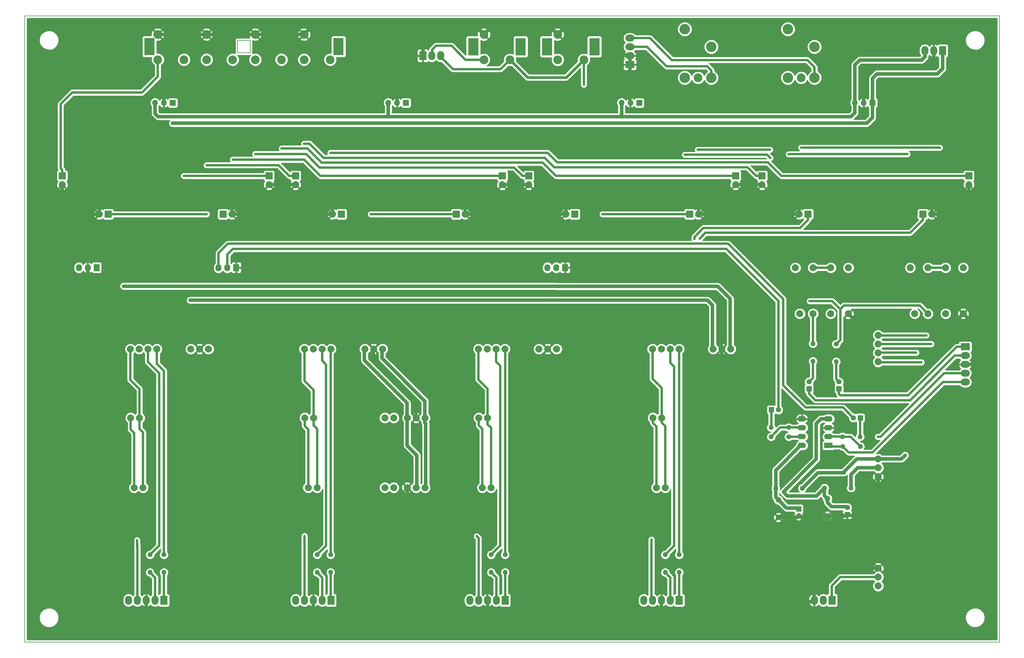
<source format=gbr>
G04 #@! TF.FileFunction,Copper,L1,Top,Signal*
%FSLAX46Y46*%
G04 Gerber Fmt 4.6, Leading zero omitted, Abs format (unit mm)*
G04 Created by KiCad (PCBNEW 4.0.7) date Wednesday 28 November 2018 'à' 00:54:26*
%MOMM*%
%LPD*%
G01*
G04 APERTURE LIST*
%ADD10C,0.100000*%
%ADD11C,0.150000*%
%ADD12C,2.500000*%
%ADD13R,3.000000X5.000000*%
%ADD14C,2.000000*%
%ADD15R,1.727200X2.032000*%
%ADD16O,1.727200X2.032000*%
%ADD17R,2.400000X1.600000*%
%ADD18O,2.400000X1.600000*%
%ADD19R,2.000000X2.600000*%
%ADD20O,2.000000X2.600000*%
%ADD21C,1.400000*%
%ADD22O,1.400000X1.400000*%
%ADD23R,1.500000X1.500000*%
%ADD24C,1.500000*%
%ADD25C,1.600000*%
%ADD26R,1.700000X1.700000*%
%ADD27O,1.700000X1.700000*%
%ADD28R,2.000000X2.000000*%
%ADD29R,2.600000X2.000000*%
%ADD30O,2.600000X2.000000*%
%ADD31C,3.000000*%
%ADD32C,1.000000*%
%ADD33C,0.700000*%
%ADD34C,1.000000*%
%ADD35C,0.700000*%
%ADD36C,0.800000*%
%ADD37C,0.254000*%
G04 APERTURE END LIST*
D10*
D11*
X111180000Y-60605000D02*
X111180000Y-57030000D01*
X114780000Y-60605000D02*
X111180000Y-60605000D01*
X114780000Y-57030000D02*
X114780000Y-60605000D01*
X111180000Y-57030000D02*
X114780000Y-57030000D01*
X50000000Y-230000000D02*
X50000000Y-50000000D01*
X330000000Y-230000000D02*
X50000000Y-230000000D01*
X330000000Y-50000000D02*
X330000000Y-230000000D01*
X50000000Y-50000000D02*
X330000000Y-50000000D01*
D12*
X137755000Y-62580000D03*
X130255000Y-62580000D03*
X130255000Y-55330000D03*
X116255000Y-55330000D03*
X102255000Y-55330000D03*
X88255000Y-55330000D03*
X123755000Y-62580000D03*
X109755000Y-62580000D03*
X95755000Y-62580000D03*
X116255000Y-62580000D03*
X102255000Y-62580000D03*
X88255000Y-62580000D03*
D13*
X140155000Y-58830000D03*
X85855000Y-58830000D03*
D14*
X304380000Y-122396000D03*
X305650000Y-135604000D03*
X309460000Y-135604000D03*
X309460000Y-122396000D03*
X314540000Y-135604000D03*
X314540000Y-122396000D03*
X319620000Y-135604000D03*
X319620000Y-122396000D03*
X271380000Y-122396000D03*
X272650000Y-135604000D03*
X276460000Y-135604000D03*
X276460000Y-122396000D03*
X281540000Y-135604000D03*
X281540000Y-122396000D03*
X286620000Y-135604000D03*
X286620000Y-122396000D03*
X80460000Y-165550000D03*
X83000000Y-165550000D03*
X130460000Y-165550000D03*
X180460000Y-165550000D03*
X230460000Y-165550000D03*
X133000000Y-165550000D03*
X183000000Y-165550000D03*
X233000000Y-165550000D03*
X153460000Y-165550000D03*
X156000000Y-165550000D03*
X159920000Y-165550000D03*
X162460000Y-165550000D03*
X165000000Y-165550000D03*
X81459946Y-185600000D03*
X83999946Y-185600000D03*
X131459946Y-185600000D03*
X181459946Y-185600000D03*
X231459946Y-185600000D03*
X153459946Y-185600000D03*
X183999946Y-185600000D03*
X233999946Y-185600000D03*
X133999946Y-185600000D03*
X155999946Y-185600000D03*
X159919946Y-185600000D03*
X162459946Y-185600000D03*
X164999946Y-185600000D03*
X80341000Y-145760000D03*
X82881000Y-145760000D03*
X85421000Y-145760000D03*
X87961000Y-145760000D03*
X137961000Y-145760000D03*
X187961000Y-145760000D03*
X237961000Y-145760000D03*
X135421000Y-145760000D03*
X185421000Y-145760000D03*
X235421000Y-145760000D03*
X132881000Y-145760000D03*
X182881000Y-145760000D03*
X232881000Y-145760000D03*
X130341000Y-145760000D03*
X180341000Y-145760000D03*
X230341000Y-145760000D03*
X97720000Y-145760000D03*
X100260000Y-145760000D03*
X102800000Y-145760000D03*
X152800000Y-145760000D03*
X202800000Y-145760000D03*
X252800000Y-145760000D03*
X150260000Y-145760000D03*
X200260000Y-145760000D03*
X250260000Y-145760000D03*
X147720000Y-145760000D03*
X197720000Y-145760000D03*
X247720000Y-145760000D03*
D15*
X70650000Y-122380000D03*
D16*
X68110000Y-122380000D03*
X65570000Y-122380000D03*
X202690000Y-122380000D03*
X200150000Y-122380000D03*
D15*
X205230000Y-122380000D03*
D16*
X105680000Y-122380000D03*
X108220000Y-122380000D03*
D15*
X110760000Y-122380000D03*
D14*
X295165000Y-141810007D03*
X295165000Y-144350007D03*
X295165000Y-146890007D03*
X295165000Y-149430007D03*
X295165000Y-177350007D03*
X295165000Y-179890007D03*
X295165000Y-182430007D03*
X295165000Y-208775007D03*
X295165000Y-211315007D03*
X295165000Y-213855007D03*
D12*
X203105000Y-62605000D03*
X210605000Y-62605000D03*
X203105000Y-55355000D03*
D13*
X200055000Y-58855000D03*
X213655000Y-58855000D03*
D12*
X181905000Y-62605000D03*
X189405000Y-62605000D03*
X181905000Y-55355000D03*
D13*
X178855000Y-58855000D03*
X192455000Y-58855000D03*
D17*
X280875000Y-173480000D03*
D18*
X273255000Y-165860000D03*
X280875000Y-170940000D03*
X273255000Y-168400000D03*
X280875000Y-168400000D03*
X273255000Y-170940000D03*
X280875000Y-165860000D03*
X273255000Y-173480000D03*
D19*
X90000000Y-218000000D03*
D20*
X87460000Y-218000000D03*
X84920000Y-218000000D03*
X82380000Y-218000000D03*
X79840000Y-218000000D03*
D19*
X138000000Y-218000000D03*
D20*
X135460000Y-218000000D03*
X132920000Y-218000000D03*
X130380000Y-218000000D03*
X127840000Y-218000000D03*
D19*
X188000000Y-218000000D03*
D20*
X185460000Y-218000000D03*
X182920000Y-218000000D03*
X180380000Y-218000000D03*
X177840000Y-218000000D03*
D19*
X238000000Y-218000000D03*
D20*
X235460000Y-218000000D03*
X232920000Y-218000000D03*
X230380000Y-218000000D03*
X227840000Y-218000000D03*
D21*
X284895000Y-170975000D03*
D22*
X289975000Y-170975000D03*
D21*
X269500000Y-168325000D03*
D22*
X264420000Y-168325000D03*
D21*
X284945000Y-173750000D03*
D22*
X290025000Y-173750000D03*
D21*
X269500000Y-170975000D03*
D22*
X264420000Y-170975000D03*
D23*
X290025000Y-165550000D03*
D24*
X288025000Y-165550000D03*
D23*
X264500000Y-163225000D03*
D24*
X266500000Y-163225000D03*
D23*
X275300000Y-157200000D03*
D24*
X275300000Y-155200000D03*
D23*
X283900000Y-157200000D03*
D24*
X283900000Y-155200000D03*
D21*
X276425000Y-144200000D03*
D22*
X276425000Y-149280000D03*
D21*
X283100000Y-144350000D03*
D22*
X283100000Y-149430000D03*
D25*
X266500000Y-194150000D03*
X266500000Y-189150000D03*
X280600000Y-193775000D03*
X280600000Y-188775000D03*
D23*
X272350000Y-191725000D03*
D24*
X272350000Y-193725000D03*
D23*
X286300000Y-193325000D03*
D24*
X286300000Y-191325000D03*
D21*
X265730000Y-185775000D03*
D22*
X273350000Y-185775000D03*
D21*
X279750000Y-185700000D03*
D22*
X287370000Y-185700000D03*
D26*
X92540000Y-75000000D03*
D27*
X90000000Y-75000000D03*
X87460000Y-75000000D03*
D28*
X60810000Y-96000000D03*
D14*
X60810000Y-98540000D03*
X120210000Y-98540000D03*
D28*
X120210000Y-96000000D03*
X74000000Y-107000000D03*
D14*
X71460000Y-107000000D03*
D28*
X107000000Y-107000000D03*
D14*
X109540000Y-107000000D03*
D26*
X159540000Y-75000000D03*
D27*
X157000000Y-75000000D03*
X154460000Y-75000000D03*
D28*
X127810000Y-96000000D03*
D14*
X127810000Y-98540000D03*
X187210000Y-98540000D03*
D28*
X187210000Y-96000000D03*
X141000000Y-107000000D03*
D14*
X138460000Y-107000000D03*
D28*
X174000000Y-107000000D03*
D14*
X176540000Y-107000000D03*
D26*
X226540000Y-75000000D03*
D27*
X224000000Y-75000000D03*
X221460000Y-75000000D03*
D28*
X194810000Y-96000000D03*
D14*
X194810000Y-98540000D03*
X254210000Y-98540000D03*
D28*
X254210000Y-96000000D03*
X208000000Y-107000000D03*
D14*
X205460000Y-107000000D03*
D28*
X241000000Y-107000000D03*
D14*
X243540000Y-107000000D03*
D26*
X293540000Y-75000000D03*
D27*
X291000000Y-75000000D03*
X288460000Y-75000000D03*
D28*
X261810000Y-96000000D03*
D14*
X261810000Y-98540000D03*
X321210000Y-98540000D03*
D28*
X321210000Y-96000000D03*
X275000000Y-107000000D03*
D14*
X272460000Y-107000000D03*
D28*
X308000000Y-107000000D03*
D14*
X310540000Y-107000000D03*
D21*
X86000000Y-204900000D03*
D22*
X86000000Y-209980000D03*
D21*
X90000000Y-204900000D03*
D22*
X90000000Y-209980000D03*
D21*
X134000000Y-204900000D03*
D22*
X134000000Y-209980000D03*
D21*
X137875000Y-204900000D03*
D22*
X137875000Y-209980000D03*
D21*
X184000000Y-204900000D03*
D22*
X184000000Y-209980000D03*
D21*
X188000000Y-204900000D03*
D22*
X188000000Y-209980000D03*
D21*
X234000000Y-204900000D03*
D22*
X234000000Y-209980000D03*
D21*
X238000000Y-204900000D03*
D22*
X238000000Y-209980000D03*
D19*
X313665000Y-60000000D03*
D20*
X311125000Y-60000000D03*
X308585000Y-60000000D03*
D29*
X320175000Y-145120000D03*
D30*
X320175000Y-147660000D03*
X320175000Y-150200000D03*
X320175000Y-152740000D03*
X320175000Y-155280000D03*
D29*
X223850000Y-64005000D03*
D30*
X223850000Y-61465000D03*
X223850000Y-58925000D03*
X223850000Y-56385000D03*
D12*
X273040000Y-67780000D03*
D31*
X276850000Y-67780000D03*
X269230000Y-67780000D03*
X276850000Y-58890000D03*
X269230000Y-53810000D03*
D12*
X243415000Y-67780000D03*
D31*
X247225000Y-67780000D03*
X239605000Y-67780000D03*
X247225000Y-58890000D03*
X239605000Y-53810000D03*
D19*
X281900000Y-218000000D03*
D20*
X279360000Y-218000000D03*
X276820000Y-218000000D03*
D19*
X164385000Y-61450000D03*
D20*
X166925000Y-61450000D03*
X169465000Y-61450000D03*
D32*
X302905020Y-176305000D03*
X102675000Y-127705000D03*
X152625000Y-127705000D03*
X78405000Y-127705000D03*
X202730000Y-127755000D03*
X226550000Y-80855000D03*
X159525000Y-80855000D03*
X92455000Y-80855000D03*
X300975000Y-138104001D03*
X100075000Y-129705000D03*
X200125000Y-129705000D03*
X150200000Y-129705000D03*
X97555000Y-131705000D03*
X147555000Y-131705000D03*
X197530000Y-131705000D03*
D33*
X306105000Y-146805000D03*
X307595703Y-149580000D03*
X102291439Y-107000000D03*
X82315050Y-200715050D03*
X130380000Y-199530000D03*
X149425000Y-107000000D03*
X179840050Y-199565050D03*
X215965845Y-107000000D03*
X230031253Y-200506253D03*
X242380000Y-114080000D03*
X243930000Y-113980000D03*
X95750000Y-96000000D03*
X102250000Y-92915001D03*
X123800000Y-88114970D03*
X137805000Y-89374980D03*
X109775000Y-91314990D03*
X116225000Y-89714980D03*
X130250000Y-86714960D03*
X310395713Y-144330000D03*
X309005000Y-141855000D03*
X210605000Y-69749000D03*
X275455000Y-131980000D03*
X264110000Y-88475000D03*
X243330000Y-88480000D03*
X312890001Y-87900000D03*
X273005000Y-87880000D03*
X295055000Y-171005000D03*
X264161425Y-90853829D03*
X239630000Y-89900000D03*
X269445305Y-89777121D03*
X303545419Y-89740959D03*
D34*
X273350000Y-185775000D02*
X277830064Y-181294936D01*
X277830064Y-181294936D02*
X285369991Y-181294936D01*
X285369991Y-181294936D02*
X285369991Y-181011569D01*
X289031552Y-177350007D02*
X295165000Y-177350007D01*
X285369991Y-181011569D02*
X289031552Y-177350007D01*
X295165000Y-177350007D02*
X301860013Y-177350007D01*
X301860013Y-177350007D02*
X302905020Y-176305000D01*
X164940000Y-165550000D02*
X164940000Y-166964213D01*
X164940000Y-166964213D02*
X165190000Y-167214213D01*
X165190000Y-167214213D02*
X165190000Y-184185787D01*
X165190000Y-184185787D02*
X165190000Y-185600000D01*
X152650000Y-148418120D02*
X164940000Y-160708120D01*
X164940000Y-160708120D02*
X164940000Y-165550000D01*
X152650000Y-145760000D02*
X152650000Y-148418120D01*
X78405000Y-127705000D02*
X102675000Y-127705000D01*
X102675000Y-127705000D02*
X152625000Y-127705000D01*
X152625000Y-127705000D02*
X202680000Y-127705000D01*
X202680000Y-127705000D02*
X202730000Y-127755000D01*
X252650000Y-145760000D02*
X252650000Y-131296559D01*
X252650000Y-131296559D02*
X249108441Y-127755000D01*
X249108441Y-127755000D02*
X202730000Y-127755000D01*
X291905000Y-80855000D02*
X226550000Y-80855000D01*
X226550000Y-80855000D02*
X159525000Y-80855000D01*
X159525000Y-80855000D02*
X92455000Y-80855000D01*
X293540000Y-79220000D02*
X291905000Y-80855000D01*
X293540000Y-75000000D02*
X293540000Y-79220000D01*
X293540000Y-75000000D02*
X293540000Y-67920000D01*
X312180000Y-66655000D02*
X313665000Y-65170000D01*
X293540000Y-67920000D02*
X294805000Y-66655000D01*
X294805000Y-66655000D02*
X312180000Y-66655000D01*
X313665000Y-65170000D02*
X313665000Y-60000000D01*
X156950000Y-54105001D02*
X164150000Y-54105001D01*
X164150000Y-54105001D02*
X180655001Y-54105001D01*
X164385000Y-61450000D02*
X164385000Y-54340001D01*
X164385000Y-54340001D02*
X164150000Y-54105001D01*
X203105000Y-55355000D02*
X204380000Y-54080000D01*
X204380000Y-54080000D02*
X215169452Y-54080000D01*
X215169452Y-54080000D02*
X222554452Y-61465000D01*
X222554452Y-61465000D02*
X223850000Y-61465000D01*
X295165000Y-208775007D02*
X280350000Y-208775007D01*
X280350000Y-208775007D02*
X279659993Y-208775007D01*
X280600000Y-208525007D02*
X280350000Y-208775007D01*
X280600000Y-193775000D02*
X280600000Y-208525007D01*
X324105000Y-148570000D02*
X324105000Y-140089000D01*
X324105000Y-140089000D02*
X319620000Y-135604000D01*
X320175000Y-150200000D02*
X322475000Y-150200000D01*
X322475000Y-150200000D02*
X324105000Y-148570000D01*
X300975000Y-138104001D02*
X317119999Y-138104001D01*
X289120001Y-138104001D02*
X300975000Y-138104001D01*
X286620000Y-135604000D02*
X289120001Y-138104001D01*
X317119999Y-138104001D02*
X318620001Y-136603999D01*
X318620001Y-136603999D02*
X319620000Y-135604000D01*
X102255000Y-55330000D02*
X91875000Y-55330000D01*
X91875000Y-55330000D02*
X88755001Y-55330000D01*
X90000000Y-68560000D02*
X91875000Y-66685000D01*
X91875000Y-66685000D02*
X91875000Y-55330000D01*
X90000000Y-75000000D02*
X90000000Y-68560000D01*
X140675000Y-54105001D02*
X156950000Y-54105001D01*
X157000000Y-75000000D02*
X157000000Y-54155001D01*
X157000000Y-54155001D02*
X156950000Y-54105001D01*
X223850000Y-64005000D02*
X223850000Y-74850000D01*
X223850000Y-74850000D02*
X224000000Y-75000000D01*
X223850000Y-61465000D02*
X223850000Y-64005000D01*
X310540000Y-107000000D02*
X318260000Y-107000000D01*
X318260000Y-107000000D02*
X321210000Y-104050000D01*
X321210000Y-98540000D02*
X321210000Y-104050000D01*
X257875000Y-98540000D02*
X261810000Y-98540000D01*
X254210000Y-98540000D02*
X257875000Y-98540000D01*
X243540000Y-107000000D02*
X258050000Y-107000000D01*
X257875000Y-106825000D02*
X258050000Y-107000000D01*
X258050000Y-107000000D02*
X272460000Y-107000000D01*
X257875000Y-98540000D02*
X257875000Y-106825000D01*
X60810000Y-103060000D02*
X64750000Y-107000000D01*
X64750000Y-107000000D02*
X71460000Y-107000000D01*
X60810000Y-98540000D02*
X60810000Y-103060000D01*
X123425000Y-98540000D02*
X120210000Y-98540000D01*
X127810000Y-98540000D02*
X123425000Y-98540000D01*
X138460000Y-107000000D02*
X123525000Y-107000000D01*
X123525000Y-107000000D02*
X109540000Y-107000000D01*
X123425000Y-98540000D02*
X123425000Y-106900000D01*
X123425000Y-106900000D02*
X123525000Y-107000000D01*
X191100000Y-98540000D02*
X194810000Y-98540000D01*
X187210000Y-98540000D02*
X191100000Y-98540000D01*
X205460000Y-107000000D02*
X191375000Y-107000000D01*
X191375000Y-107000000D02*
X176540000Y-107000000D01*
X191100000Y-98540000D02*
X191100000Y-106725000D01*
X191100000Y-106725000D02*
X191375000Y-107000000D01*
X233000000Y-223780000D02*
X249300000Y-223780000D01*
X249300000Y-223780000D02*
X269400000Y-223780000D01*
X250260000Y-145760000D02*
X250260000Y-222820000D01*
X250260000Y-222820000D02*
X249300000Y-223780000D01*
X132800000Y-223780000D02*
X159875000Y-223780000D01*
X159875000Y-223780000D02*
X182925000Y-223780000D01*
X159919946Y-185600000D02*
X159919946Y-223735054D01*
X159919946Y-223735054D02*
X159875000Y-223780000D01*
X295165000Y-182430007D02*
X295165000Y-191470000D01*
X295165000Y-191470000D02*
X293059999Y-193575001D01*
X293059999Y-193575001D02*
X286300000Y-193575001D01*
X286300000Y-193575001D02*
X286100001Y-193775000D01*
X286100001Y-193775000D02*
X280600000Y-193775000D01*
X280600000Y-193775000D02*
X279468630Y-193775000D01*
X279468630Y-193775000D02*
X279268629Y-193975001D01*
X279268629Y-193975001D02*
X272350000Y-193975001D01*
X272350000Y-193975001D02*
X272175001Y-194150000D01*
X272175001Y-194150000D02*
X266500000Y-194150000D01*
X279659993Y-208775007D02*
X276750000Y-211685000D01*
X276750000Y-211685000D02*
X276750000Y-218430000D01*
X88400000Y-223780000D02*
X132800000Y-223780000D01*
X132920000Y-218000000D02*
X132920000Y-223660000D01*
X132920000Y-223660000D02*
X132800000Y-223780000D01*
X182920000Y-220300000D02*
X182925000Y-220305000D01*
X182925000Y-223780000D02*
X233000000Y-223780000D01*
X182920000Y-218000000D02*
X182920000Y-220300000D01*
X182925000Y-220305000D02*
X182925000Y-223780000D01*
X232920000Y-223700000D02*
X233000000Y-223780000D01*
X232920000Y-217850000D02*
X232920000Y-223700000D01*
X269400000Y-223780000D02*
X274750000Y-218430000D01*
X274750000Y-218430000D02*
X276750000Y-218430000D01*
X84920000Y-218000000D02*
X84920000Y-220300000D01*
X84920000Y-220300000D02*
X88400000Y-223780000D01*
X73894998Y-102405000D02*
X107105002Y-102405000D01*
X107105002Y-102405000D02*
X109540000Y-104839998D01*
X109540000Y-104839998D02*
X109540000Y-105585787D01*
X109540000Y-105585787D02*
X109540000Y-107000000D01*
X71460000Y-107000000D02*
X71460000Y-104839998D01*
X71460000Y-104839998D02*
X73894998Y-102405000D01*
X140919998Y-102380000D02*
X174080002Y-102380000D01*
X174080002Y-102380000D02*
X176540000Y-104839998D01*
X176540000Y-104839998D02*
X176540000Y-105585787D01*
X176540000Y-105585787D02*
X176540000Y-107000000D01*
X138460000Y-107000000D02*
X138460000Y-104839998D01*
X138460000Y-104839998D02*
X140919998Y-102380000D01*
X207869998Y-102430000D02*
X241130002Y-102430000D01*
X241130002Y-102430000D02*
X243540000Y-104839998D01*
X243540000Y-104839998D02*
X243540000Y-105585787D01*
X243540000Y-105585787D02*
X243540000Y-107000000D01*
X205460000Y-107000000D02*
X205460000Y-104839998D01*
X205460000Y-104839998D02*
X207869998Y-102430000D01*
X274894998Y-102405000D02*
X308105002Y-102405000D01*
X308105002Y-102405000D02*
X310540000Y-104839998D01*
X310540000Y-104839998D02*
X310540000Y-105585787D01*
X310540000Y-105585787D02*
X310540000Y-107000000D01*
X272460000Y-107000000D02*
X272460000Y-104839998D01*
X272460000Y-104839998D02*
X274894998Y-102405000D01*
X140675000Y-54105001D02*
X140650000Y-54080001D01*
X140650000Y-54080001D02*
X131504999Y-54080001D01*
X131504999Y-54080001D02*
X130255000Y-55330000D01*
X180655001Y-54105001D02*
X181905000Y-55355000D01*
X88755001Y-55330000D02*
X88255000Y-54829999D01*
X116255000Y-55330000D02*
X102255000Y-55330000D01*
X130255000Y-55330000D02*
X116255000Y-55330000D01*
X181905000Y-55355000D02*
X183154999Y-54105001D01*
X201855001Y-54105001D02*
X203105000Y-55355000D01*
X183154999Y-54105001D02*
X201855001Y-54105001D01*
X68110000Y-122380000D02*
X68110000Y-127785000D01*
X68110000Y-127785000D02*
X70030000Y-129705000D01*
X70030000Y-129705000D02*
X94100000Y-129705000D01*
X150110000Y-145760000D02*
X150110000Y-148706560D01*
X150110000Y-148706560D02*
X162400000Y-160996560D01*
X162400000Y-160996560D02*
X162400000Y-164135787D01*
X162400000Y-164135787D02*
X162400000Y-165550000D01*
X94100000Y-129705000D02*
X100075000Y-129705000D01*
X100075000Y-129705000D02*
X150200000Y-129705000D01*
X150200000Y-129705000D02*
X200125000Y-129705000D01*
X200125000Y-129705000D02*
X248230000Y-129705000D01*
X150200000Y-129705000D02*
X150110000Y-129795000D01*
X248230000Y-129705000D02*
X250110000Y-131585000D01*
X250110000Y-131585000D02*
X250110000Y-145760000D01*
X94100000Y-129705000D02*
X97755000Y-129705000D01*
X292305000Y-64830000D02*
X291000000Y-66135000D01*
X291000000Y-66135000D02*
X291000000Y-75000000D01*
X309905000Y-64830000D02*
X292305000Y-64830000D01*
X311155000Y-63580000D02*
X309905000Y-64830000D01*
X311155000Y-60330000D02*
X311155000Y-63580000D01*
X311125000Y-60000000D02*
X311125000Y-60300000D01*
X311125000Y-60300000D02*
X311155000Y-60330000D01*
X289319993Y-179890007D02*
X287370000Y-181840000D01*
X287370000Y-181840000D02*
X287370000Y-185700000D01*
X295165000Y-179890007D02*
X289319993Y-179890007D01*
X159860000Y-165550000D02*
X159860000Y-173510000D01*
X159860000Y-173510000D02*
X162650000Y-176300000D01*
X162650000Y-176300000D02*
X162650000Y-185600000D01*
X147580000Y-149005000D02*
X159860000Y-161285000D01*
X159860000Y-161285000D02*
X159860000Y-165550000D01*
X147580000Y-147184213D02*
X147580000Y-149005000D01*
X147570000Y-145760000D02*
X147570000Y-147174213D01*
X147570000Y-147174213D02*
X147580000Y-147184213D01*
X147555000Y-131705000D02*
X97555000Y-131705000D01*
X197530000Y-131705000D02*
X147555000Y-131705000D01*
X246105000Y-131705010D02*
X197530010Y-131705010D01*
X197530010Y-131705010D02*
X197530000Y-131705000D01*
X247570000Y-133170010D02*
X246105000Y-131705010D01*
X247570000Y-145760000D02*
X247570000Y-133170010D01*
X288460000Y-64100000D02*
X288460000Y-75000000D01*
X308585000Y-61800000D02*
X307680000Y-62705000D01*
X308585000Y-60000000D02*
X308585000Y-61800000D01*
X289855000Y-62705000D02*
X288460000Y-64100000D01*
X307680000Y-62705000D02*
X289855000Y-62705000D01*
X88305000Y-78955000D02*
X154325000Y-78955000D01*
X154325000Y-78955000D02*
X221425000Y-78955000D01*
X154460000Y-75000000D02*
X154460000Y-78820000D01*
X154460000Y-78820000D02*
X154325000Y-78955000D01*
X221425000Y-78955000D02*
X287355000Y-78955000D01*
X221460000Y-75000000D02*
X221460000Y-78920000D01*
X221460000Y-78920000D02*
X221425000Y-78955000D01*
X287355000Y-78955000D02*
X288460000Y-77850000D01*
X288460000Y-77850000D02*
X288460000Y-75000000D01*
X87460000Y-78110000D02*
X88305000Y-78955000D01*
X87460000Y-75000000D02*
X87460000Y-78110000D01*
D35*
X306105000Y-146805000D02*
X295250007Y-146805000D01*
X295250007Y-146805000D02*
X295165000Y-146890007D01*
X307595703Y-149580000D02*
X295314993Y-149580000D01*
X295314993Y-149580000D02*
X295165000Y-149430007D01*
X288025000Y-165550000D02*
X285025483Y-162550483D01*
X267900010Y-156175010D02*
X267900010Y-131370097D01*
X285025483Y-162550483D02*
X274275483Y-162550483D01*
X108378780Y-115480001D02*
X105680000Y-118178781D01*
X274275483Y-162550483D02*
X267900010Y-156175010D01*
X105680000Y-120664000D02*
X105680000Y-122380000D01*
X267900010Y-131370097D02*
X252009914Y-115480001D01*
X252009914Y-115480001D02*
X108378780Y-115480001D01*
X105680000Y-118178781D02*
X105680000Y-120664000D01*
X251555000Y-117005000D02*
X266500000Y-131950000D01*
X266500000Y-131950000D02*
X266500000Y-163225000D01*
X109805000Y-117005000D02*
X251555000Y-117005000D01*
X108220000Y-118590000D02*
X109805000Y-117005000D01*
X108220000Y-122380000D02*
X108220000Y-118590000D01*
X74000000Y-107000000D02*
X102291439Y-107000000D01*
X82380000Y-202105000D02*
X82380000Y-202675000D01*
X82315050Y-200715050D02*
X82315050Y-202610050D01*
X82380000Y-202675000D02*
X82380000Y-218000000D01*
X82315050Y-202610050D02*
X82380000Y-202675000D01*
X80341000Y-154616000D02*
X83000000Y-157275000D01*
X83000000Y-157275000D02*
X83000000Y-165550000D01*
X80341000Y-145760000D02*
X80341000Y-154616000D01*
X83999946Y-169699946D02*
X83000000Y-168700000D01*
X83000000Y-168700000D02*
X83000000Y-165550000D01*
X83999946Y-185600000D02*
X83999946Y-169699946D01*
X81459946Y-169884946D02*
X80460000Y-168885000D01*
X80460000Y-168885000D02*
X80460000Y-165550000D01*
X81459946Y-185600000D02*
X81459946Y-169884946D01*
X133000000Y-157525000D02*
X130341000Y-154866000D01*
X130341000Y-154866000D02*
X130341000Y-145760000D01*
X133000000Y-165550000D02*
X133000000Y-157525000D01*
X133999946Y-168674946D02*
X133000000Y-167675000D01*
X133000000Y-167675000D02*
X133000000Y-165550000D01*
X133999946Y-185600000D02*
X133999946Y-168674946D01*
X131459946Y-168859946D02*
X130460000Y-167860000D01*
X130460000Y-167860000D02*
X130460000Y-165550000D01*
X131459946Y-185600000D02*
X131459946Y-168859946D01*
X180341000Y-154566000D02*
X183000000Y-157225000D01*
X183000000Y-157225000D02*
X183000000Y-165550000D01*
X180341000Y-145760000D02*
X180341000Y-154566000D01*
X183999946Y-168399946D02*
X183000000Y-167400000D01*
X183000000Y-167400000D02*
X183000000Y-165550000D01*
X183999946Y-185600000D02*
X183999946Y-168399946D01*
X181459946Y-168734946D02*
X180460000Y-167735000D01*
X180460000Y-167735000D02*
X180460000Y-165550000D01*
X181459946Y-185600000D02*
X181459946Y-168734946D01*
X233000000Y-156975000D02*
X230341000Y-154316000D01*
X230341000Y-154316000D02*
X230341000Y-145760000D01*
X233000000Y-165550000D02*
X233000000Y-156975000D01*
X233999946Y-185600000D02*
X233999946Y-167900000D01*
X233999946Y-167900000D02*
X233935787Y-167900000D01*
X233935787Y-167900000D02*
X233000000Y-166964213D01*
X233000000Y-166964213D02*
X233000000Y-165550000D01*
X231459946Y-185600000D02*
X231459946Y-168025000D01*
X231459946Y-168025000D02*
X230460000Y-167025054D01*
X230460000Y-167025054D02*
X230460000Y-165550000D01*
X130380000Y-218000000D02*
X130380000Y-199530000D01*
X174000000Y-107000000D02*
X149425000Y-107000000D01*
X179840050Y-199565050D02*
X180380000Y-200105000D01*
X180380000Y-200105000D02*
X180380000Y-218000000D01*
X241000000Y-107000000D02*
X215965845Y-107000000D01*
X230031253Y-200506253D02*
X230031253Y-217501253D01*
X230031253Y-217501253D02*
X230380000Y-217850000D01*
X275000000Y-107000000D02*
X275000000Y-108700000D01*
X275000000Y-108700000D02*
X272745010Y-110954990D01*
X272745010Y-110954990D02*
X244975097Y-110954990D01*
X244975097Y-110954990D02*
X242380000Y-113550087D01*
X242380000Y-113550087D02*
X242380000Y-114080000D01*
X304345000Y-112355000D02*
X245555000Y-112355000D01*
X245555000Y-112355000D02*
X243930000Y-113980000D01*
X308000000Y-107000000D02*
X308000000Y-108700000D01*
X308000000Y-108700000D02*
X304345000Y-112355000D01*
X284319993Y-211315007D02*
X281830000Y-213805000D01*
X281830000Y-213805000D02*
X281830000Y-218430000D01*
X295165000Y-211315007D02*
X284319993Y-211315007D01*
X95750000Y-96000000D02*
X118510000Y-96000000D01*
X118510000Y-96000000D02*
X120210000Y-96000000D01*
X60810000Y-96000000D02*
X60810000Y-94300000D01*
X83710000Y-72025000D02*
X88255000Y-67480000D01*
X60810000Y-94300000D02*
X60347441Y-93837441D01*
X88255000Y-67480000D02*
X88255000Y-62580000D01*
X60347441Y-93837441D02*
X60347441Y-75327559D01*
X60347441Y-75327559D02*
X63650000Y-72025000D01*
X63650000Y-72025000D02*
X83710000Y-72025000D01*
X102250000Y-92915001D02*
X122925001Y-92915001D01*
X126010000Y-96000000D02*
X126110000Y-96000000D01*
X126110000Y-96000000D02*
X127810000Y-96000000D01*
X122925001Y-92915001D02*
X126010000Y-96000000D01*
X123800000Y-88114970D02*
X131254902Y-88114970D01*
X131254902Y-88114970D02*
X135314922Y-92174990D01*
X135314922Y-92174990D02*
X198774990Y-92174990D01*
X198774990Y-92174990D02*
X202600000Y-96000000D01*
X202600000Y-96000000D02*
X254210000Y-96000000D01*
X319510000Y-96000000D02*
X321210000Y-96000000D01*
X267373588Y-96000000D02*
X319510000Y-96000000D01*
X202964990Y-92089990D02*
X263463578Y-92089990D01*
X200249980Y-89374980D02*
X202964990Y-92089990D01*
X137805000Y-89374980D02*
X200249980Y-89374980D01*
X263463578Y-92089990D02*
X267373588Y-96000000D01*
X109775000Y-91314990D02*
X130289990Y-91314990D01*
X130289990Y-91314990D02*
X134975000Y-96000000D01*
X185510000Y-96000000D02*
X187210000Y-96000000D01*
X134975000Y-96000000D02*
X185510000Y-96000000D01*
X190585000Y-93575000D02*
X193010000Y-96000000D01*
X116225000Y-89714980D02*
X130875000Y-89714980D01*
X190585000Y-93575000D02*
X134735020Y-93575000D01*
X134735020Y-93575000D02*
X130875000Y-89714980D01*
X193010000Y-96000000D02*
X194810000Y-96000000D01*
X130250000Y-86714960D02*
X131834804Y-86714960D01*
X199354893Y-90774980D02*
X202069913Y-93490000D01*
X202069913Y-93490000D02*
X257600000Y-93490000D01*
X131834804Y-86714960D02*
X135894824Y-90774980D01*
X135894824Y-90774980D02*
X199354893Y-90774980D01*
X257600000Y-93490000D02*
X260110000Y-96000000D01*
X260110000Y-96000000D02*
X261810000Y-96000000D01*
X310395713Y-144330000D02*
X295185007Y-144330000D01*
X295185007Y-144330000D02*
X295165000Y-144350007D01*
X156000000Y-166044002D02*
X156000000Y-165550000D01*
X309005000Y-141855000D02*
X295209993Y-141855000D01*
X295209993Y-141855000D02*
X295165000Y-141810007D01*
X295520007Y-141455000D02*
X295165000Y-141810007D01*
X173020000Y-65305000D02*
X186705000Y-65305000D01*
X186705000Y-65305000D02*
X189405000Y-62605000D01*
X169465000Y-61450000D02*
X169465000Y-61750000D01*
X169465000Y-61750000D02*
X173020000Y-65305000D01*
X276425000Y-144200000D02*
X276425000Y-135639000D01*
X276425000Y-135639000D02*
X276460000Y-135604000D01*
X210605000Y-62605000D02*
X210605000Y-69749000D01*
D36*
X194480000Y-67680000D02*
X205530000Y-67680000D01*
X205530000Y-67680000D02*
X210605000Y-62605000D01*
X189405000Y-62605000D02*
X194480000Y-67680000D01*
D35*
X172605000Y-58580000D02*
X176630000Y-62605000D01*
X176630000Y-62605000D02*
X181905000Y-62605000D01*
X168155000Y-58580000D02*
X172605000Y-58580000D01*
X167005000Y-59730000D02*
X168155000Y-58580000D01*
X167005000Y-61070000D02*
X167005000Y-59730000D01*
X166925000Y-61450000D02*
X166925000Y-61150000D01*
X166925000Y-61150000D02*
X167005000Y-61070000D01*
X284269999Y-134315001D02*
X284269999Y-143180001D01*
X284269999Y-143180001D02*
X283100000Y-144350000D01*
X275455000Y-131980000D02*
X281934998Y-131980000D01*
X281934998Y-131980000D02*
X284269999Y-134315001D01*
X284269999Y-134315001D02*
X285331001Y-133253999D01*
X285331001Y-133253999D02*
X307109999Y-133253999D01*
X307109999Y-133253999D02*
X308460001Y-134604001D01*
X308460001Y-134604001D02*
X309460000Y-135604000D01*
X281540000Y-122396000D02*
X276460000Y-122396000D01*
X309460000Y-122396000D02*
X314540000Y-122396000D01*
X243330000Y-88480000D02*
X264105000Y-88480000D01*
X264105000Y-88480000D02*
X264110000Y-88475000D01*
X273005000Y-87880000D02*
X312870001Y-87880000D01*
X312870001Y-87880000D02*
X312890001Y-87900000D01*
X86000000Y-204900000D02*
X88579990Y-202320010D01*
X88579990Y-202320010D02*
X88599990Y-202320010D01*
X88599990Y-152675000D02*
X88599990Y-202320010D01*
X85421000Y-145760000D02*
X85421000Y-149496010D01*
X85421000Y-149496010D02*
X88599990Y-152675000D01*
X90000000Y-152000000D02*
X87961000Y-149961000D01*
X87961000Y-149961000D02*
X87961000Y-149686000D01*
X90000000Y-204900000D02*
X90000000Y-152000000D01*
X87961000Y-145760000D02*
X87961000Y-149686000D01*
X137875000Y-204900000D02*
X137875000Y-145846000D01*
X137875000Y-145846000D02*
X137961000Y-145760000D01*
X138000000Y-145799000D02*
X137961000Y-145760000D01*
X188000000Y-204900000D02*
X188000000Y-145799000D01*
X188000000Y-145799000D02*
X187961000Y-145760000D01*
X238000000Y-204900000D02*
X238000000Y-145799000D01*
X238000000Y-145799000D02*
X237961000Y-145760000D01*
X135421000Y-145760000D02*
X135421000Y-149050000D01*
X135421000Y-149050000D02*
X136599990Y-150228990D01*
X136599990Y-150228990D02*
X136599990Y-202300010D01*
X136599990Y-202300010D02*
X134000000Y-204900000D01*
X184000000Y-204900000D02*
X186540990Y-202359010D01*
X186540990Y-202359010D02*
X186560990Y-202359010D01*
X186560990Y-150560990D02*
X185421000Y-149421000D01*
X185421000Y-149421000D02*
X185421000Y-145760000D01*
X186560990Y-202359010D02*
X186560990Y-150560990D01*
X234000000Y-204900000D02*
X236540990Y-202359010D01*
X236540990Y-202359010D02*
X236560990Y-202359010D01*
X236560990Y-150885990D02*
X235421000Y-149746000D01*
X235421000Y-149746000D02*
X235421000Y-145760000D01*
X236560990Y-202359010D02*
X236560990Y-150885990D01*
X284895000Y-170975000D02*
X287250000Y-170975000D01*
X287250000Y-170975000D02*
X290025000Y-173750000D01*
X280875000Y-170940000D02*
X284860000Y-170940000D01*
X284860000Y-170940000D02*
X284895000Y-170975000D01*
X289975000Y-170975000D02*
X289975000Y-165600000D01*
X289975000Y-165600000D02*
X290025000Y-165550000D01*
X269500000Y-168325000D02*
X267070000Y-168325000D01*
X267070000Y-168325000D02*
X264420000Y-170975000D01*
X269500000Y-168325000D02*
X273180000Y-168325000D01*
X273180000Y-168325000D02*
X273255000Y-168400000D01*
X264500000Y-163225000D02*
X264500000Y-168245000D01*
X264500000Y-168245000D02*
X264420000Y-168325000D01*
X276425000Y-149280000D02*
X276425000Y-154075000D01*
X276425000Y-154075000D02*
X275300000Y-155200000D01*
X283100000Y-149430000D02*
X283100000Y-154400000D01*
X283100000Y-154400000D02*
X283900000Y-155200000D01*
X284945000Y-173750000D02*
X286695001Y-175500001D01*
X286695001Y-175500001D02*
X293537004Y-175500001D01*
X293537004Y-175500001D02*
X313757005Y-155280000D01*
X313757005Y-155280000D02*
X318175000Y-155280000D01*
X318175000Y-155280000D02*
X320175000Y-155280000D01*
X284945000Y-173750000D02*
X281145000Y-173750000D01*
X281145000Y-173750000D02*
X280875000Y-173480000D01*
X295549974Y-171005000D02*
X295055000Y-171005000D01*
X295806158Y-171005000D02*
X295549974Y-171005000D01*
X314071158Y-152740000D02*
X295806158Y-171005000D01*
X320175000Y-152740000D02*
X314071158Y-152740000D01*
X269500000Y-170975000D02*
X273220000Y-170975000D01*
X273220000Y-170975000D02*
X273255000Y-170940000D01*
X275300000Y-157200000D02*
X275300000Y-158650000D01*
X277105000Y-160455000D02*
X304376244Y-160455000D01*
X317171244Y-147660000D02*
X318175000Y-147660000D01*
X275300000Y-158650000D02*
X277105000Y-160455000D01*
X304376244Y-160455000D02*
X317171244Y-147660000D01*
X318175000Y-147660000D02*
X320175000Y-147660000D01*
X283900000Y-157200000D02*
X283900000Y-158650000D01*
X283900000Y-158650000D02*
X284304990Y-159054990D01*
X284304990Y-159054990D02*
X303796340Y-159054990D01*
X318175000Y-145120000D02*
X320175000Y-145120000D01*
X303796340Y-159054990D02*
X317731330Y-145120000D01*
X317731330Y-145120000D02*
X318175000Y-145120000D01*
X239630000Y-89900000D02*
X263207596Y-89900000D01*
X263811426Y-90503830D02*
X264161425Y-90853829D01*
X263207596Y-89900000D02*
X263811426Y-90503830D01*
X269481467Y-89740959D02*
X269445305Y-89777121D01*
X303545419Y-89740959D02*
X269481467Y-89740959D01*
D34*
X273255000Y-173480000D02*
X272855000Y-173480000D01*
X272855000Y-173480000D02*
X265730000Y-180605000D01*
X265730000Y-180605000D02*
X265730000Y-184785051D01*
X265730000Y-184785051D02*
X265730000Y-185775000D01*
X265730000Y-185775000D02*
X265730000Y-188380000D01*
X265730000Y-188380000D02*
X266500000Y-189150000D01*
X266500000Y-189150000D02*
X268824999Y-191474999D01*
X268824999Y-191474999D02*
X271269999Y-191474999D01*
X271269999Y-191474999D02*
X272350000Y-191474999D01*
X277380000Y-177381002D02*
X277380000Y-167155000D01*
X277380000Y-167155000D02*
X278675000Y-165860000D01*
X278675000Y-165860000D02*
X280875000Y-165860000D01*
X267930001Y-186831001D02*
X277380000Y-177381002D01*
X279750000Y-185700000D02*
X277474999Y-187975001D01*
X277474999Y-187975001D02*
X269074001Y-187975001D01*
X269074001Y-187975001D02*
X267930001Y-186831001D01*
X279750000Y-185700000D02*
X279750000Y-187925000D01*
X279750000Y-187925000D02*
X280600000Y-188775000D01*
X280600000Y-188775000D02*
X280600000Y-189906370D01*
X280600000Y-189906370D02*
X281768629Y-191074999D01*
X281768629Y-191074999D02*
X284349999Y-191074999D01*
X284349999Y-191074999D02*
X286300000Y-191074999D01*
D35*
X276850000Y-67780000D02*
X276850000Y-64725000D01*
X276850000Y-64725000D02*
X274805000Y-62680000D01*
X235905000Y-62680000D02*
X274805000Y-62680000D01*
X229610000Y-56385000D02*
X235905000Y-62680000D01*
X223850000Y-56385000D02*
X229610000Y-56385000D01*
X234355000Y-64505000D02*
X228775000Y-58925000D01*
X228775000Y-58925000D02*
X223850000Y-58925000D01*
X246071320Y-64505000D02*
X234355000Y-64505000D01*
X247225000Y-67780000D02*
X247225000Y-65658680D01*
X247225000Y-65658680D02*
X246071320Y-64505000D01*
X90000000Y-209980000D02*
X90000000Y-218000000D01*
X87460000Y-218000000D02*
X87460000Y-211440000D01*
X87460000Y-211440000D02*
X86000000Y-209980000D01*
X137875000Y-209980000D02*
X137875000Y-217875000D01*
X137875000Y-217875000D02*
X138000000Y-218000000D01*
X134000000Y-209980000D02*
X135460000Y-211440000D01*
X135460000Y-211440000D02*
X135460000Y-211460000D01*
X135460000Y-211460000D02*
X135460000Y-218000000D01*
X188000000Y-209980000D02*
X188000000Y-218000000D01*
X185460000Y-211460000D02*
X185460000Y-211900000D01*
X184000000Y-209980000D02*
X185460000Y-211440000D01*
X185460000Y-211900000D02*
X185460000Y-218000000D01*
X185460000Y-211440000D02*
X185460000Y-211900000D01*
X238000000Y-209980000D02*
X238000000Y-217850000D01*
X234000000Y-209980000D02*
X234699999Y-210679999D01*
X234699999Y-210699999D02*
X235460000Y-211460000D01*
X234699999Y-210679999D02*
X234699999Y-210699999D01*
X235460000Y-211460000D02*
X235460000Y-217850000D01*
D37*
G36*
X329290000Y-229290000D02*
X50710000Y-229290000D01*
X50710000Y-223526540D01*
X54214518Y-223526540D01*
X54637616Y-224550515D01*
X55420365Y-225334631D01*
X56443599Y-225759515D01*
X57551540Y-225760482D01*
X58575515Y-225337384D01*
X59359631Y-224554635D01*
X59784515Y-223531401D01*
X59784519Y-223526540D01*
X320214518Y-223526540D01*
X320637616Y-224550515D01*
X321420365Y-225334631D01*
X322443599Y-225759515D01*
X323551540Y-225760482D01*
X324575515Y-225337384D01*
X325359631Y-224554635D01*
X325784515Y-223531401D01*
X325785482Y-222423460D01*
X325362384Y-221399485D01*
X324579635Y-220615369D01*
X323556401Y-220190485D01*
X322448460Y-220189518D01*
X321424485Y-220612616D01*
X320640369Y-221395365D01*
X320215485Y-222418599D01*
X320214518Y-223526540D01*
X59784519Y-223526540D01*
X59785482Y-222423460D01*
X59362384Y-221399485D01*
X58579635Y-220615369D01*
X57556401Y-220190485D01*
X56448460Y-220189518D01*
X55424485Y-220612616D01*
X54640369Y-221395365D01*
X54215485Y-222418599D01*
X54214518Y-223526540D01*
X50710000Y-223526540D01*
X50710000Y-217662091D01*
X78205000Y-217662091D01*
X78205000Y-218337909D01*
X78329457Y-218963596D01*
X78683880Y-219494029D01*
X79214313Y-219848452D01*
X79840000Y-219972909D01*
X80465687Y-219848452D01*
X80996120Y-219494029D01*
X81110000Y-219323595D01*
X81223880Y-219494029D01*
X81754313Y-219848452D01*
X82380000Y-219972909D01*
X83005687Y-219848452D01*
X83536120Y-219494029D01*
X83663219Y-219303812D01*
X83853683Y-219545922D01*
X84411645Y-219859144D01*
X84539566Y-219890124D01*
X84793000Y-219770777D01*
X84793000Y-218127000D01*
X84773000Y-218127000D01*
X84773000Y-217873000D01*
X84793000Y-217873000D01*
X84793000Y-216229223D01*
X84539566Y-216109876D01*
X84411645Y-216140856D01*
X83853683Y-216454078D01*
X83663219Y-216696188D01*
X83536120Y-216505971D01*
X83365000Y-216391633D01*
X83365000Y-209953846D01*
X84665000Y-209953846D01*
X84665000Y-210006154D01*
X84766621Y-210517036D01*
X85056012Y-210950142D01*
X85489118Y-211239533D01*
X85960247Y-211333247D01*
X86475000Y-211848000D01*
X86475000Y-216391633D01*
X86303880Y-216505971D01*
X86176781Y-216696188D01*
X85986317Y-216454078D01*
X85428355Y-216140856D01*
X85300434Y-216109876D01*
X85047000Y-216229223D01*
X85047000Y-217873000D01*
X85067000Y-217873000D01*
X85067000Y-218127000D01*
X85047000Y-218127000D01*
X85047000Y-219770777D01*
X85300434Y-219890124D01*
X85428355Y-219859144D01*
X85986317Y-219545922D01*
X86176781Y-219303812D01*
X86303880Y-219494029D01*
X86834313Y-219848452D01*
X87460000Y-219972909D01*
X88085687Y-219848452D01*
X88444192Y-219608907D01*
X88535910Y-219751441D01*
X88748110Y-219896431D01*
X89000000Y-219947440D01*
X91000000Y-219947440D01*
X91235317Y-219903162D01*
X91451441Y-219764090D01*
X91596431Y-219551890D01*
X91647440Y-219300000D01*
X91647440Y-217662091D01*
X126205000Y-217662091D01*
X126205000Y-218337909D01*
X126329457Y-218963596D01*
X126683880Y-219494029D01*
X127214313Y-219848452D01*
X127840000Y-219972909D01*
X128465687Y-219848452D01*
X128996120Y-219494029D01*
X129110000Y-219323595D01*
X129223880Y-219494029D01*
X129754313Y-219848452D01*
X130380000Y-219972909D01*
X131005687Y-219848452D01*
X131536120Y-219494029D01*
X131663219Y-219303812D01*
X131853683Y-219545922D01*
X132411645Y-219859144D01*
X132539566Y-219890124D01*
X132793000Y-219770777D01*
X132793000Y-218127000D01*
X132773000Y-218127000D01*
X132773000Y-217873000D01*
X132793000Y-217873000D01*
X132793000Y-216229223D01*
X132539566Y-216109876D01*
X132411645Y-216140856D01*
X131853683Y-216454078D01*
X131663219Y-216696188D01*
X131536120Y-216505971D01*
X131365000Y-216391633D01*
X131365000Y-209953846D01*
X132665000Y-209953846D01*
X132665000Y-210006154D01*
X132766621Y-210517036D01*
X133056012Y-210950142D01*
X133489118Y-211239533D01*
X133960247Y-211333247D01*
X134475000Y-211848000D01*
X134475000Y-216391633D01*
X134303880Y-216505971D01*
X134176781Y-216696188D01*
X133986317Y-216454078D01*
X133428355Y-216140856D01*
X133300434Y-216109876D01*
X133047000Y-216229223D01*
X133047000Y-217873000D01*
X133067000Y-217873000D01*
X133067000Y-218127000D01*
X133047000Y-218127000D01*
X133047000Y-219770777D01*
X133300434Y-219890124D01*
X133428355Y-219859144D01*
X133986317Y-219545922D01*
X134176781Y-219303812D01*
X134303880Y-219494029D01*
X134834313Y-219848452D01*
X135460000Y-219972909D01*
X136085687Y-219848452D01*
X136444192Y-219608907D01*
X136535910Y-219751441D01*
X136748110Y-219896431D01*
X137000000Y-219947440D01*
X139000000Y-219947440D01*
X139235317Y-219903162D01*
X139451441Y-219764090D01*
X139596431Y-219551890D01*
X139647440Y-219300000D01*
X139647440Y-217662091D01*
X176205000Y-217662091D01*
X176205000Y-218337909D01*
X176329457Y-218963596D01*
X176683880Y-219494029D01*
X177214313Y-219848452D01*
X177840000Y-219972909D01*
X178465687Y-219848452D01*
X178996120Y-219494029D01*
X179110000Y-219323595D01*
X179223880Y-219494029D01*
X179754313Y-219848452D01*
X180380000Y-219972909D01*
X181005687Y-219848452D01*
X181536120Y-219494029D01*
X181663219Y-219303812D01*
X181853683Y-219545922D01*
X182411645Y-219859144D01*
X182539566Y-219890124D01*
X182793000Y-219770777D01*
X182793000Y-218127000D01*
X182773000Y-218127000D01*
X182773000Y-217873000D01*
X182793000Y-217873000D01*
X182793000Y-216229223D01*
X182539566Y-216109876D01*
X182411645Y-216140856D01*
X181853683Y-216454078D01*
X181663219Y-216696188D01*
X181536120Y-216505971D01*
X181365000Y-216391633D01*
X181365000Y-209953846D01*
X182665000Y-209953846D01*
X182665000Y-210006154D01*
X182766621Y-210517036D01*
X183056012Y-210950142D01*
X183489118Y-211239533D01*
X183960247Y-211333247D01*
X184475000Y-211848000D01*
X184475000Y-216391633D01*
X184303880Y-216505971D01*
X184176781Y-216696188D01*
X183986317Y-216454078D01*
X183428355Y-216140856D01*
X183300434Y-216109876D01*
X183047000Y-216229223D01*
X183047000Y-217873000D01*
X183067000Y-217873000D01*
X183067000Y-218127000D01*
X183047000Y-218127000D01*
X183047000Y-219770777D01*
X183300434Y-219890124D01*
X183428355Y-219859144D01*
X183986317Y-219545922D01*
X184176781Y-219303812D01*
X184303880Y-219494029D01*
X184834313Y-219848452D01*
X185460000Y-219972909D01*
X186085687Y-219848452D01*
X186444192Y-219608907D01*
X186535910Y-219751441D01*
X186748110Y-219896431D01*
X187000000Y-219947440D01*
X189000000Y-219947440D01*
X189235317Y-219903162D01*
X189451441Y-219764090D01*
X189596431Y-219551890D01*
X189647440Y-219300000D01*
X189647440Y-217662091D01*
X226205000Y-217662091D01*
X226205000Y-218337909D01*
X226329457Y-218963596D01*
X226683880Y-219494029D01*
X227214313Y-219848452D01*
X227840000Y-219972909D01*
X228465687Y-219848452D01*
X228996120Y-219494029D01*
X229110000Y-219323595D01*
X229223880Y-219494029D01*
X229754313Y-219848452D01*
X230380000Y-219972909D01*
X231005687Y-219848452D01*
X231536120Y-219494029D01*
X231663219Y-219303812D01*
X231853683Y-219545922D01*
X232411645Y-219859144D01*
X232539566Y-219890124D01*
X232793000Y-219770777D01*
X232793000Y-218127000D01*
X232773000Y-218127000D01*
X232773000Y-217873000D01*
X232793000Y-217873000D01*
X232793000Y-216229223D01*
X232539566Y-216109876D01*
X232411645Y-216140856D01*
X231853683Y-216454078D01*
X231663219Y-216696188D01*
X231536120Y-216505971D01*
X231016253Y-216158608D01*
X231016253Y-209953846D01*
X232665000Y-209953846D01*
X232665000Y-210006154D01*
X232766621Y-210517036D01*
X233056012Y-210950142D01*
X233489118Y-211239533D01*
X233960247Y-211333247D01*
X233963226Y-211336226D01*
X234003499Y-211396499D01*
X234475000Y-211868000D01*
X234475000Y-216391633D01*
X234303880Y-216505971D01*
X234176781Y-216696188D01*
X233986317Y-216454078D01*
X233428355Y-216140856D01*
X233300434Y-216109876D01*
X233047000Y-216229223D01*
X233047000Y-217873000D01*
X233067000Y-217873000D01*
X233067000Y-218127000D01*
X233047000Y-218127000D01*
X233047000Y-219770777D01*
X233300434Y-219890124D01*
X233428355Y-219859144D01*
X233986317Y-219545922D01*
X234176781Y-219303812D01*
X234303880Y-219494029D01*
X234834313Y-219848452D01*
X235460000Y-219972909D01*
X236085687Y-219848452D01*
X236444192Y-219608907D01*
X236535910Y-219751441D01*
X236748110Y-219896431D01*
X237000000Y-219947440D01*
X239000000Y-219947440D01*
X239235317Y-219903162D01*
X239451441Y-219764090D01*
X239596431Y-219551890D01*
X239647440Y-219300000D01*
X239647440Y-218127000D01*
X275185000Y-218127000D01*
X275185000Y-218427000D01*
X275358058Y-219043020D01*
X275753683Y-219545922D01*
X276311645Y-219859144D01*
X276439566Y-219890124D01*
X276693000Y-219770777D01*
X276693000Y-218127000D01*
X275185000Y-218127000D01*
X239647440Y-218127000D01*
X239647440Y-217573000D01*
X275185000Y-217573000D01*
X275185000Y-217873000D01*
X276693000Y-217873000D01*
X276693000Y-216229223D01*
X276947000Y-216229223D01*
X276947000Y-217873000D01*
X276967000Y-217873000D01*
X276967000Y-218127000D01*
X276947000Y-218127000D01*
X276947000Y-219770777D01*
X277200434Y-219890124D01*
X277328355Y-219859144D01*
X277886317Y-219545922D01*
X278076781Y-219303812D01*
X278203880Y-219494029D01*
X278734313Y-219848452D01*
X279360000Y-219972909D01*
X279985687Y-219848452D01*
X280344192Y-219608907D01*
X280435910Y-219751441D01*
X280648110Y-219896431D01*
X280900000Y-219947440D01*
X282900000Y-219947440D01*
X283135317Y-219903162D01*
X283351441Y-219764090D01*
X283496431Y-219551890D01*
X283547440Y-219300000D01*
X283547440Y-216700000D01*
X283503162Y-216464683D01*
X283364090Y-216248559D01*
X283151890Y-216103569D01*
X282900000Y-216052560D01*
X282815000Y-216052560D01*
X282815000Y-214213000D01*
X284727993Y-212300007D01*
X293838058Y-212300007D01*
X294122759Y-212585206D01*
X293779722Y-212927644D01*
X293530284Y-213528359D01*
X293529716Y-214178802D01*
X293778106Y-214779950D01*
X294237637Y-215240285D01*
X294838352Y-215489723D01*
X295488795Y-215490291D01*
X296089943Y-215241901D01*
X296550278Y-214782370D01*
X296799716Y-214181655D01*
X296800284Y-213531212D01*
X296551894Y-212930064D01*
X296207241Y-212584808D01*
X296550278Y-212242370D01*
X296799716Y-211641655D01*
X296800284Y-210991212D01*
X296551894Y-210390064D01*
X296125022Y-209962445D01*
X296137927Y-209927539D01*
X295165000Y-208954612D01*
X294192073Y-209927539D01*
X294205164Y-209962945D01*
X293837460Y-210330007D01*
X284319993Y-210330007D01*
X283943050Y-210404986D01*
X283623493Y-210618507D01*
X281133500Y-213108500D01*
X280919979Y-213428057D01*
X280845000Y-213805000D01*
X280845000Y-216062909D01*
X280664683Y-216096838D01*
X280448559Y-216235910D01*
X280343049Y-216390329D01*
X279985687Y-216151548D01*
X279360000Y-216027091D01*
X278734313Y-216151548D01*
X278203880Y-216505971D01*
X278076781Y-216696188D01*
X277886317Y-216454078D01*
X277328355Y-216140856D01*
X277200434Y-216109876D01*
X276947000Y-216229223D01*
X276693000Y-216229223D01*
X276439566Y-216109876D01*
X276311645Y-216140856D01*
X275753683Y-216454078D01*
X275358058Y-216956980D01*
X275185000Y-217573000D01*
X239647440Y-217573000D01*
X239647440Y-216700000D01*
X239603162Y-216464683D01*
X239464090Y-216248559D01*
X239251890Y-216103569D01*
X239000000Y-216052560D01*
X238985000Y-216052560D01*
X238985000Y-210888763D01*
X239233379Y-210517036D01*
X239335000Y-210006154D01*
X239335000Y-209953846D01*
X239233379Y-209442964D01*
X238943988Y-209009858D01*
X238510882Y-208720467D01*
X238000000Y-208618846D01*
X237489118Y-208720467D01*
X237056012Y-209009858D01*
X236766621Y-209442964D01*
X236665000Y-209953846D01*
X236665000Y-210006154D01*
X236766621Y-210517036D01*
X237015000Y-210888763D01*
X237015000Y-216052560D01*
X237000000Y-216052560D01*
X236764683Y-216096838D01*
X236548559Y-216235910D01*
X236445000Y-216387474D01*
X236445000Y-211460000D01*
X236370021Y-211083057D01*
X236156500Y-210763500D01*
X235436772Y-210043772D01*
X235396499Y-209983499D01*
X235327093Y-209914093D01*
X235233379Y-209442964D01*
X234943988Y-209009858D01*
X234510882Y-208720467D01*
X234000000Y-208618846D01*
X233489118Y-208720467D01*
X233056012Y-209009858D01*
X232766621Y-209442964D01*
X232665000Y-209953846D01*
X231016253Y-209953846D01*
X231016253Y-208510468D01*
X293519092Y-208510468D01*
X293543144Y-209160467D01*
X293745613Y-209649271D01*
X294012468Y-209747934D01*
X294985395Y-208775007D01*
X295344605Y-208775007D01*
X296317532Y-209747934D01*
X296584387Y-209649271D01*
X296810908Y-209039546D01*
X296786856Y-208389547D01*
X296584387Y-207900743D01*
X296317532Y-207802080D01*
X295344605Y-208775007D01*
X294985395Y-208775007D01*
X294012468Y-207802080D01*
X293745613Y-207900743D01*
X293519092Y-208510468D01*
X231016253Y-208510468D01*
X231016253Y-207622475D01*
X294192073Y-207622475D01*
X295165000Y-208595402D01*
X296137927Y-207622475D01*
X296039264Y-207355620D01*
X295429539Y-207129099D01*
X294779540Y-207153151D01*
X294290736Y-207355620D01*
X294192073Y-207622475D01*
X231016253Y-207622475D01*
X231016253Y-200506252D01*
X231016423Y-200311184D01*
X230866782Y-199949024D01*
X230589939Y-199671698D01*
X230228041Y-199521425D01*
X230031254Y-199521253D01*
X230031252Y-199521253D01*
X229836184Y-199521083D01*
X229474024Y-199670724D01*
X229196698Y-199947567D01*
X229046425Y-200309465D01*
X229046083Y-200701322D01*
X229046253Y-200701733D01*
X229046253Y-216581001D01*
X228996120Y-216505971D01*
X228465687Y-216151548D01*
X227840000Y-216027091D01*
X227214313Y-216151548D01*
X226683880Y-216505971D01*
X226329457Y-217036404D01*
X226205000Y-217662091D01*
X189647440Y-217662091D01*
X189647440Y-216700000D01*
X189603162Y-216464683D01*
X189464090Y-216248559D01*
X189251890Y-216103569D01*
X189000000Y-216052560D01*
X188985000Y-216052560D01*
X188985000Y-210888763D01*
X189233379Y-210517036D01*
X189335000Y-210006154D01*
X189335000Y-209953846D01*
X189233379Y-209442964D01*
X188943988Y-209009858D01*
X188510882Y-208720467D01*
X188000000Y-208618846D01*
X187489118Y-208720467D01*
X187056012Y-209009858D01*
X186766621Y-209442964D01*
X186665000Y-209953846D01*
X186665000Y-210006154D01*
X186766621Y-210517036D01*
X187015000Y-210888763D01*
X187015000Y-216052560D01*
X187000000Y-216052560D01*
X186764683Y-216096838D01*
X186548559Y-216235910D01*
X186445000Y-216387474D01*
X186445000Y-211440000D01*
X186370021Y-211063057D01*
X186156500Y-210743500D01*
X185327093Y-209914093D01*
X185233379Y-209442964D01*
X184943988Y-209009858D01*
X184510882Y-208720467D01*
X184000000Y-208618846D01*
X183489118Y-208720467D01*
X183056012Y-209009858D01*
X182766621Y-209442964D01*
X182665000Y-209953846D01*
X181365000Y-209953846D01*
X181365000Y-200105000D01*
X181290021Y-199728057D01*
X181076500Y-199408500D01*
X180536871Y-198868871D01*
X180398736Y-198730495D01*
X180036838Y-198580222D01*
X179840051Y-198580050D01*
X179840049Y-198580050D01*
X179644981Y-198579880D01*
X179282821Y-198729521D01*
X179005495Y-199006364D01*
X178855222Y-199368262D01*
X178854880Y-199760119D01*
X179004521Y-200122279D01*
X179281364Y-200399605D01*
X179281776Y-200399776D01*
X179395000Y-200513000D01*
X179395000Y-216391633D01*
X179223880Y-216505971D01*
X179110000Y-216676405D01*
X178996120Y-216505971D01*
X178465687Y-216151548D01*
X177840000Y-216027091D01*
X177214313Y-216151548D01*
X176683880Y-216505971D01*
X176329457Y-217036404D01*
X176205000Y-217662091D01*
X139647440Y-217662091D01*
X139647440Y-216700000D01*
X139603162Y-216464683D01*
X139464090Y-216248559D01*
X139251890Y-216103569D01*
X139000000Y-216052560D01*
X138860000Y-216052560D01*
X138860000Y-210888763D01*
X139108379Y-210517036D01*
X139210000Y-210006154D01*
X139210000Y-209953846D01*
X139108379Y-209442964D01*
X138818988Y-209009858D01*
X138385882Y-208720467D01*
X137875000Y-208618846D01*
X137364118Y-208720467D01*
X136931012Y-209009858D01*
X136641621Y-209442964D01*
X136540000Y-209953846D01*
X136540000Y-210006154D01*
X136641621Y-210517036D01*
X136890000Y-210888763D01*
X136890000Y-216073258D01*
X136764683Y-216096838D01*
X136548559Y-216235910D01*
X136445000Y-216387474D01*
X136445000Y-211440000D01*
X136370021Y-211063057D01*
X136156500Y-210743500D01*
X135327093Y-209914093D01*
X135233379Y-209442964D01*
X134943988Y-209009858D01*
X134510882Y-208720467D01*
X134000000Y-208618846D01*
X133489118Y-208720467D01*
X133056012Y-209009858D01*
X132766621Y-209442964D01*
X132665000Y-209953846D01*
X131365000Y-209953846D01*
X131365000Y-199529999D01*
X131365170Y-199334931D01*
X131215529Y-198972771D01*
X130938686Y-198695445D01*
X130576788Y-198545172D01*
X130380001Y-198545000D01*
X130379999Y-198545000D01*
X130184931Y-198544830D01*
X129822771Y-198694471D01*
X129545445Y-198971314D01*
X129395172Y-199333212D01*
X129394830Y-199725069D01*
X129395000Y-199725480D01*
X129395000Y-216391633D01*
X129223880Y-216505971D01*
X129110000Y-216676405D01*
X128996120Y-216505971D01*
X128465687Y-216151548D01*
X127840000Y-216027091D01*
X127214313Y-216151548D01*
X126683880Y-216505971D01*
X126329457Y-217036404D01*
X126205000Y-217662091D01*
X91647440Y-217662091D01*
X91647440Y-216700000D01*
X91603162Y-216464683D01*
X91464090Y-216248559D01*
X91251890Y-216103569D01*
X91000000Y-216052560D01*
X90985000Y-216052560D01*
X90985000Y-210888763D01*
X91233379Y-210517036D01*
X91335000Y-210006154D01*
X91335000Y-209953846D01*
X91233379Y-209442964D01*
X90943988Y-209009858D01*
X90510882Y-208720467D01*
X90000000Y-208618846D01*
X89489118Y-208720467D01*
X89056012Y-209009858D01*
X88766621Y-209442964D01*
X88665000Y-209953846D01*
X88665000Y-210006154D01*
X88766621Y-210517036D01*
X89015000Y-210888763D01*
X89015000Y-216052560D01*
X89000000Y-216052560D01*
X88764683Y-216096838D01*
X88548559Y-216235910D01*
X88445000Y-216387474D01*
X88445000Y-211440000D01*
X88370021Y-211063057D01*
X88156500Y-210743500D01*
X87327093Y-209914093D01*
X87233379Y-209442964D01*
X86943988Y-209009858D01*
X86510882Y-208720467D01*
X86000000Y-208618846D01*
X85489118Y-208720467D01*
X85056012Y-209009858D01*
X84766621Y-209442964D01*
X84665000Y-209953846D01*
X83365000Y-209953846D01*
X83365000Y-202105000D01*
X83300050Y-201778476D01*
X83300050Y-200715049D01*
X83300220Y-200519981D01*
X83150579Y-200157821D01*
X82873736Y-199880495D01*
X82511838Y-199730222D01*
X82315051Y-199730050D01*
X82315049Y-199730050D01*
X82119981Y-199729880D01*
X81757821Y-199879521D01*
X81480495Y-200156364D01*
X81330222Y-200518262D01*
X81329880Y-200910119D01*
X81330050Y-200910530D01*
X81330050Y-202610050D01*
X81395000Y-202936574D01*
X81395000Y-216391633D01*
X81223880Y-216505971D01*
X81110000Y-216676405D01*
X80996120Y-216505971D01*
X80465687Y-216151548D01*
X79840000Y-216027091D01*
X79214313Y-216151548D01*
X78683880Y-216505971D01*
X78329457Y-217036404D01*
X78205000Y-217662091D01*
X50710000Y-217662091D01*
X50710000Y-146083795D01*
X78705716Y-146083795D01*
X78954106Y-146684943D01*
X79356000Y-147087540D01*
X79356000Y-154616000D01*
X79430979Y-154992943D01*
X79644500Y-155312500D01*
X82015000Y-157683000D01*
X82015000Y-164223058D01*
X81729801Y-164507759D01*
X81387363Y-164164722D01*
X80786648Y-163915284D01*
X80136205Y-163914716D01*
X79535057Y-164163106D01*
X79074722Y-164622637D01*
X78825284Y-165223352D01*
X78824716Y-165873795D01*
X79073106Y-166474943D01*
X79475000Y-166877540D01*
X79475000Y-168885000D01*
X79549979Y-169261943D01*
X79763500Y-169581500D01*
X80474946Y-170292946D01*
X80474946Y-184273058D01*
X80074668Y-184672637D01*
X79825230Y-185273352D01*
X79824662Y-185923795D01*
X80073052Y-186524943D01*
X80532583Y-186985278D01*
X81133298Y-187234716D01*
X81783741Y-187235284D01*
X82384889Y-186986894D01*
X82730145Y-186642241D01*
X83072583Y-186985278D01*
X83673298Y-187234716D01*
X84323741Y-187235284D01*
X84924889Y-186986894D01*
X85385224Y-186527363D01*
X85634662Y-185926648D01*
X85635230Y-185276205D01*
X85386840Y-184675057D01*
X84984946Y-184272460D01*
X84984946Y-169699946D01*
X84909967Y-169323003D01*
X84696446Y-169003446D01*
X83985000Y-168292000D01*
X83985000Y-166876942D01*
X84385278Y-166477363D01*
X84634716Y-165876648D01*
X84635284Y-165226205D01*
X84386894Y-164625057D01*
X83985000Y-164222460D01*
X83985000Y-157275000D01*
X83910021Y-156898057D01*
X83696500Y-156578500D01*
X81326000Y-154208000D01*
X81326000Y-147086942D01*
X81611199Y-146802241D01*
X81953637Y-147145278D01*
X82554352Y-147394716D01*
X83204795Y-147395284D01*
X83805943Y-147146894D01*
X84151199Y-146802241D01*
X84436000Y-147087540D01*
X84436000Y-149496010D01*
X84510979Y-149872953D01*
X84724500Y-150192510D01*
X87614990Y-153083000D01*
X87614990Y-201892010D01*
X85942051Y-203564949D01*
X85735617Y-203564769D01*
X85244771Y-203767582D01*
X84868902Y-204142796D01*
X84665232Y-204633287D01*
X84664769Y-205164383D01*
X84867582Y-205655229D01*
X85242796Y-206031098D01*
X85733287Y-206234768D01*
X86264383Y-206235231D01*
X86755229Y-206032418D01*
X87131098Y-205657204D01*
X87334768Y-205166713D01*
X87334950Y-204958050D01*
X89015000Y-203278000D01*
X89015000Y-203996953D01*
X88868902Y-204142796D01*
X88665232Y-204633287D01*
X88664769Y-205164383D01*
X88867582Y-205655229D01*
X89242796Y-206031098D01*
X89733287Y-206234768D01*
X90264383Y-206235231D01*
X90755229Y-206032418D01*
X91131098Y-205657204D01*
X91334768Y-205166713D01*
X91335231Y-204635617D01*
X91132418Y-204144771D01*
X90985000Y-203997096D01*
X90985000Y-152000000D01*
X90910021Y-151623057D01*
X90858527Y-151545990D01*
X90696500Y-151303499D01*
X88946000Y-149553000D01*
X88946000Y-147086942D01*
X89346278Y-146687363D01*
X89595716Y-146086648D01*
X89595718Y-146083795D01*
X96084716Y-146083795D01*
X96333106Y-146684943D01*
X96792637Y-147145278D01*
X97393352Y-147394716D01*
X98043795Y-147395284D01*
X98644943Y-147146894D01*
X98879715Y-146912532D01*
X99287073Y-146912532D01*
X99385736Y-147179387D01*
X99995461Y-147405908D01*
X100645460Y-147381856D01*
X101134264Y-147179387D01*
X101232927Y-146912532D01*
X100260000Y-145939605D01*
X99287073Y-146912532D01*
X98879715Y-146912532D01*
X99072562Y-146720022D01*
X99107468Y-146732927D01*
X100080395Y-145760000D01*
X100439605Y-145760000D01*
X101412532Y-146732927D01*
X101447938Y-146719836D01*
X101872637Y-147145278D01*
X102473352Y-147394716D01*
X103123795Y-147395284D01*
X103724943Y-147146894D01*
X104185278Y-146687363D01*
X104434716Y-146086648D01*
X104434718Y-146083795D01*
X128705716Y-146083795D01*
X128954106Y-146684943D01*
X129356000Y-147087540D01*
X129356000Y-154866000D01*
X129430979Y-155242943D01*
X129644500Y-155562500D01*
X132015000Y-157933000D01*
X132015000Y-164223058D01*
X131729801Y-164507759D01*
X131387363Y-164164722D01*
X130786648Y-163915284D01*
X130136205Y-163914716D01*
X129535057Y-164163106D01*
X129074722Y-164622637D01*
X128825284Y-165223352D01*
X128824716Y-165873795D01*
X129073106Y-166474943D01*
X129475000Y-166877540D01*
X129475000Y-167860000D01*
X129549979Y-168236943D01*
X129763500Y-168556500D01*
X130474946Y-169267946D01*
X130474946Y-184273058D01*
X130074668Y-184672637D01*
X129825230Y-185273352D01*
X129824662Y-185923795D01*
X130073052Y-186524943D01*
X130532583Y-186985278D01*
X131133298Y-187234716D01*
X131783741Y-187235284D01*
X132384889Y-186986894D01*
X132730145Y-186642241D01*
X133072583Y-186985278D01*
X133673298Y-187234716D01*
X134323741Y-187235284D01*
X134924889Y-186986894D01*
X135385224Y-186527363D01*
X135614990Y-185974024D01*
X135614990Y-201892010D01*
X133942051Y-203564949D01*
X133735617Y-203564769D01*
X133244771Y-203767582D01*
X132868902Y-204142796D01*
X132665232Y-204633287D01*
X132664769Y-205164383D01*
X132867582Y-205655229D01*
X133242796Y-206031098D01*
X133733287Y-206234768D01*
X134264383Y-206235231D01*
X134755229Y-206032418D01*
X135131098Y-205657204D01*
X135334768Y-205166713D01*
X135334950Y-204958050D01*
X136890000Y-203403000D01*
X136890000Y-203996953D01*
X136743902Y-204142796D01*
X136540232Y-204633287D01*
X136539769Y-205164383D01*
X136742582Y-205655229D01*
X137117796Y-206031098D01*
X137608287Y-206234768D01*
X138139383Y-206235231D01*
X138630229Y-206032418D01*
X139006098Y-205657204D01*
X139209768Y-205166713D01*
X139210231Y-204635617D01*
X139007418Y-204144771D01*
X138860000Y-203997096D01*
X138860000Y-185923795D01*
X151824662Y-185923795D01*
X152073052Y-186524943D01*
X152532583Y-186985278D01*
X153133298Y-187234716D01*
X153783741Y-187235284D01*
X154384889Y-186986894D01*
X154730145Y-186642241D01*
X155072583Y-186985278D01*
X155673298Y-187234716D01*
X156323741Y-187235284D01*
X156924889Y-186986894D01*
X157159661Y-186752532D01*
X158947019Y-186752532D01*
X159045682Y-187019387D01*
X159655407Y-187245908D01*
X160305406Y-187221856D01*
X160794210Y-187019387D01*
X160892873Y-186752532D01*
X159919946Y-185779605D01*
X158947019Y-186752532D01*
X157159661Y-186752532D01*
X157385224Y-186527363D01*
X157634662Y-185926648D01*
X157635178Y-185335461D01*
X158274038Y-185335461D01*
X158298090Y-185985460D01*
X158500559Y-186474264D01*
X158767414Y-186572927D01*
X159740341Y-185600000D01*
X158767414Y-184627073D01*
X158500559Y-184725736D01*
X158274038Y-185335461D01*
X157635178Y-185335461D01*
X157635230Y-185276205D01*
X157386840Y-184675057D01*
X157159649Y-184447468D01*
X158947019Y-184447468D01*
X159919946Y-185420395D01*
X160892873Y-184447468D01*
X160794210Y-184180613D01*
X160184485Y-183954092D01*
X159534486Y-183978144D01*
X159045682Y-184180613D01*
X158947019Y-184447468D01*
X157159649Y-184447468D01*
X156927309Y-184214722D01*
X156326594Y-183965284D01*
X155676151Y-183964716D01*
X155075003Y-184213106D01*
X154729747Y-184557759D01*
X154387309Y-184214722D01*
X153786594Y-183965284D01*
X153136151Y-183964716D01*
X152535003Y-184213106D01*
X152074668Y-184672637D01*
X151825230Y-185273352D01*
X151824662Y-185923795D01*
X138860000Y-185923795D01*
X138860000Y-165873795D01*
X151824716Y-165873795D01*
X152073106Y-166474943D01*
X152532637Y-166935278D01*
X153133352Y-167184716D01*
X153783795Y-167185284D01*
X154384943Y-166936894D01*
X154730199Y-166592241D01*
X155072637Y-166935278D01*
X155673352Y-167184716D01*
X156323795Y-167185284D01*
X156924943Y-166936894D01*
X157385278Y-166477363D01*
X157634716Y-165876648D01*
X157635284Y-165226205D01*
X157386894Y-164625057D01*
X156927363Y-164164722D01*
X156326648Y-163915284D01*
X155676205Y-163914716D01*
X155075057Y-164163106D01*
X154729801Y-164507759D01*
X154387363Y-164164722D01*
X153786648Y-163915284D01*
X153136205Y-163914716D01*
X152535057Y-164163106D01*
X152074722Y-164622637D01*
X151825284Y-165223352D01*
X151824716Y-165873795D01*
X138860000Y-165873795D01*
X138860000Y-147157613D01*
X138885943Y-147146894D01*
X139346278Y-146687363D01*
X139595716Y-146086648D01*
X139595718Y-146083795D01*
X146084716Y-146083795D01*
X146333106Y-146684943D01*
X146435000Y-146787015D01*
X146435000Y-147174213D01*
X146445000Y-147224486D01*
X146445000Y-149005000D01*
X146531397Y-149439346D01*
X146628090Y-149584057D01*
X146777434Y-149807566D01*
X158725000Y-161755133D01*
X158725000Y-164432691D01*
X158534722Y-164622637D01*
X158285284Y-165223352D01*
X158284716Y-165873795D01*
X158533106Y-166474943D01*
X158725000Y-166667173D01*
X158725000Y-173510000D01*
X158811397Y-173944346D01*
X158868062Y-174029151D01*
X159057434Y-174312566D01*
X161515000Y-176770132D01*
X161515000Y-184233074D01*
X161107384Y-184639978D01*
X161072478Y-184627073D01*
X160099551Y-185600000D01*
X161072478Y-186572927D01*
X161107884Y-186559836D01*
X161532583Y-186985278D01*
X162133298Y-187234716D01*
X162783741Y-187235284D01*
X163384889Y-186986894D01*
X163730145Y-186642241D01*
X164072583Y-186985278D01*
X164673298Y-187234716D01*
X165323741Y-187235284D01*
X165924889Y-186986894D01*
X166385224Y-186527363D01*
X166634662Y-185926648D01*
X166635230Y-185276205D01*
X166386840Y-184675057D01*
X166325000Y-184613109D01*
X166325000Y-167214213D01*
X166238603Y-166779867D01*
X166176040Y-166686235D01*
X166385278Y-166477363D01*
X166634716Y-165876648D01*
X166635284Y-165226205D01*
X166386894Y-164625057D01*
X166075000Y-164312617D01*
X166075000Y-160708120D01*
X165988604Y-160273775D01*
X165742566Y-159905554D01*
X153785000Y-147947988D01*
X153785000Y-147086942D01*
X154185278Y-146687363D01*
X154434716Y-146086648D01*
X154434718Y-146083795D01*
X178705716Y-146083795D01*
X178954106Y-146684943D01*
X179356000Y-147087540D01*
X179356000Y-154566000D01*
X179430979Y-154942943D01*
X179644500Y-155262500D01*
X182015000Y-157633000D01*
X182015000Y-164223058D01*
X181729801Y-164507759D01*
X181387363Y-164164722D01*
X180786648Y-163915284D01*
X180136205Y-163914716D01*
X179535057Y-164163106D01*
X179074722Y-164622637D01*
X178825284Y-165223352D01*
X178824716Y-165873795D01*
X179073106Y-166474943D01*
X179475000Y-166877540D01*
X179475000Y-167735000D01*
X179549979Y-168111943D01*
X179763500Y-168431500D01*
X180474946Y-169142946D01*
X180474946Y-184273058D01*
X180074668Y-184672637D01*
X179825230Y-185273352D01*
X179824662Y-185923795D01*
X180073052Y-186524943D01*
X180532583Y-186985278D01*
X181133298Y-187234716D01*
X181783741Y-187235284D01*
X182384889Y-186986894D01*
X182730145Y-186642241D01*
X183072583Y-186985278D01*
X183673298Y-187234716D01*
X184323741Y-187235284D01*
X184924889Y-186986894D01*
X185385224Y-186527363D01*
X185575990Y-186067946D01*
X185575990Y-201931009D01*
X183942051Y-203564949D01*
X183735617Y-203564769D01*
X183244771Y-203767582D01*
X182868902Y-204142796D01*
X182665232Y-204633287D01*
X182664769Y-205164383D01*
X182867582Y-205655229D01*
X183242796Y-206031098D01*
X183733287Y-206234768D01*
X184264383Y-206235231D01*
X184755229Y-206032418D01*
X185131098Y-205657204D01*
X185334768Y-205166713D01*
X185334950Y-204958050D01*
X187015000Y-203278001D01*
X187015000Y-203996953D01*
X186868902Y-204142796D01*
X186665232Y-204633287D01*
X186664769Y-205164383D01*
X186867582Y-205655229D01*
X187242796Y-206031098D01*
X187733287Y-206234768D01*
X188264383Y-206235231D01*
X188755229Y-206032418D01*
X189131098Y-205657204D01*
X189334768Y-205166713D01*
X189335231Y-204635617D01*
X189132418Y-204144771D01*
X188985000Y-203997096D01*
X188985000Y-147048010D01*
X189346278Y-146687363D01*
X189595716Y-146086648D01*
X189595718Y-146083795D01*
X196084716Y-146083795D01*
X196333106Y-146684943D01*
X196792637Y-147145278D01*
X197393352Y-147394716D01*
X198043795Y-147395284D01*
X198644943Y-147146894D01*
X198879715Y-146912532D01*
X199287073Y-146912532D01*
X199385736Y-147179387D01*
X199995461Y-147405908D01*
X200645460Y-147381856D01*
X201134264Y-147179387D01*
X201232927Y-146912532D01*
X200260000Y-145939605D01*
X199287073Y-146912532D01*
X198879715Y-146912532D01*
X199072562Y-146720022D01*
X199107468Y-146732927D01*
X200080395Y-145760000D01*
X200439605Y-145760000D01*
X201412532Y-146732927D01*
X201447938Y-146719836D01*
X201872637Y-147145278D01*
X202473352Y-147394716D01*
X203123795Y-147395284D01*
X203724943Y-147146894D01*
X204185278Y-146687363D01*
X204434716Y-146086648D01*
X204434718Y-146083795D01*
X228705716Y-146083795D01*
X228954106Y-146684943D01*
X229356000Y-147087540D01*
X229356000Y-154316000D01*
X229430979Y-154692943D01*
X229644500Y-155012500D01*
X232015000Y-157383000D01*
X232015000Y-164223058D01*
X231729801Y-164507759D01*
X231387363Y-164164722D01*
X230786648Y-163915284D01*
X230136205Y-163914716D01*
X229535057Y-164163106D01*
X229074722Y-164622637D01*
X228825284Y-165223352D01*
X228824716Y-165873795D01*
X229073106Y-166474943D01*
X229475000Y-166877540D01*
X229475000Y-167025054D01*
X229549979Y-167401997D01*
X229763500Y-167721554D01*
X230474946Y-168433000D01*
X230474946Y-184273058D01*
X230074668Y-184672637D01*
X229825230Y-185273352D01*
X229824662Y-185923795D01*
X230073052Y-186524943D01*
X230532583Y-186985278D01*
X231133298Y-187234716D01*
X231783741Y-187235284D01*
X232384889Y-186986894D01*
X232730145Y-186642241D01*
X233072583Y-186985278D01*
X233673298Y-187234716D01*
X234323741Y-187235284D01*
X234924889Y-186986894D01*
X235385224Y-186527363D01*
X235575990Y-186067946D01*
X235575990Y-201931009D01*
X233942051Y-203564949D01*
X233735617Y-203564769D01*
X233244771Y-203767582D01*
X232868902Y-204142796D01*
X232665232Y-204633287D01*
X232664769Y-205164383D01*
X232867582Y-205655229D01*
X233242796Y-206031098D01*
X233733287Y-206234768D01*
X234264383Y-206235231D01*
X234755229Y-206032418D01*
X235131098Y-205657204D01*
X235334768Y-205166713D01*
X235334950Y-204958050D01*
X237015000Y-203278001D01*
X237015000Y-203996953D01*
X236868902Y-204142796D01*
X236665232Y-204633287D01*
X236664769Y-205164383D01*
X236867582Y-205655229D01*
X237242796Y-206031098D01*
X237733287Y-206234768D01*
X238264383Y-206235231D01*
X238755229Y-206032418D01*
X239131098Y-205657204D01*
X239334768Y-205166713D01*
X239335231Y-204635617D01*
X239132418Y-204144771D01*
X238985000Y-203997096D01*
X238985000Y-195157745D01*
X265671861Y-195157745D01*
X265745995Y-195403864D01*
X266283223Y-195596965D01*
X266853454Y-195569778D01*
X267254005Y-195403864D01*
X267328139Y-195157745D01*
X266500000Y-194329605D01*
X265671861Y-195157745D01*
X238985000Y-195157745D01*
X238985000Y-193933223D01*
X265053035Y-193933223D01*
X265080222Y-194503454D01*
X265246136Y-194904005D01*
X265492255Y-194978139D01*
X266320395Y-194150000D01*
X266679605Y-194150000D01*
X267507745Y-194978139D01*
X267753864Y-194904005D01*
X267828443Y-194696517D01*
X271558088Y-194696517D01*
X271626077Y-194937460D01*
X272145171Y-195122201D01*
X272695448Y-195094230D01*
X273073923Y-194937460D01*
X273117580Y-194782745D01*
X279771861Y-194782745D01*
X279845995Y-195028864D01*
X280383223Y-195221965D01*
X280953454Y-195194778D01*
X281354005Y-195028864D01*
X281428139Y-194782745D01*
X280600000Y-193954605D01*
X279771861Y-194782745D01*
X273117580Y-194782745D01*
X273141912Y-194696517D01*
X272350000Y-193904605D01*
X271558088Y-194696517D01*
X267828443Y-194696517D01*
X267946965Y-194366777D01*
X267919778Y-193796546D01*
X267753864Y-193395995D01*
X267507745Y-193321861D01*
X266679605Y-194150000D01*
X266320395Y-194150000D01*
X265492255Y-193321861D01*
X265246136Y-193395995D01*
X265053035Y-193933223D01*
X238985000Y-193933223D01*
X238985000Y-193142255D01*
X265671861Y-193142255D01*
X266500000Y-193970395D01*
X267328139Y-193142255D01*
X267254005Y-192896136D01*
X266716777Y-192703035D01*
X266146546Y-192730222D01*
X265745995Y-192896136D01*
X265671861Y-193142255D01*
X238985000Y-193142255D01*
X238985000Y-147048010D01*
X239346278Y-146687363D01*
X239595716Y-146086648D01*
X239596284Y-145436205D01*
X239347894Y-144835057D01*
X238888363Y-144374722D01*
X238287648Y-144125284D01*
X237637205Y-144124716D01*
X237036057Y-144373106D01*
X236690801Y-144717759D01*
X236348363Y-144374722D01*
X235747648Y-144125284D01*
X235097205Y-144124716D01*
X234496057Y-144373106D01*
X234150801Y-144717759D01*
X233808363Y-144374722D01*
X233207648Y-144125284D01*
X232557205Y-144124716D01*
X231956057Y-144373106D01*
X231610801Y-144717759D01*
X231268363Y-144374722D01*
X230667648Y-144125284D01*
X230017205Y-144124716D01*
X229416057Y-144373106D01*
X228955722Y-144832637D01*
X228706284Y-145433352D01*
X228705716Y-146083795D01*
X204434718Y-146083795D01*
X204435284Y-145436205D01*
X204186894Y-144835057D01*
X203727363Y-144374722D01*
X203126648Y-144125284D01*
X202476205Y-144124716D01*
X201875057Y-144373106D01*
X201447438Y-144799978D01*
X201412532Y-144787073D01*
X200439605Y-145760000D01*
X200080395Y-145760000D01*
X199107468Y-144787073D01*
X199072062Y-144800164D01*
X198879703Y-144607468D01*
X199287073Y-144607468D01*
X200260000Y-145580395D01*
X201232927Y-144607468D01*
X201134264Y-144340613D01*
X200524539Y-144114092D01*
X199874540Y-144138144D01*
X199385736Y-144340613D01*
X199287073Y-144607468D01*
X198879703Y-144607468D01*
X198647363Y-144374722D01*
X198046648Y-144125284D01*
X197396205Y-144124716D01*
X196795057Y-144373106D01*
X196334722Y-144832637D01*
X196085284Y-145433352D01*
X196084716Y-146083795D01*
X189595718Y-146083795D01*
X189596284Y-145436205D01*
X189347894Y-144835057D01*
X188888363Y-144374722D01*
X188287648Y-144125284D01*
X187637205Y-144124716D01*
X187036057Y-144373106D01*
X186690801Y-144717759D01*
X186348363Y-144374722D01*
X185747648Y-144125284D01*
X185097205Y-144124716D01*
X184496057Y-144373106D01*
X184150801Y-144717759D01*
X183808363Y-144374722D01*
X183207648Y-144125284D01*
X182557205Y-144124716D01*
X181956057Y-144373106D01*
X181610801Y-144717759D01*
X181268363Y-144374722D01*
X180667648Y-144125284D01*
X180017205Y-144124716D01*
X179416057Y-144373106D01*
X178955722Y-144832637D01*
X178706284Y-145433352D01*
X178705716Y-146083795D01*
X154434718Y-146083795D01*
X154435284Y-145436205D01*
X154186894Y-144835057D01*
X153727363Y-144374722D01*
X153126648Y-144125284D01*
X152476205Y-144124716D01*
X151875057Y-144373106D01*
X151447438Y-144799978D01*
X151412532Y-144787073D01*
X150439605Y-145760000D01*
X151412532Y-146732927D01*
X151447938Y-146719836D01*
X151515000Y-146787015D01*
X151515000Y-148418120D01*
X151601397Y-148852466D01*
X151835655Y-149203057D01*
X151847434Y-149220686D01*
X163805000Y-161178252D01*
X163805000Y-164432691D01*
X163647438Y-164589978D01*
X163612532Y-164577073D01*
X162639605Y-165550000D01*
X163612532Y-166522927D01*
X163647938Y-166509836D01*
X163805000Y-166667173D01*
X163805000Y-166964213D01*
X163891397Y-167398559D01*
X164055000Y-167643408D01*
X164055000Y-184233074D01*
X163785000Y-184502602D01*
X163785000Y-176300000D01*
X163698603Y-175865654D01*
X163452566Y-175497434D01*
X160995000Y-173039868D01*
X160995000Y-166787099D01*
X161079715Y-166702532D01*
X161487073Y-166702532D01*
X161585736Y-166969387D01*
X162195461Y-167195908D01*
X162845460Y-167171856D01*
X163334264Y-166969387D01*
X163432927Y-166702532D01*
X162460000Y-165729605D01*
X161487073Y-166702532D01*
X161079715Y-166702532D01*
X161272562Y-166510022D01*
X161307468Y-166522927D01*
X162280395Y-165550000D01*
X161307468Y-164577073D01*
X161272062Y-164590164D01*
X161079703Y-164397468D01*
X161487073Y-164397468D01*
X162460000Y-165370395D01*
X163432927Y-164397468D01*
X163334264Y-164130613D01*
X162724539Y-163904092D01*
X162074540Y-163928144D01*
X161585736Y-164130613D01*
X161487073Y-164397468D01*
X161079703Y-164397468D01*
X160995000Y-164312617D01*
X160995000Y-161285000D01*
X160966648Y-161142466D01*
X160908604Y-160850655D01*
X160662567Y-160482434D01*
X148715000Y-148534868D01*
X148715000Y-147184213D01*
X148705000Y-147133940D01*
X148705000Y-147086942D01*
X148879715Y-146912532D01*
X149287073Y-146912532D01*
X149385736Y-147179387D01*
X149995461Y-147405908D01*
X150645460Y-147381856D01*
X151134264Y-147179387D01*
X151232927Y-146912532D01*
X150260000Y-145939605D01*
X149287073Y-146912532D01*
X148879715Y-146912532D01*
X149072562Y-146720022D01*
X149107468Y-146732927D01*
X150080395Y-145760000D01*
X149107468Y-144787073D01*
X149072062Y-144800164D01*
X148879703Y-144607468D01*
X149287073Y-144607468D01*
X150260000Y-145580395D01*
X151232927Y-144607468D01*
X151134264Y-144340613D01*
X150524539Y-144114092D01*
X149874540Y-144138144D01*
X149385736Y-144340613D01*
X149287073Y-144607468D01*
X148879703Y-144607468D01*
X148647363Y-144374722D01*
X148046648Y-144125284D01*
X147396205Y-144124716D01*
X146795057Y-144373106D01*
X146334722Y-144832637D01*
X146085284Y-145433352D01*
X146084716Y-146083795D01*
X139595718Y-146083795D01*
X139596284Y-145436205D01*
X139347894Y-144835057D01*
X138888363Y-144374722D01*
X138287648Y-144125284D01*
X137637205Y-144124716D01*
X137036057Y-144373106D01*
X136690801Y-144717759D01*
X136348363Y-144374722D01*
X135747648Y-144125284D01*
X135097205Y-144124716D01*
X134496057Y-144373106D01*
X134150801Y-144717759D01*
X133808363Y-144374722D01*
X133207648Y-144125284D01*
X132557205Y-144124716D01*
X131956057Y-144373106D01*
X131610801Y-144717759D01*
X131268363Y-144374722D01*
X130667648Y-144125284D01*
X130017205Y-144124716D01*
X129416057Y-144373106D01*
X128955722Y-144832637D01*
X128706284Y-145433352D01*
X128705716Y-146083795D01*
X104434718Y-146083795D01*
X104435284Y-145436205D01*
X104186894Y-144835057D01*
X103727363Y-144374722D01*
X103126648Y-144125284D01*
X102476205Y-144124716D01*
X101875057Y-144373106D01*
X101447438Y-144799978D01*
X101412532Y-144787073D01*
X100439605Y-145760000D01*
X100080395Y-145760000D01*
X99107468Y-144787073D01*
X99072062Y-144800164D01*
X98879703Y-144607468D01*
X99287073Y-144607468D01*
X100260000Y-145580395D01*
X101232927Y-144607468D01*
X101134264Y-144340613D01*
X100524539Y-144114092D01*
X99874540Y-144138144D01*
X99385736Y-144340613D01*
X99287073Y-144607468D01*
X98879703Y-144607468D01*
X98647363Y-144374722D01*
X98046648Y-144125284D01*
X97396205Y-144124716D01*
X96795057Y-144373106D01*
X96334722Y-144832637D01*
X96085284Y-145433352D01*
X96084716Y-146083795D01*
X89595718Y-146083795D01*
X89596284Y-145436205D01*
X89347894Y-144835057D01*
X88888363Y-144374722D01*
X88287648Y-144125284D01*
X87637205Y-144124716D01*
X87036057Y-144373106D01*
X86690801Y-144717759D01*
X86348363Y-144374722D01*
X85747648Y-144125284D01*
X85097205Y-144124716D01*
X84496057Y-144373106D01*
X84150801Y-144717759D01*
X83808363Y-144374722D01*
X83207648Y-144125284D01*
X82557205Y-144124716D01*
X81956057Y-144373106D01*
X81610801Y-144717759D01*
X81268363Y-144374722D01*
X80667648Y-144125284D01*
X80017205Y-144124716D01*
X79416057Y-144373106D01*
X78955722Y-144832637D01*
X78706284Y-145433352D01*
X78705716Y-146083795D01*
X50710000Y-146083795D01*
X50710000Y-131929775D01*
X96419803Y-131929775D01*
X96592233Y-132347086D01*
X96911235Y-132666645D01*
X97328244Y-132839803D01*
X97779775Y-132840197D01*
X97780252Y-132840000D01*
X147554009Y-132840000D01*
X147779775Y-132840197D01*
X147780252Y-132840000D01*
X197529009Y-132840000D01*
X197529964Y-132840001D01*
X197530010Y-132840010D01*
X197540470Y-132840010D01*
X197754775Y-132840197D01*
X197755228Y-132840010D01*
X245634868Y-132840010D01*
X246435000Y-133640142D01*
X246435000Y-144732534D01*
X246334722Y-144832637D01*
X246085284Y-145433352D01*
X246084716Y-146083795D01*
X246333106Y-146684943D01*
X246792637Y-147145278D01*
X247393352Y-147394716D01*
X248043795Y-147395284D01*
X248644943Y-147146894D01*
X248879715Y-146912532D01*
X249287073Y-146912532D01*
X249385736Y-147179387D01*
X249995461Y-147405908D01*
X250645460Y-147381856D01*
X251134264Y-147179387D01*
X251232927Y-146912532D01*
X250260000Y-145939605D01*
X249287073Y-146912532D01*
X248879715Y-146912532D01*
X249072562Y-146720022D01*
X249107468Y-146732927D01*
X250080395Y-145760000D01*
X249107468Y-144787073D01*
X249072062Y-144800164D01*
X248879703Y-144607468D01*
X249287073Y-144607468D01*
X250260000Y-145580395D01*
X251232927Y-144607468D01*
X251134264Y-144340613D01*
X250524539Y-144114092D01*
X249874540Y-144138144D01*
X249385736Y-144340613D01*
X249287073Y-144607468D01*
X248879703Y-144607468D01*
X248705000Y-144432460D01*
X248705000Y-133170010D01*
X248618603Y-132735664D01*
X248372566Y-132367444D01*
X246907566Y-130902444D01*
X246907551Y-130902434D01*
X246539346Y-130656407D01*
X246105000Y-130570010D01*
X197542451Y-130570010D01*
X197305225Y-130569803D01*
X197304748Y-130570000D01*
X147555990Y-130570000D01*
X147330225Y-130569803D01*
X147329748Y-130570000D01*
X97555990Y-130570000D01*
X97330225Y-130569803D01*
X96912914Y-130742233D01*
X96593355Y-131061235D01*
X96420197Y-131478244D01*
X96419803Y-131929775D01*
X50710000Y-131929775D01*
X50710000Y-127929775D01*
X77269803Y-127929775D01*
X77442233Y-128347086D01*
X77761235Y-128666645D01*
X78178244Y-128839803D01*
X78629775Y-128840197D01*
X78630252Y-128840000D01*
X102674009Y-128840000D01*
X102899775Y-128840197D01*
X102900252Y-128840000D01*
X152624009Y-128840000D01*
X152849775Y-128840197D01*
X152850252Y-128840000D01*
X202383306Y-128840000D01*
X202503244Y-128889803D01*
X202954775Y-128890197D01*
X202955252Y-128890000D01*
X248638309Y-128890000D01*
X251515000Y-131766691D01*
X251515000Y-144732534D01*
X251447438Y-144799978D01*
X251412532Y-144787073D01*
X250439605Y-145760000D01*
X251412532Y-146732927D01*
X251447938Y-146719836D01*
X251872637Y-147145278D01*
X252473352Y-147394716D01*
X253123795Y-147395284D01*
X253724943Y-147146894D01*
X254185278Y-146687363D01*
X254434716Y-146086648D01*
X254435284Y-145436205D01*
X254186894Y-144835057D01*
X253785000Y-144432460D01*
X253785000Y-131296559D01*
X253698603Y-130862213D01*
X253452566Y-130493993D01*
X249911007Y-126952434D01*
X249836177Y-126902434D01*
X249542787Y-126706397D01*
X249108441Y-126620000D01*
X202931366Y-126620000D01*
X202680000Y-126570000D01*
X152625990Y-126570000D01*
X152400225Y-126569803D01*
X152399748Y-126570000D01*
X102675990Y-126570000D01*
X102450225Y-126569803D01*
X102449748Y-126570000D01*
X78405990Y-126570000D01*
X78180225Y-126569803D01*
X77762914Y-126742233D01*
X77443355Y-127061235D01*
X77270197Y-127478244D01*
X77269803Y-127929775D01*
X50710000Y-127929775D01*
X50710000Y-122195255D01*
X64071400Y-122195255D01*
X64071400Y-122564745D01*
X64185474Y-123138234D01*
X64510330Y-123624415D01*
X64996511Y-123949271D01*
X65570000Y-124063345D01*
X66143489Y-123949271D01*
X66629670Y-123624415D01*
X66836461Y-123314931D01*
X67207964Y-123730732D01*
X67735209Y-123984709D01*
X67750974Y-123987358D01*
X67983000Y-123866217D01*
X67983000Y-122507000D01*
X67963000Y-122507000D01*
X67963000Y-122253000D01*
X67983000Y-122253000D01*
X67983000Y-120893783D01*
X68237000Y-120893783D01*
X68237000Y-122253000D01*
X68257000Y-122253000D01*
X68257000Y-122507000D01*
X68237000Y-122507000D01*
X68237000Y-123866217D01*
X68469026Y-123987358D01*
X68484791Y-123984709D01*
X69012036Y-123730732D01*
X69168907Y-123555155D01*
X69183238Y-123631317D01*
X69322310Y-123847441D01*
X69534510Y-123992431D01*
X69786400Y-124043440D01*
X71513600Y-124043440D01*
X71748917Y-123999162D01*
X71965041Y-123860090D01*
X72110031Y-123647890D01*
X72161040Y-123396000D01*
X72161040Y-122195255D01*
X104181400Y-122195255D01*
X104181400Y-122564745D01*
X104295474Y-123138234D01*
X104620330Y-123624415D01*
X105106511Y-123949271D01*
X105680000Y-124063345D01*
X106253489Y-123949271D01*
X106739670Y-123624415D01*
X106950000Y-123309634D01*
X107160330Y-123624415D01*
X107646511Y-123949271D01*
X108220000Y-124063345D01*
X108793489Y-123949271D01*
X109279670Y-123624415D01*
X109294500Y-123602220D01*
X109358073Y-123755698D01*
X109536701Y-123934327D01*
X109770090Y-124031000D01*
X110474250Y-124031000D01*
X110633000Y-123872250D01*
X110633000Y-122507000D01*
X110887000Y-122507000D01*
X110887000Y-123872250D01*
X111045750Y-124031000D01*
X111749910Y-124031000D01*
X111983299Y-123934327D01*
X112161927Y-123755698D01*
X112258600Y-123522309D01*
X112258600Y-122665750D01*
X112099850Y-122507000D01*
X110887000Y-122507000D01*
X110633000Y-122507000D01*
X110613000Y-122507000D01*
X110613000Y-122253000D01*
X110633000Y-122253000D01*
X110633000Y-120887750D01*
X110887000Y-120887750D01*
X110887000Y-122253000D01*
X112099850Y-122253000D01*
X112157595Y-122195255D01*
X198651400Y-122195255D01*
X198651400Y-122564745D01*
X198765474Y-123138234D01*
X199090330Y-123624415D01*
X199576511Y-123949271D01*
X200150000Y-124063345D01*
X200723489Y-123949271D01*
X201209670Y-123624415D01*
X201420000Y-123309634D01*
X201630330Y-123624415D01*
X202116511Y-123949271D01*
X202690000Y-124063345D01*
X203263489Y-123949271D01*
X203749670Y-123624415D01*
X203764500Y-123602220D01*
X203828073Y-123755698D01*
X204006701Y-123934327D01*
X204240090Y-124031000D01*
X204944250Y-124031000D01*
X205103000Y-123872250D01*
X205103000Y-122507000D01*
X205357000Y-122507000D01*
X205357000Y-123872250D01*
X205515750Y-124031000D01*
X206219910Y-124031000D01*
X206453299Y-123934327D01*
X206631927Y-123755698D01*
X206728600Y-123522309D01*
X206728600Y-122665750D01*
X206569850Y-122507000D01*
X205357000Y-122507000D01*
X205103000Y-122507000D01*
X205083000Y-122507000D01*
X205083000Y-122253000D01*
X205103000Y-122253000D01*
X205103000Y-120887750D01*
X205357000Y-120887750D01*
X205357000Y-122253000D01*
X206569850Y-122253000D01*
X206728600Y-122094250D01*
X206728600Y-121237691D01*
X206631927Y-121004302D01*
X206453299Y-120825673D01*
X206219910Y-120729000D01*
X205515750Y-120729000D01*
X205357000Y-120887750D01*
X205103000Y-120887750D01*
X204944250Y-120729000D01*
X204240090Y-120729000D01*
X204006701Y-120825673D01*
X203828073Y-121004302D01*
X203764500Y-121157780D01*
X203749670Y-121135585D01*
X203263489Y-120810729D01*
X202690000Y-120696655D01*
X202116511Y-120810729D01*
X201630330Y-121135585D01*
X201420000Y-121450366D01*
X201209670Y-121135585D01*
X200723489Y-120810729D01*
X200150000Y-120696655D01*
X199576511Y-120810729D01*
X199090330Y-121135585D01*
X198765474Y-121621766D01*
X198651400Y-122195255D01*
X112157595Y-122195255D01*
X112258600Y-122094250D01*
X112258600Y-121237691D01*
X112161927Y-121004302D01*
X111983299Y-120825673D01*
X111749910Y-120729000D01*
X111045750Y-120729000D01*
X110887000Y-120887750D01*
X110633000Y-120887750D01*
X110474250Y-120729000D01*
X109770090Y-120729000D01*
X109536701Y-120825673D01*
X109358073Y-121004302D01*
X109294500Y-121157780D01*
X109279670Y-121135585D01*
X109205000Y-121085692D01*
X109205000Y-118998000D01*
X110213001Y-117990000D01*
X251147000Y-117990000D01*
X265515000Y-132358000D01*
X265515000Y-161887527D01*
X265501890Y-161878569D01*
X265250000Y-161827560D01*
X263750000Y-161827560D01*
X263514683Y-161871838D01*
X263298559Y-162010910D01*
X263153569Y-162223110D01*
X263102560Y-162475000D01*
X263102560Y-163975000D01*
X263146838Y-164210317D01*
X263285910Y-164426441D01*
X263498110Y-164571431D01*
X263515000Y-164574851D01*
X263515000Y-167337486D01*
X263449858Y-167381012D01*
X263160467Y-167814118D01*
X263058846Y-168325000D01*
X263160467Y-168835882D01*
X263449858Y-169268988D01*
X263882964Y-169558379D01*
X264343573Y-169650000D01*
X263882964Y-169741621D01*
X263449858Y-170031012D01*
X263160467Y-170464118D01*
X263058846Y-170975000D01*
X263160467Y-171485882D01*
X263449858Y-171918988D01*
X263882964Y-172208379D01*
X264393846Y-172310000D01*
X264446154Y-172310000D01*
X264957036Y-172208379D01*
X265390142Y-171918988D01*
X265679533Y-171485882D01*
X265773247Y-171014753D01*
X267478000Y-169310000D01*
X268596953Y-169310000D01*
X268742796Y-169456098D01*
X269210308Y-169650226D01*
X268744771Y-169842582D01*
X268368902Y-170217796D01*
X268165232Y-170708287D01*
X268164769Y-171239383D01*
X268367582Y-171730229D01*
X268742796Y-172106098D01*
X269233287Y-172309768D01*
X269764383Y-172310231D01*
X270255229Y-172107418D01*
X270402904Y-171960000D01*
X271812287Y-171960000D01*
X272186438Y-172210000D01*
X271804352Y-172465302D01*
X271493283Y-172930849D01*
X271417368Y-173312500D01*
X264927434Y-179802434D01*
X264681397Y-180170654D01*
X264595000Y-180605000D01*
X264595000Y-185027193D01*
X264395232Y-185508287D01*
X264394769Y-186039383D01*
X264595000Y-186523980D01*
X264595000Y-188380000D01*
X264681397Y-188814346D01*
X264821219Y-189023604D01*
X264927434Y-189182566D01*
X265064852Y-189319984D01*
X265064752Y-189434187D01*
X265282757Y-189961800D01*
X265686077Y-190365824D01*
X266213309Y-190584750D01*
X266329720Y-190584852D01*
X268022433Y-192277565D01*
X268390653Y-192523602D01*
X268824999Y-192609999D01*
X270977962Y-192609999D01*
X270996838Y-192710317D01*
X271135910Y-192926441D01*
X271213693Y-192979588D01*
X271137540Y-193001077D01*
X270952799Y-193520171D01*
X270980770Y-194070448D01*
X271137540Y-194448923D01*
X271378483Y-194516912D01*
X272170395Y-193725000D01*
X272156253Y-193710858D01*
X272335858Y-193531253D01*
X272350000Y-193545395D01*
X272364143Y-193531253D01*
X272543748Y-193710858D01*
X272529605Y-193725000D01*
X273321517Y-194516912D01*
X273562460Y-194448923D01*
X273747201Y-193929829D01*
X273728312Y-193558223D01*
X279153035Y-193558223D01*
X279180222Y-194128454D01*
X279346136Y-194529005D01*
X279592255Y-194603139D01*
X280420395Y-193775000D01*
X280779605Y-193775000D01*
X281607745Y-194603139D01*
X281853864Y-194529005D01*
X282046965Y-193991777D01*
X282028799Y-193610750D01*
X284915000Y-193610750D01*
X284915000Y-194201310D01*
X285011673Y-194434699D01*
X285190302Y-194613327D01*
X285423691Y-194710000D01*
X286014250Y-194710000D01*
X286173000Y-194551250D01*
X286173000Y-193452000D01*
X286427000Y-193452000D01*
X286427000Y-194551250D01*
X286585750Y-194710000D01*
X287176309Y-194710000D01*
X287409698Y-194613327D01*
X287588327Y-194434699D01*
X287685000Y-194201310D01*
X287685000Y-193610750D01*
X287526250Y-193452000D01*
X286427000Y-193452000D01*
X286173000Y-193452000D01*
X285073750Y-193452000D01*
X284915000Y-193610750D01*
X282028799Y-193610750D01*
X282019778Y-193421546D01*
X281853864Y-193020995D01*
X281607745Y-192946861D01*
X280779605Y-193775000D01*
X280420395Y-193775000D01*
X279592255Y-192946861D01*
X279346136Y-193020995D01*
X279153035Y-193558223D01*
X273728312Y-193558223D01*
X273719230Y-193379552D01*
X273562460Y-193001077D01*
X273487835Y-192980019D01*
X273551441Y-192939090D01*
X273668850Y-192767255D01*
X279771861Y-192767255D01*
X280600000Y-193595395D01*
X281428139Y-192767255D01*
X281354005Y-192521136D01*
X280816777Y-192328035D01*
X280246546Y-192355222D01*
X279845995Y-192521136D01*
X279771861Y-192767255D01*
X273668850Y-192767255D01*
X273696431Y-192726890D01*
X273747440Y-192475000D01*
X273747440Y-190975000D01*
X273703162Y-190739683D01*
X273564090Y-190523559D01*
X273351890Y-190378569D01*
X273100000Y-190327560D01*
X271600000Y-190327560D01*
X271533892Y-190339999D01*
X269295131Y-190339999D01*
X267935148Y-188980016D01*
X267935248Y-188865813D01*
X267717243Y-188338200D01*
X267313923Y-187934176D01*
X266865000Y-187747767D01*
X266865000Y-187182908D01*
X266881398Y-187265346D01*
X267127435Y-187633567D01*
X268271435Y-188777567D01*
X268639655Y-189023604D01*
X269074001Y-189110001D01*
X277474999Y-189110001D01*
X277909345Y-189023604D01*
X278277565Y-188777567D01*
X278700466Y-188354666D01*
X278701397Y-188359346D01*
X278789241Y-188490813D01*
X278947434Y-188727566D01*
X279164852Y-188944984D01*
X279164752Y-189059187D01*
X279382757Y-189586800D01*
X279465000Y-189669187D01*
X279465000Y-189906370D01*
X279551397Y-190340716D01*
X279797434Y-190708936D01*
X280966063Y-191877565D01*
X281334283Y-192123602D01*
X281768629Y-192209999D01*
X285016975Y-192209999D01*
X285011673Y-192215301D01*
X284915000Y-192448690D01*
X284915000Y-193039250D01*
X285073750Y-193198000D01*
X286173000Y-193198000D01*
X286173000Y-193178000D01*
X286427000Y-193178000D01*
X286427000Y-193198000D01*
X287526250Y-193198000D01*
X287685000Y-193039250D01*
X287685000Y-192448690D01*
X287588327Y-192215301D01*
X287476433Y-192103407D01*
X287684759Y-191601702D01*
X287685240Y-191050715D01*
X287474831Y-190541485D01*
X287085564Y-190151539D01*
X286576702Y-189940241D01*
X286300002Y-189939999D01*
X286299490Y-189939999D01*
X286025715Y-189939760D01*
X286025137Y-189939999D01*
X282238761Y-189939999D01*
X281836908Y-189538146D01*
X282034750Y-189061691D01*
X282035248Y-188490813D01*
X281817243Y-187963200D01*
X281413923Y-187559176D01*
X280886691Y-187340250D01*
X280885000Y-187340249D01*
X280885000Y-186447807D01*
X281084768Y-185966713D01*
X281085231Y-185435617D01*
X280882418Y-184944771D01*
X280507204Y-184568902D01*
X280016713Y-184365232D01*
X279485617Y-184364769D01*
X278994771Y-184567582D01*
X278618902Y-184942796D01*
X278417825Y-185427043D01*
X277004867Y-186840001D01*
X274139033Y-186840001D01*
X274320142Y-186718988D01*
X274609533Y-186285882D01*
X274650573Y-186079559D01*
X278300196Y-182429936D01*
X285369991Y-182429936D01*
X285804337Y-182343539D01*
X286172557Y-182097502D01*
X286235000Y-182004050D01*
X286235000Y-185002740D01*
X286110467Y-185189118D01*
X286008846Y-185700000D01*
X286110467Y-186210882D01*
X286399858Y-186643988D01*
X286832964Y-186933379D01*
X287343846Y-187035000D01*
X287396154Y-187035000D01*
X287907036Y-186933379D01*
X288340142Y-186643988D01*
X288629533Y-186210882D01*
X288731154Y-185700000D01*
X288629533Y-185189118D01*
X288505000Y-185002740D01*
X288505000Y-183582539D01*
X294192073Y-183582539D01*
X294290736Y-183849394D01*
X294900461Y-184075915D01*
X295550460Y-184051863D01*
X296039264Y-183849394D01*
X296137927Y-183582539D01*
X295165000Y-182609612D01*
X294192073Y-183582539D01*
X288505000Y-183582539D01*
X288505000Y-182310132D01*
X288649664Y-182165468D01*
X293519092Y-182165468D01*
X293543144Y-182815467D01*
X293745613Y-183304271D01*
X294012468Y-183402934D01*
X294985395Y-182430007D01*
X295344605Y-182430007D01*
X296317532Y-183402934D01*
X296584387Y-183304271D01*
X296810908Y-182694546D01*
X296786856Y-182044547D01*
X296584387Y-181555743D01*
X296317532Y-181457080D01*
X295344605Y-182430007D01*
X294985395Y-182430007D01*
X294012468Y-181457080D01*
X293745613Y-181555743D01*
X293519092Y-182165468D01*
X288649664Y-182165468D01*
X289790126Y-181025007D01*
X293987796Y-181025007D01*
X294204978Y-181242569D01*
X294192073Y-181277475D01*
X295165000Y-182250402D01*
X296137927Y-181277475D01*
X296124836Y-181242069D01*
X296550278Y-180817370D01*
X296799716Y-180216655D01*
X296800284Y-179566212D01*
X296551894Y-178965064D01*
X296207241Y-178619808D01*
X296342278Y-178485007D01*
X301860013Y-178485007D01*
X302294359Y-178398610D01*
X302662579Y-178152573D01*
X303707172Y-177107980D01*
X303866665Y-176948765D01*
X304039823Y-176531756D01*
X304040217Y-176080225D01*
X303867787Y-175662914D01*
X303548785Y-175343355D01*
X303131776Y-175170197D01*
X302680245Y-175169803D01*
X302262934Y-175342233D01*
X301943375Y-175661235D01*
X301943178Y-175661710D01*
X301389881Y-176215007D01*
X296342204Y-176215007D01*
X296092363Y-175964729D01*
X295491648Y-175715291D01*
X294841205Y-175714723D01*
X294626615Y-175803390D01*
X314165005Y-156265000D01*
X318566633Y-156265000D01*
X318680971Y-156436120D01*
X319211404Y-156790543D01*
X319837091Y-156915000D01*
X320512909Y-156915000D01*
X321138596Y-156790543D01*
X321669029Y-156436120D01*
X322023452Y-155905687D01*
X322147909Y-155280000D01*
X322023452Y-154654313D01*
X321669029Y-154123880D01*
X321498595Y-154010000D01*
X321669029Y-153896120D01*
X322023452Y-153365687D01*
X322147909Y-152740000D01*
X322023452Y-152114313D01*
X321669029Y-151583880D01*
X321478812Y-151456781D01*
X321720922Y-151266317D01*
X322034144Y-150708355D01*
X322065124Y-150580434D01*
X321945777Y-150327000D01*
X320302000Y-150327000D01*
X320302000Y-150347000D01*
X320048000Y-150347000D01*
X320048000Y-150327000D01*
X318404223Y-150327000D01*
X318284876Y-150580434D01*
X318315856Y-150708355D01*
X318629078Y-151266317D01*
X318871188Y-151456781D01*
X318680971Y-151583880D01*
X318566633Y-151755000D01*
X314469245Y-151755000D01*
X317579245Y-148645000D01*
X318566633Y-148645000D01*
X318680971Y-148816120D01*
X318871188Y-148943219D01*
X318629078Y-149133683D01*
X318315856Y-149691645D01*
X318284876Y-149819566D01*
X318404223Y-150073000D01*
X320048000Y-150073000D01*
X320048000Y-150053000D01*
X320302000Y-150053000D01*
X320302000Y-150073000D01*
X321945777Y-150073000D01*
X322065124Y-149819566D01*
X322034144Y-149691645D01*
X321720922Y-149133683D01*
X321478812Y-148943219D01*
X321669029Y-148816120D01*
X322023452Y-148285687D01*
X322147909Y-147660000D01*
X322023452Y-147034313D01*
X321783907Y-146675808D01*
X321926441Y-146584090D01*
X322071431Y-146371890D01*
X322122440Y-146120000D01*
X322122440Y-144120000D01*
X322078162Y-143884683D01*
X321939090Y-143668559D01*
X321726890Y-143523569D01*
X321475000Y-143472560D01*
X318875000Y-143472560D01*
X318639683Y-143516838D01*
X318423559Y-143655910D01*
X318278569Y-143868110D01*
X318227560Y-144120000D01*
X318227560Y-144135000D01*
X317731330Y-144135000D01*
X317354387Y-144209979D01*
X317034830Y-144423500D01*
X303388340Y-158069990D01*
X285273141Y-158069990D01*
X285297440Y-157950000D01*
X285297440Y-156450000D01*
X285253162Y-156214683D01*
X285114090Y-155998559D01*
X285078237Y-155974062D01*
X285284759Y-155476702D01*
X285285240Y-154925715D01*
X285074831Y-154416485D01*
X284685564Y-154026539D01*
X284176702Y-153815241D01*
X284085000Y-153815161D01*
X284085000Y-150338763D01*
X284333379Y-149967036D01*
X284435000Y-149456154D01*
X284435000Y-149403846D01*
X284333379Y-148892964D01*
X284043988Y-148459858D01*
X283610882Y-148170467D01*
X283100000Y-148068846D01*
X282589118Y-148170467D01*
X282156012Y-148459858D01*
X281866621Y-148892964D01*
X281765000Y-149403846D01*
X281765000Y-149456154D01*
X281866621Y-149967036D01*
X282115000Y-150338763D01*
X282115000Y-154400000D01*
X282189979Y-154776943D01*
X282403500Y-155096500D01*
X282514992Y-155207992D01*
X282514760Y-155474285D01*
X282720362Y-155971880D01*
X282698559Y-155985910D01*
X282553569Y-156198110D01*
X282502560Y-156450000D01*
X282502560Y-157950000D01*
X282546838Y-158185317D01*
X282685910Y-158401441D01*
X282898110Y-158546431D01*
X282915000Y-158549851D01*
X282915000Y-158650000D01*
X282989979Y-159026943D01*
X283203500Y-159346500D01*
X283327000Y-159470000D01*
X277513001Y-159470000D01*
X276474455Y-158431455D01*
X276501441Y-158414090D01*
X276646431Y-158201890D01*
X276697440Y-157950000D01*
X276697440Y-156450000D01*
X276653162Y-156214683D01*
X276514090Y-155998559D01*
X276478237Y-155974062D01*
X276684759Y-155476702D01*
X276684994Y-155208006D01*
X277121500Y-154771500D01*
X277335021Y-154451943D01*
X277410000Y-154075000D01*
X277410000Y-150188763D01*
X277658379Y-149817036D01*
X277760000Y-149306154D01*
X277760000Y-149253846D01*
X277658379Y-148742964D01*
X277368988Y-148309858D01*
X276935882Y-148020467D01*
X276425000Y-147918846D01*
X275914118Y-148020467D01*
X275481012Y-148309858D01*
X275191621Y-148742964D01*
X275090000Y-149253846D01*
X275090000Y-149306154D01*
X275191621Y-149817036D01*
X275440000Y-150188763D01*
X275440000Y-153667000D01*
X275292008Y-153814992D01*
X275025715Y-153814760D01*
X274516485Y-154025169D01*
X274126539Y-154414436D01*
X273915241Y-154923298D01*
X273914760Y-155474285D01*
X274120362Y-155971880D01*
X274098559Y-155985910D01*
X273953569Y-156198110D01*
X273902560Y-156450000D01*
X273902560Y-157950000D01*
X273946838Y-158185317D01*
X274085910Y-158401441D01*
X274298110Y-158546431D01*
X274315000Y-158549851D01*
X274315000Y-158650000D01*
X274389979Y-159026943D01*
X274603500Y-159346500D01*
X276408499Y-161151500D01*
X276608297Y-161285000D01*
X276728057Y-161365021D01*
X277105000Y-161440000D01*
X303978158Y-161440000D01*
X295398158Y-170020000D01*
X295054999Y-170020000D01*
X294859931Y-170019830D01*
X294497771Y-170169471D01*
X294220445Y-170446314D01*
X294070172Y-170808212D01*
X294069830Y-171200069D01*
X294219471Y-171562229D01*
X294496314Y-171839555D01*
X294858212Y-171989828D01*
X295054999Y-171990000D01*
X295055286Y-171990000D01*
X295250069Y-171990170D01*
X295250480Y-171990000D01*
X295654005Y-171990000D01*
X293129004Y-174515001D01*
X291114737Y-174515001D01*
X291284533Y-174260882D01*
X291386154Y-173750000D01*
X291284533Y-173239118D01*
X290995142Y-172806012D01*
X290562036Y-172516621D01*
X290090907Y-172422907D01*
X289978000Y-172310000D01*
X290001154Y-172310000D01*
X290512036Y-172208379D01*
X290945142Y-171918988D01*
X291234533Y-171485882D01*
X291336154Y-170975000D01*
X291234533Y-170464118D01*
X290960000Y-170053249D01*
X290960000Y-166912630D01*
X291010317Y-166903162D01*
X291226441Y-166764090D01*
X291371431Y-166551890D01*
X291422440Y-166300000D01*
X291422440Y-164800000D01*
X291378162Y-164564683D01*
X291239090Y-164348559D01*
X291026890Y-164203569D01*
X290775000Y-164152560D01*
X289275000Y-164152560D01*
X289039683Y-164196838D01*
X288823559Y-164335910D01*
X288799062Y-164371763D01*
X288301702Y-164165241D01*
X288033006Y-164165006D01*
X285721983Y-161853983D01*
X285402426Y-161640462D01*
X285025483Y-161565483D01*
X274683483Y-161565483D01*
X268885010Y-155767010D01*
X268885010Y-135927795D01*
X271014716Y-135927795D01*
X271263106Y-136528943D01*
X271722637Y-136989278D01*
X272323352Y-137238716D01*
X272973795Y-137239284D01*
X273574943Y-136990894D01*
X274035278Y-136531363D01*
X274284716Y-135930648D01*
X274284718Y-135927795D01*
X274824716Y-135927795D01*
X275073106Y-136528943D01*
X275440000Y-136896479D01*
X275440000Y-143296953D01*
X275293902Y-143442796D01*
X275090232Y-143933287D01*
X275089769Y-144464383D01*
X275292582Y-144955229D01*
X275667796Y-145331098D01*
X276158287Y-145534768D01*
X276689383Y-145535231D01*
X277180229Y-145332418D01*
X277556098Y-144957204D01*
X277759768Y-144466713D01*
X277760231Y-143935617D01*
X277557418Y-143444771D01*
X277410000Y-143297096D01*
X277410000Y-136965881D01*
X277845278Y-136531363D01*
X278094716Y-135930648D01*
X278094718Y-135927795D01*
X279904716Y-135927795D01*
X280153106Y-136528943D01*
X280612637Y-136989278D01*
X281213352Y-137238716D01*
X281863795Y-137239284D01*
X282464943Y-136990894D01*
X282925278Y-136531363D01*
X283174716Y-135930648D01*
X283175284Y-135280205D01*
X282926894Y-134679057D01*
X282467363Y-134218722D01*
X281866648Y-133969284D01*
X281216205Y-133968716D01*
X280615057Y-134217106D01*
X280154722Y-134676637D01*
X279905284Y-135277352D01*
X279904716Y-135927795D01*
X278094718Y-135927795D01*
X278095284Y-135280205D01*
X277846894Y-134679057D01*
X277387363Y-134218722D01*
X276786648Y-133969284D01*
X276136205Y-133968716D01*
X275535057Y-134217106D01*
X275074722Y-134676637D01*
X274825284Y-135277352D01*
X274824716Y-135927795D01*
X274284718Y-135927795D01*
X274285284Y-135280205D01*
X274036894Y-134679057D01*
X273577363Y-134218722D01*
X272976648Y-133969284D01*
X272326205Y-133968716D01*
X271725057Y-134217106D01*
X271264722Y-134676637D01*
X271015284Y-135277352D01*
X271014716Y-135927795D01*
X268885010Y-135927795D01*
X268885010Y-132175069D01*
X274469830Y-132175069D01*
X274619471Y-132537229D01*
X274896314Y-132814555D01*
X275258212Y-132964828D01*
X275454999Y-132965000D01*
X275455286Y-132965000D01*
X275650069Y-132965170D01*
X275650480Y-132965000D01*
X281526998Y-132965000D01*
X283284999Y-134723001D01*
X283284999Y-142772000D01*
X283042050Y-143014949D01*
X282835617Y-143014769D01*
X282344771Y-143217582D01*
X281968902Y-143592796D01*
X281765232Y-144083287D01*
X281764769Y-144614383D01*
X281967582Y-145105229D01*
X282342796Y-145481098D01*
X282833287Y-145684768D01*
X283364383Y-145685231D01*
X283855229Y-145482418D01*
X284231098Y-145107204D01*
X284434768Y-144616713D01*
X284434950Y-144408051D01*
X284966499Y-143876502D01*
X285180020Y-143556944D01*
X285202229Y-143445291D01*
X285254999Y-143180001D01*
X285254999Y-142133802D01*
X293529716Y-142133802D01*
X293778106Y-142734950D01*
X294122759Y-143080206D01*
X293779722Y-143422644D01*
X293530284Y-144023359D01*
X293529716Y-144673802D01*
X293778106Y-145274950D01*
X294122759Y-145620206D01*
X293779722Y-145962644D01*
X293530284Y-146563359D01*
X293529716Y-147213802D01*
X293778106Y-147814950D01*
X294122759Y-148160206D01*
X293779722Y-148502644D01*
X293530284Y-149103359D01*
X293529716Y-149753802D01*
X293778106Y-150354950D01*
X294237637Y-150815285D01*
X294838352Y-151064723D01*
X295488795Y-151065291D01*
X296089943Y-150816901D01*
X296342285Y-150565000D01*
X307595704Y-150565000D01*
X307790772Y-150565170D01*
X308152932Y-150415529D01*
X308430258Y-150138686D01*
X308580531Y-149776788D01*
X308580873Y-149384931D01*
X308431232Y-149022771D01*
X308154389Y-148745445D01*
X307792491Y-148595172D01*
X307595704Y-148595000D01*
X307595417Y-148595000D01*
X307400634Y-148594830D01*
X307400223Y-148595000D01*
X296589055Y-148595000D01*
X296551894Y-148505064D01*
X296207241Y-148159808D01*
X296550278Y-147817370D01*
X296561643Y-147790000D01*
X306105001Y-147790000D01*
X306300069Y-147790170D01*
X306662229Y-147640529D01*
X306939555Y-147363686D01*
X307089828Y-147001788D01*
X307090170Y-146609931D01*
X306940529Y-146247771D01*
X306663686Y-145970445D01*
X306301788Y-145820172D01*
X306105001Y-145820000D01*
X306104714Y-145820000D01*
X305909931Y-145819830D01*
X305909520Y-145820000D01*
X296407083Y-145820000D01*
X296207241Y-145619808D01*
X296512582Y-145315000D01*
X310395714Y-145315000D01*
X310590782Y-145315170D01*
X310952942Y-145165529D01*
X311230268Y-144888686D01*
X311380541Y-144526788D01*
X311380883Y-144134931D01*
X311231242Y-143772771D01*
X310954399Y-143495445D01*
X310592501Y-143345172D01*
X310395714Y-143345000D01*
X310395427Y-143345000D01*
X310200644Y-143344830D01*
X310200233Y-143345000D01*
X296471970Y-143345000D01*
X296207241Y-143079808D01*
X296447468Y-142840000D01*
X309005001Y-142840000D01*
X309200069Y-142840170D01*
X309562229Y-142690529D01*
X309839555Y-142413686D01*
X309989828Y-142051788D01*
X309990170Y-141659931D01*
X309840529Y-141297771D01*
X309563686Y-141020445D01*
X309201788Y-140870172D01*
X309005001Y-140870000D01*
X309004714Y-140870000D01*
X308809931Y-140869830D01*
X308809520Y-140870000D01*
X296536856Y-140870000D01*
X296092363Y-140424729D01*
X295491648Y-140175291D01*
X294841205Y-140174723D01*
X294240057Y-140423113D01*
X293779722Y-140882644D01*
X293530284Y-141483359D01*
X293529716Y-142133802D01*
X285254999Y-142133802D01*
X285254999Y-136756532D01*
X285647073Y-136756532D01*
X285745736Y-137023387D01*
X286355461Y-137249908D01*
X287005460Y-137225856D01*
X287494264Y-137023387D01*
X287592927Y-136756532D01*
X286620000Y-135783605D01*
X285647073Y-136756532D01*
X285254999Y-136756532D01*
X285254999Y-136498372D01*
X285467468Y-136576927D01*
X286440395Y-135604000D01*
X286799605Y-135604000D01*
X287772532Y-136576927D01*
X288039387Y-136478264D01*
X288265908Y-135868539D01*
X288241856Y-135218540D01*
X288039387Y-134729736D01*
X287772532Y-134631073D01*
X286799605Y-135604000D01*
X286440395Y-135604000D01*
X286426253Y-135589858D01*
X286605858Y-135410253D01*
X286620000Y-135424395D01*
X287592927Y-134451468D01*
X287514372Y-134238999D01*
X304703126Y-134238999D01*
X304264722Y-134676637D01*
X304015284Y-135277352D01*
X304014716Y-135927795D01*
X304263106Y-136528943D01*
X304722637Y-136989278D01*
X305323352Y-137238716D01*
X305973795Y-137239284D01*
X306574943Y-136990894D01*
X307035278Y-136531363D01*
X307284716Y-135930648D01*
X307285284Y-135280205D01*
X307036894Y-134679057D01*
X306597605Y-134238999D01*
X306701999Y-134238999D01*
X307825210Y-135362210D01*
X307824716Y-135927795D01*
X308073106Y-136528943D01*
X308532637Y-136989278D01*
X309133352Y-137238716D01*
X309783795Y-137239284D01*
X310384943Y-136990894D01*
X310845278Y-136531363D01*
X311094716Y-135930648D01*
X311094718Y-135927795D01*
X312904716Y-135927795D01*
X313153106Y-136528943D01*
X313612637Y-136989278D01*
X314213352Y-137238716D01*
X314863795Y-137239284D01*
X315464943Y-136990894D01*
X315699715Y-136756532D01*
X318647073Y-136756532D01*
X318745736Y-137023387D01*
X319355461Y-137249908D01*
X320005460Y-137225856D01*
X320494264Y-137023387D01*
X320592927Y-136756532D01*
X319620000Y-135783605D01*
X318647073Y-136756532D01*
X315699715Y-136756532D01*
X315925278Y-136531363D01*
X316174716Y-135930648D01*
X316175232Y-135339461D01*
X317974092Y-135339461D01*
X317998144Y-135989460D01*
X318200613Y-136478264D01*
X318467468Y-136576927D01*
X319440395Y-135604000D01*
X319799605Y-135604000D01*
X320772532Y-136576927D01*
X321039387Y-136478264D01*
X321265908Y-135868539D01*
X321241856Y-135218540D01*
X321039387Y-134729736D01*
X320772532Y-134631073D01*
X319799605Y-135604000D01*
X319440395Y-135604000D01*
X318467468Y-134631073D01*
X318200613Y-134729736D01*
X317974092Y-135339461D01*
X316175232Y-135339461D01*
X316175284Y-135280205D01*
X315926894Y-134679057D01*
X315699703Y-134451468D01*
X318647073Y-134451468D01*
X319620000Y-135424395D01*
X320592927Y-134451468D01*
X320494264Y-134184613D01*
X319884539Y-133958092D01*
X319234540Y-133982144D01*
X318745736Y-134184613D01*
X318647073Y-134451468D01*
X315699703Y-134451468D01*
X315467363Y-134218722D01*
X314866648Y-133969284D01*
X314216205Y-133968716D01*
X313615057Y-134217106D01*
X313154722Y-134676637D01*
X312905284Y-135277352D01*
X312904716Y-135927795D01*
X311094718Y-135927795D01*
X311095284Y-135280205D01*
X310846894Y-134679057D01*
X310387363Y-134218722D01*
X309786648Y-133969284D01*
X309217787Y-133968787D01*
X307806499Y-132557499D01*
X307486942Y-132343978D01*
X307109999Y-132268999D01*
X285331001Y-132268999D01*
X284954058Y-132343978D01*
X284634501Y-132557499D01*
X284269999Y-132922001D01*
X282631498Y-131283500D01*
X282311941Y-131069979D01*
X281934998Y-130995000D01*
X275454999Y-130995000D01*
X275259931Y-130994830D01*
X274897771Y-131144471D01*
X274620445Y-131421314D01*
X274470172Y-131783212D01*
X274469830Y-132175069D01*
X268885010Y-132175069D01*
X268885010Y-131370097D01*
X268810031Y-130993154D01*
X268596510Y-130673597D01*
X260642708Y-122719795D01*
X269744716Y-122719795D01*
X269993106Y-123320943D01*
X270452637Y-123781278D01*
X271053352Y-124030716D01*
X271703795Y-124031284D01*
X272304943Y-123782894D01*
X272765278Y-123323363D01*
X273014716Y-122722648D01*
X273014718Y-122719795D01*
X274824716Y-122719795D01*
X275073106Y-123320943D01*
X275532637Y-123781278D01*
X276133352Y-124030716D01*
X276783795Y-124031284D01*
X277384943Y-123782894D01*
X277787540Y-123381000D01*
X280213058Y-123381000D01*
X280612637Y-123781278D01*
X281213352Y-124030716D01*
X281863795Y-124031284D01*
X282464943Y-123782894D01*
X282925278Y-123323363D01*
X283174716Y-122722648D01*
X283174718Y-122719795D01*
X284984716Y-122719795D01*
X285233106Y-123320943D01*
X285692637Y-123781278D01*
X286293352Y-124030716D01*
X286943795Y-124031284D01*
X287544943Y-123782894D01*
X288005278Y-123323363D01*
X288254716Y-122722648D01*
X288254718Y-122719795D01*
X302744716Y-122719795D01*
X302993106Y-123320943D01*
X303452637Y-123781278D01*
X304053352Y-124030716D01*
X304703795Y-124031284D01*
X305304943Y-123782894D01*
X305765278Y-123323363D01*
X306014716Y-122722648D01*
X306014718Y-122719795D01*
X307824716Y-122719795D01*
X308073106Y-123320943D01*
X308532637Y-123781278D01*
X309133352Y-124030716D01*
X309783795Y-124031284D01*
X310384943Y-123782894D01*
X310787540Y-123381000D01*
X313213058Y-123381000D01*
X313612637Y-123781278D01*
X314213352Y-124030716D01*
X314863795Y-124031284D01*
X315464943Y-123782894D01*
X315925278Y-123323363D01*
X316174716Y-122722648D01*
X316174718Y-122719795D01*
X317984716Y-122719795D01*
X318233106Y-123320943D01*
X318692637Y-123781278D01*
X319293352Y-124030716D01*
X319943795Y-124031284D01*
X320544943Y-123782894D01*
X321005278Y-123323363D01*
X321254716Y-122722648D01*
X321255284Y-122072205D01*
X321006894Y-121471057D01*
X320547363Y-121010722D01*
X319946648Y-120761284D01*
X319296205Y-120760716D01*
X318695057Y-121009106D01*
X318234722Y-121468637D01*
X317985284Y-122069352D01*
X317984716Y-122719795D01*
X316174718Y-122719795D01*
X316175284Y-122072205D01*
X315926894Y-121471057D01*
X315467363Y-121010722D01*
X314866648Y-120761284D01*
X314216205Y-120760716D01*
X313615057Y-121009106D01*
X313212460Y-121411000D01*
X310786942Y-121411000D01*
X310387363Y-121010722D01*
X309786648Y-120761284D01*
X309136205Y-120760716D01*
X308535057Y-121009106D01*
X308074722Y-121468637D01*
X307825284Y-122069352D01*
X307824716Y-122719795D01*
X306014718Y-122719795D01*
X306015284Y-122072205D01*
X305766894Y-121471057D01*
X305307363Y-121010722D01*
X304706648Y-120761284D01*
X304056205Y-120760716D01*
X303455057Y-121009106D01*
X302994722Y-121468637D01*
X302745284Y-122069352D01*
X302744716Y-122719795D01*
X288254718Y-122719795D01*
X288255284Y-122072205D01*
X288006894Y-121471057D01*
X287547363Y-121010722D01*
X286946648Y-120761284D01*
X286296205Y-120760716D01*
X285695057Y-121009106D01*
X285234722Y-121468637D01*
X284985284Y-122069352D01*
X284984716Y-122719795D01*
X283174718Y-122719795D01*
X283175284Y-122072205D01*
X282926894Y-121471057D01*
X282467363Y-121010722D01*
X281866648Y-120761284D01*
X281216205Y-120760716D01*
X280615057Y-121009106D01*
X280212460Y-121411000D01*
X277786942Y-121411000D01*
X277387363Y-121010722D01*
X276786648Y-120761284D01*
X276136205Y-120760716D01*
X275535057Y-121009106D01*
X275074722Y-121468637D01*
X274825284Y-122069352D01*
X274824716Y-122719795D01*
X273014718Y-122719795D01*
X273015284Y-122072205D01*
X272766894Y-121471057D01*
X272307363Y-121010722D01*
X271706648Y-120761284D01*
X271056205Y-120760716D01*
X270455057Y-121009106D01*
X269994722Y-121468637D01*
X269745284Y-122069352D01*
X269744716Y-122719795D01*
X260642708Y-122719795D01*
X252706414Y-114783501D01*
X252386857Y-114569980D01*
X252009914Y-114495001D01*
X244807999Y-114495001D01*
X245963000Y-113340000D01*
X304345000Y-113340000D01*
X304721943Y-113265021D01*
X305041500Y-113051500D01*
X308696500Y-109396500D01*
X308910021Y-109076943D01*
X308985000Y-108700000D01*
X308985000Y-108647440D01*
X309000000Y-108647440D01*
X309235317Y-108603162D01*
X309451441Y-108464090D01*
X309596431Y-108251890D01*
X309599042Y-108238998D01*
X309665736Y-108419387D01*
X310275461Y-108645908D01*
X310925460Y-108621856D01*
X311414264Y-108419387D01*
X311512927Y-108152532D01*
X310540000Y-107179605D01*
X310525858Y-107193748D01*
X310346253Y-107014143D01*
X310360395Y-107000000D01*
X310719605Y-107000000D01*
X311692532Y-107972927D01*
X311959387Y-107874264D01*
X312185908Y-107264539D01*
X312161856Y-106614540D01*
X311959387Y-106125736D01*
X311692532Y-106027073D01*
X310719605Y-107000000D01*
X310360395Y-107000000D01*
X310346253Y-106985858D01*
X310525858Y-106806253D01*
X310540000Y-106820395D01*
X311512927Y-105847468D01*
X311414264Y-105580613D01*
X310804539Y-105354092D01*
X310154540Y-105378144D01*
X309665736Y-105580613D01*
X309599681Y-105759273D01*
X309464090Y-105548559D01*
X309251890Y-105403569D01*
X309000000Y-105352560D01*
X307000000Y-105352560D01*
X306764683Y-105396838D01*
X306548559Y-105535910D01*
X306403569Y-105748110D01*
X306352560Y-106000000D01*
X306352560Y-108000000D01*
X306396838Y-108235317D01*
X306535910Y-108451441D01*
X306725808Y-108581192D01*
X303937000Y-111370000D01*
X273723000Y-111370000D01*
X275696500Y-109396500D01*
X275910021Y-109076943D01*
X275985000Y-108700000D01*
X275985000Y-108647440D01*
X276000000Y-108647440D01*
X276235317Y-108603162D01*
X276451441Y-108464090D01*
X276596431Y-108251890D01*
X276647440Y-108000000D01*
X276647440Y-106000000D01*
X276603162Y-105764683D01*
X276464090Y-105548559D01*
X276251890Y-105403569D01*
X276000000Y-105352560D01*
X274000000Y-105352560D01*
X273764683Y-105396838D01*
X273548559Y-105535910D01*
X273403569Y-105748110D01*
X273400958Y-105761002D01*
X273334264Y-105580613D01*
X272724539Y-105354092D01*
X272074540Y-105378144D01*
X271585736Y-105580613D01*
X271487073Y-105847468D01*
X272460000Y-106820395D01*
X272474143Y-106806253D01*
X272653748Y-106985858D01*
X272639605Y-107000000D01*
X272653748Y-107014143D01*
X272474143Y-107193748D01*
X272460000Y-107179605D01*
X271487073Y-108152532D01*
X271585736Y-108419387D01*
X272195461Y-108645908D01*
X272845460Y-108621856D01*
X273334264Y-108419387D01*
X273400319Y-108240727D01*
X273535910Y-108451441D01*
X273725808Y-108581192D01*
X272337010Y-109969990D01*
X244975097Y-109969990D01*
X244598154Y-110044969D01*
X244278597Y-110258490D01*
X241683500Y-112853587D01*
X241469979Y-113173144D01*
X241395000Y-113550087D01*
X241395000Y-114080000D01*
X241394830Y-114275069D01*
X241485704Y-114495001D01*
X108378780Y-114495001D01*
X108001837Y-114569980D01*
X107682280Y-114783501D01*
X104983500Y-117482281D01*
X104769979Y-117801838D01*
X104695000Y-118178781D01*
X104695000Y-121085692D01*
X104620330Y-121135585D01*
X104295474Y-121621766D01*
X104181400Y-122195255D01*
X72161040Y-122195255D01*
X72161040Y-121364000D01*
X72116762Y-121128683D01*
X71977690Y-120912559D01*
X71765490Y-120767569D01*
X71513600Y-120716560D01*
X69786400Y-120716560D01*
X69551083Y-120760838D01*
X69334959Y-120899910D01*
X69189969Y-121112110D01*
X69170768Y-121206927D01*
X69012036Y-121029268D01*
X68484791Y-120775291D01*
X68469026Y-120772642D01*
X68237000Y-120893783D01*
X67983000Y-120893783D01*
X67750974Y-120772642D01*
X67735209Y-120775291D01*
X67207964Y-121029268D01*
X66836461Y-121445069D01*
X66629670Y-121135585D01*
X66143489Y-120810729D01*
X65570000Y-120696655D01*
X64996511Y-120810729D01*
X64510330Y-121135585D01*
X64185474Y-121621766D01*
X64071400Y-122195255D01*
X50710000Y-122195255D01*
X50710000Y-106735461D01*
X69814092Y-106735461D01*
X69838144Y-107385460D01*
X70040613Y-107874264D01*
X70307468Y-107972927D01*
X71280395Y-107000000D01*
X70307468Y-106027073D01*
X70040613Y-106125736D01*
X69814092Y-106735461D01*
X50710000Y-106735461D01*
X50710000Y-105847468D01*
X70487073Y-105847468D01*
X71460000Y-106820395D01*
X71474143Y-106806253D01*
X71653748Y-106985858D01*
X71639605Y-107000000D01*
X71653748Y-107014143D01*
X71474143Y-107193748D01*
X71460000Y-107179605D01*
X70487073Y-108152532D01*
X70585736Y-108419387D01*
X71195461Y-108645908D01*
X71845460Y-108621856D01*
X72334264Y-108419387D01*
X72400319Y-108240727D01*
X72535910Y-108451441D01*
X72748110Y-108596431D01*
X73000000Y-108647440D01*
X75000000Y-108647440D01*
X75235317Y-108603162D01*
X75451441Y-108464090D01*
X75596431Y-108251890D01*
X75647440Y-108000000D01*
X75647440Y-107985000D01*
X102291440Y-107985000D01*
X102486508Y-107985170D01*
X102848668Y-107835529D01*
X103125994Y-107558686D01*
X103276267Y-107196788D01*
X103276609Y-106804931D01*
X103126968Y-106442771D01*
X102850125Y-106165445D01*
X102488227Y-106015172D01*
X102291440Y-106015000D01*
X102291153Y-106015000D01*
X102096370Y-106014830D01*
X102095959Y-106015000D01*
X75647440Y-106015000D01*
X75647440Y-106000000D01*
X105352560Y-106000000D01*
X105352560Y-108000000D01*
X105396838Y-108235317D01*
X105535910Y-108451441D01*
X105748110Y-108596431D01*
X106000000Y-108647440D01*
X108000000Y-108647440D01*
X108235317Y-108603162D01*
X108451441Y-108464090D01*
X108596431Y-108251890D01*
X108599042Y-108238998D01*
X108665736Y-108419387D01*
X109275461Y-108645908D01*
X109925460Y-108621856D01*
X110414264Y-108419387D01*
X110512927Y-108152532D01*
X109540000Y-107179605D01*
X109525858Y-107193748D01*
X109346253Y-107014143D01*
X109360395Y-107000000D01*
X109719605Y-107000000D01*
X110692532Y-107972927D01*
X110959387Y-107874264D01*
X111185908Y-107264539D01*
X111166331Y-106735461D01*
X136814092Y-106735461D01*
X136838144Y-107385460D01*
X137040613Y-107874264D01*
X137307468Y-107972927D01*
X138280395Y-107000000D01*
X137307468Y-106027073D01*
X137040613Y-106125736D01*
X136814092Y-106735461D01*
X111166331Y-106735461D01*
X111161856Y-106614540D01*
X110959387Y-106125736D01*
X110692532Y-106027073D01*
X109719605Y-107000000D01*
X109360395Y-107000000D01*
X109346253Y-106985858D01*
X109525858Y-106806253D01*
X109540000Y-106820395D01*
X110512927Y-105847468D01*
X137487073Y-105847468D01*
X138460000Y-106820395D01*
X138474143Y-106806253D01*
X138653748Y-106985858D01*
X138639605Y-107000000D01*
X138653748Y-107014143D01*
X138474143Y-107193748D01*
X138460000Y-107179605D01*
X137487073Y-108152532D01*
X137585736Y-108419387D01*
X138195461Y-108645908D01*
X138845460Y-108621856D01*
X139334264Y-108419387D01*
X139400319Y-108240727D01*
X139535910Y-108451441D01*
X139748110Y-108596431D01*
X140000000Y-108647440D01*
X142000000Y-108647440D01*
X142235317Y-108603162D01*
X142451441Y-108464090D01*
X142596431Y-108251890D01*
X142647440Y-108000000D01*
X142647440Y-107195069D01*
X148439830Y-107195069D01*
X148589471Y-107557229D01*
X148866314Y-107834555D01*
X149228212Y-107984828D01*
X149424999Y-107985000D01*
X149425286Y-107985000D01*
X149620069Y-107985170D01*
X149620480Y-107985000D01*
X172352560Y-107985000D01*
X172352560Y-108000000D01*
X172396838Y-108235317D01*
X172535910Y-108451441D01*
X172748110Y-108596431D01*
X173000000Y-108647440D01*
X175000000Y-108647440D01*
X175235317Y-108603162D01*
X175451441Y-108464090D01*
X175596431Y-108251890D01*
X175599042Y-108238998D01*
X175665736Y-108419387D01*
X176275461Y-108645908D01*
X176925460Y-108621856D01*
X177414264Y-108419387D01*
X177512927Y-108152532D01*
X176540000Y-107179605D01*
X176525858Y-107193748D01*
X176346253Y-107014143D01*
X176360395Y-107000000D01*
X176719605Y-107000000D01*
X177692532Y-107972927D01*
X177959387Y-107874264D01*
X178185908Y-107264539D01*
X178166331Y-106735461D01*
X203814092Y-106735461D01*
X203838144Y-107385460D01*
X204040613Y-107874264D01*
X204307468Y-107972927D01*
X205280395Y-107000000D01*
X204307468Y-106027073D01*
X204040613Y-106125736D01*
X203814092Y-106735461D01*
X178166331Y-106735461D01*
X178161856Y-106614540D01*
X177959387Y-106125736D01*
X177692532Y-106027073D01*
X176719605Y-107000000D01*
X176360395Y-107000000D01*
X176346253Y-106985858D01*
X176525858Y-106806253D01*
X176540000Y-106820395D01*
X177512927Y-105847468D01*
X204487073Y-105847468D01*
X205460000Y-106820395D01*
X205474143Y-106806253D01*
X205653748Y-106985858D01*
X205639605Y-107000000D01*
X205653748Y-107014143D01*
X205474143Y-107193748D01*
X205460000Y-107179605D01*
X204487073Y-108152532D01*
X204585736Y-108419387D01*
X205195461Y-108645908D01*
X205845460Y-108621856D01*
X206334264Y-108419387D01*
X206400319Y-108240727D01*
X206535910Y-108451441D01*
X206748110Y-108596431D01*
X207000000Y-108647440D01*
X209000000Y-108647440D01*
X209235317Y-108603162D01*
X209451441Y-108464090D01*
X209596431Y-108251890D01*
X209647440Y-108000000D01*
X209647440Y-107195069D01*
X214980675Y-107195069D01*
X215130316Y-107557229D01*
X215407159Y-107834555D01*
X215769057Y-107984828D01*
X215965844Y-107985000D01*
X215966131Y-107985000D01*
X216160914Y-107985170D01*
X216161325Y-107985000D01*
X239352560Y-107985000D01*
X239352560Y-108000000D01*
X239396838Y-108235317D01*
X239535910Y-108451441D01*
X239748110Y-108596431D01*
X240000000Y-108647440D01*
X242000000Y-108647440D01*
X242235317Y-108603162D01*
X242451441Y-108464090D01*
X242596431Y-108251890D01*
X242599042Y-108238998D01*
X242665736Y-108419387D01*
X243275461Y-108645908D01*
X243925460Y-108621856D01*
X244414264Y-108419387D01*
X244512927Y-108152532D01*
X243540000Y-107179605D01*
X243525858Y-107193748D01*
X243346253Y-107014143D01*
X243360395Y-107000000D01*
X243719605Y-107000000D01*
X244692532Y-107972927D01*
X244959387Y-107874264D01*
X245185908Y-107264539D01*
X245166331Y-106735461D01*
X270814092Y-106735461D01*
X270838144Y-107385460D01*
X271040613Y-107874264D01*
X271307468Y-107972927D01*
X272280395Y-107000000D01*
X271307468Y-106027073D01*
X271040613Y-106125736D01*
X270814092Y-106735461D01*
X245166331Y-106735461D01*
X245161856Y-106614540D01*
X244959387Y-106125736D01*
X244692532Y-106027073D01*
X243719605Y-107000000D01*
X243360395Y-107000000D01*
X243346253Y-106985858D01*
X243525858Y-106806253D01*
X243540000Y-106820395D01*
X244512927Y-105847468D01*
X244414264Y-105580613D01*
X243804539Y-105354092D01*
X243154540Y-105378144D01*
X242665736Y-105580613D01*
X242599681Y-105759273D01*
X242464090Y-105548559D01*
X242251890Y-105403569D01*
X242000000Y-105352560D01*
X240000000Y-105352560D01*
X239764683Y-105396838D01*
X239548559Y-105535910D01*
X239403569Y-105748110D01*
X239352560Y-106000000D01*
X239352560Y-106015000D01*
X215965844Y-106015000D01*
X215770776Y-106014830D01*
X215408616Y-106164471D01*
X215131290Y-106441314D01*
X214981017Y-106803212D01*
X214980675Y-107195069D01*
X209647440Y-107195069D01*
X209647440Y-106000000D01*
X209603162Y-105764683D01*
X209464090Y-105548559D01*
X209251890Y-105403569D01*
X209000000Y-105352560D01*
X207000000Y-105352560D01*
X206764683Y-105396838D01*
X206548559Y-105535910D01*
X206403569Y-105748110D01*
X206400958Y-105761002D01*
X206334264Y-105580613D01*
X205724539Y-105354092D01*
X205074540Y-105378144D01*
X204585736Y-105580613D01*
X204487073Y-105847468D01*
X177512927Y-105847468D01*
X177414264Y-105580613D01*
X176804539Y-105354092D01*
X176154540Y-105378144D01*
X175665736Y-105580613D01*
X175599681Y-105759273D01*
X175464090Y-105548559D01*
X175251890Y-105403569D01*
X175000000Y-105352560D01*
X173000000Y-105352560D01*
X172764683Y-105396838D01*
X172548559Y-105535910D01*
X172403569Y-105748110D01*
X172352560Y-106000000D01*
X172352560Y-106015000D01*
X149424999Y-106015000D01*
X149229931Y-106014830D01*
X148867771Y-106164471D01*
X148590445Y-106441314D01*
X148440172Y-106803212D01*
X148439830Y-107195069D01*
X142647440Y-107195069D01*
X142647440Y-106000000D01*
X142603162Y-105764683D01*
X142464090Y-105548559D01*
X142251890Y-105403569D01*
X142000000Y-105352560D01*
X140000000Y-105352560D01*
X139764683Y-105396838D01*
X139548559Y-105535910D01*
X139403569Y-105748110D01*
X139400958Y-105761002D01*
X139334264Y-105580613D01*
X138724539Y-105354092D01*
X138074540Y-105378144D01*
X137585736Y-105580613D01*
X137487073Y-105847468D01*
X110512927Y-105847468D01*
X110414264Y-105580613D01*
X109804539Y-105354092D01*
X109154540Y-105378144D01*
X108665736Y-105580613D01*
X108599681Y-105759273D01*
X108464090Y-105548559D01*
X108251890Y-105403569D01*
X108000000Y-105352560D01*
X106000000Y-105352560D01*
X105764683Y-105396838D01*
X105548559Y-105535910D01*
X105403569Y-105748110D01*
X105352560Y-106000000D01*
X75647440Y-106000000D01*
X75603162Y-105764683D01*
X75464090Y-105548559D01*
X75251890Y-105403569D01*
X75000000Y-105352560D01*
X73000000Y-105352560D01*
X72764683Y-105396838D01*
X72548559Y-105535910D01*
X72403569Y-105748110D01*
X72400958Y-105761002D01*
X72334264Y-105580613D01*
X71724539Y-105354092D01*
X71074540Y-105378144D01*
X70585736Y-105580613D01*
X70487073Y-105847468D01*
X50710000Y-105847468D01*
X50710000Y-99692532D01*
X59837073Y-99692532D01*
X59935736Y-99959387D01*
X60545461Y-100185908D01*
X61195460Y-100161856D01*
X61684264Y-99959387D01*
X61782927Y-99692532D01*
X119237073Y-99692532D01*
X119335736Y-99959387D01*
X119945461Y-100185908D01*
X120595460Y-100161856D01*
X121084264Y-99959387D01*
X121182927Y-99692532D01*
X126837073Y-99692532D01*
X126935736Y-99959387D01*
X127545461Y-100185908D01*
X128195460Y-100161856D01*
X128684264Y-99959387D01*
X128782927Y-99692532D01*
X186237073Y-99692532D01*
X186335736Y-99959387D01*
X186945461Y-100185908D01*
X187595460Y-100161856D01*
X188084264Y-99959387D01*
X188182927Y-99692532D01*
X193837073Y-99692532D01*
X193935736Y-99959387D01*
X194545461Y-100185908D01*
X195195460Y-100161856D01*
X195684264Y-99959387D01*
X195782927Y-99692532D01*
X253237073Y-99692532D01*
X253335736Y-99959387D01*
X253945461Y-100185908D01*
X254595460Y-100161856D01*
X255084264Y-99959387D01*
X255182927Y-99692532D01*
X260837073Y-99692532D01*
X260935736Y-99959387D01*
X261545461Y-100185908D01*
X262195460Y-100161856D01*
X262684264Y-99959387D01*
X262782927Y-99692532D01*
X320237073Y-99692532D01*
X320335736Y-99959387D01*
X320945461Y-100185908D01*
X321595460Y-100161856D01*
X322084264Y-99959387D01*
X322182927Y-99692532D01*
X321210000Y-98719605D01*
X320237073Y-99692532D01*
X262782927Y-99692532D01*
X261810000Y-98719605D01*
X260837073Y-99692532D01*
X255182927Y-99692532D01*
X254210000Y-98719605D01*
X253237073Y-99692532D01*
X195782927Y-99692532D01*
X194810000Y-98719605D01*
X193837073Y-99692532D01*
X188182927Y-99692532D01*
X187210000Y-98719605D01*
X186237073Y-99692532D01*
X128782927Y-99692532D01*
X127810000Y-98719605D01*
X126837073Y-99692532D01*
X121182927Y-99692532D01*
X120210000Y-98719605D01*
X119237073Y-99692532D01*
X61782927Y-99692532D01*
X60810000Y-98719605D01*
X59837073Y-99692532D01*
X50710000Y-99692532D01*
X50710000Y-95000000D01*
X59162560Y-95000000D01*
X59162560Y-97000000D01*
X59206838Y-97235317D01*
X59345910Y-97451441D01*
X59558110Y-97596431D01*
X59571002Y-97599042D01*
X59390613Y-97665736D01*
X59164092Y-98275461D01*
X59188144Y-98925460D01*
X59390613Y-99414264D01*
X59657468Y-99512927D01*
X60630395Y-98540000D01*
X60616253Y-98525858D01*
X60795858Y-98346253D01*
X60810000Y-98360395D01*
X60824143Y-98346253D01*
X61003748Y-98525858D01*
X60989605Y-98540000D01*
X61962532Y-99512927D01*
X62229387Y-99414264D01*
X62455908Y-98804539D01*
X62431856Y-98154540D01*
X62229387Y-97665736D01*
X62050727Y-97599681D01*
X62261441Y-97464090D01*
X62406431Y-97251890D01*
X62457440Y-97000000D01*
X62457440Y-96195069D01*
X94764830Y-96195069D01*
X94914471Y-96557229D01*
X95191314Y-96834555D01*
X95553212Y-96984828D01*
X95749999Y-96985000D01*
X95750286Y-96985000D01*
X95945069Y-96985170D01*
X95945480Y-96985000D01*
X118562560Y-96985000D01*
X118562560Y-97000000D01*
X118606838Y-97235317D01*
X118745910Y-97451441D01*
X118958110Y-97596431D01*
X118971002Y-97599042D01*
X118790613Y-97665736D01*
X118564092Y-98275461D01*
X118588144Y-98925460D01*
X118790613Y-99414264D01*
X119057468Y-99512927D01*
X120030395Y-98540000D01*
X120016253Y-98525858D01*
X120195858Y-98346253D01*
X120210000Y-98360395D01*
X120224143Y-98346253D01*
X120403748Y-98525858D01*
X120389605Y-98540000D01*
X121362532Y-99512927D01*
X121629387Y-99414264D01*
X121855908Y-98804539D01*
X121831856Y-98154540D01*
X121629387Y-97665736D01*
X121450727Y-97599681D01*
X121661441Y-97464090D01*
X121806431Y-97251890D01*
X121857440Y-97000000D01*
X121857440Y-95000000D01*
X121813162Y-94764683D01*
X121674090Y-94548559D01*
X121461890Y-94403569D01*
X121210000Y-94352560D01*
X119210000Y-94352560D01*
X118974683Y-94396838D01*
X118758559Y-94535910D01*
X118613569Y-94748110D01*
X118562560Y-95000000D01*
X118562560Y-95015000D01*
X95749999Y-95015000D01*
X95554931Y-95014830D01*
X95192771Y-95164471D01*
X94915445Y-95441314D01*
X94765172Y-95803212D01*
X94764830Y-96195069D01*
X62457440Y-96195069D01*
X62457440Y-95000000D01*
X62413162Y-94764683D01*
X62274090Y-94548559D01*
X62061890Y-94403569D01*
X61810000Y-94352560D01*
X61795000Y-94352560D01*
X61795000Y-94300000D01*
X61720021Y-93923057D01*
X61506500Y-93603500D01*
X61332441Y-93429441D01*
X61332441Y-93110070D01*
X101264830Y-93110070D01*
X101414471Y-93472230D01*
X101691314Y-93749556D01*
X102053212Y-93899829D01*
X102249999Y-93900001D01*
X102250286Y-93900001D01*
X102445069Y-93900171D01*
X102445480Y-93900001D01*
X122517001Y-93900001D01*
X125313500Y-96696500D01*
X125633057Y-96910021D01*
X126010000Y-96985000D01*
X126162560Y-96985000D01*
X126162560Y-97000000D01*
X126206838Y-97235317D01*
X126345910Y-97451441D01*
X126558110Y-97596431D01*
X126571002Y-97599042D01*
X126390613Y-97665736D01*
X126164092Y-98275461D01*
X126188144Y-98925460D01*
X126390613Y-99414264D01*
X126657468Y-99512927D01*
X127630395Y-98540000D01*
X127616253Y-98525858D01*
X127795858Y-98346253D01*
X127810000Y-98360395D01*
X127824143Y-98346253D01*
X128003748Y-98525858D01*
X127989605Y-98540000D01*
X128962532Y-99512927D01*
X129229387Y-99414264D01*
X129455908Y-98804539D01*
X129431856Y-98154540D01*
X129229387Y-97665736D01*
X129050727Y-97599681D01*
X129261441Y-97464090D01*
X129406431Y-97251890D01*
X129457440Y-97000000D01*
X129457440Y-95000000D01*
X129413162Y-94764683D01*
X129274090Y-94548559D01*
X129061890Y-94403569D01*
X128810000Y-94352560D01*
X126810000Y-94352560D01*
X126574683Y-94396838D01*
X126358559Y-94535910D01*
X126213569Y-94748110D01*
X126203051Y-94800051D01*
X123702990Y-92299990D01*
X129881990Y-92299990D01*
X134278500Y-96696500D01*
X134598057Y-96910021D01*
X134975000Y-96985000D01*
X185562560Y-96985000D01*
X185562560Y-97000000D01*
X185606838Y-97235317D01*
X185745910Y-97451441D01*
X185958110Y-97596431D01*
X185971002Y-97599042D01*
X185790613Y-97665736D01*
X185564092Y-98275461D01*
X185588144Y-98925460D01*
X185790613Y-99414264D01*
X186057468Y-99512927D01*
X187030395Y-98540000D01*
X187016253Y-98525858D01*
X187195858Y-98346253D01*
X187210000Y-98360395D01*
X187224143Y-98346253D01*
X187403748Y-98525858D01*
X187389605Y-98540000D01*
X188362532Y-99512927D01*
X188629387Y-99414264D01*
X188855908Y-98804539D01*
X188831856Y-98154540D01*
X188629387Y-97665736D01*
X188450727Y-97599681D01*
X188661441Y-97464090D01*
X188806431Y-97251890D01*
X188857440Y-97000000D01*
X188857440Y-95000000D01*
X188813162Y-94764683D01*
X188681452Y-94560000D01*
X190177000Y-94560000D01*
X192313500Y-96696500D01*
X192633057Y-96910021D01*
X193010000Y-96985000D01*
X193162560Y-96985000D01*
X193162560Y-97000000D01*
X193206838Y-97235317D01*
X193345910Y-97451441D01*
X193558110Y-97596431D01*
X193571002Y-97599042D01*
X193390613Y-97665736D01*
X193164092Y-98275461D01*
X193188144Y-98925460D01*
X193390613Y-99414264D01*
X193657468Y-99512927D01*
X194630395Y-98540000D01*
X194616253Y-98525858D01*
X194795858Y-98346253D01*
X194810000Y-98360395D01*
X194824143Y-98346253D01*
X195003748Y-98525858D01*
X194989605Y-98540000D01*
X195962532Y-99512927D01*
X196229387Y-99414264D01*
X196455908Y-98804539D01*
X196431856Y-98154540D01*
X196229387Y-97665736D01*
X196050727Y-97599681D01*
X196261441Y-97464090D01*
X196406431Y-97251890D01*
X196457440Y-97000000D01*
X196457440Y-95000000D01*
X196413162Y-94764683D01*
X196274090Y-94548559D01*
X196061890Y-94403569D01*
X195810000Y-94352560D01*
X193810000Y-94352560D01*
X193574683Y-94396838D01*
X193358559Y-94535910D01*
X193213569Y-94748110D01*
X193203051Y-94800051D01*
X191562990Y-93159990D01*
X198366990Y-93159990D01*
X201903500Y-96696500D01*
X202223057Y-96910021D01*
X202600000Y-96985000D01*
X252562560Y-96985000D01*
X252562560Y-97000000D01*
X252606838Y-97235317D01*
X252745910Y-97451441D01*
X252958110Y-97596431D01*
X252971002Y-97599042D01*
X252790613Y-97665736D01*
X252564092Y-98275461D01*
X252588144Y-98925460D01*
X252790613Y-99414264D01*
X253057468Y-99512927D01*
X254030395Y-98540000D01*
X254016253Y-98525858D01*
X254195858Y-98346253D01*
X254210000Y-98360395D01*
X254224143Y-98346253D01*
X254403748Y-98525858D01*
X254389605Y-98540000D01*
X255362532Y-99512927D01*
X255629387Y-99414264D01*
X255855908Y-98804539D01*
X255831856Y-98154540D01*
X255629387Y-97665736D01*
X255450727Y-97599681D01*
X255661441Y-97464090D01*
X255806431Y-97251890D01*
X255857440Y-97000000D01*
X255857440Y-95000000D01*
X255813162Y-94764683D01*
X255674090Y-94548559D01*
X255566433Y-94475000D01*
X257192000Y-94475000D01*
X259413500Y-96696500D01*
X259733057Y-96910021D01*
X260110000Y-96985000D01*
X260162560Y-96985000D01*
X260162560Y-97000000D01*
X260206838Y-97235317D01*
X260345910Y-97451441D01*
X260558110Y-97596431D01*
X260571002Y-97599042D01*
X260390613Y-97665736D01*
X260164092Y-98275461D01*
X260188144Y-98925460D01*
X260390613Y-99414264D01*
X260657468Y-99512927D01*
X261630395Y-98540000D01*
X261616253Y-98525858D01*
X261795858Y-98346253D01*
X261810000Y-98360395D01*
X261824143Y-98346253D01*
X262003748Y-98525858D01*
X261989605Y-98540000D01*
X262962532Y-99512927D01*
X263229387Y-99414264D01*
X263455908Y-98804539D01*
X263431856Y-98154540D01*
X263229387Y-97665736D01*
X263050727Y-97599681D01*
X263261441Y-97464090D01*
X263406431Y-97251890D01*
X263457440Y-97000000D01*
X263457440Y-95000000D01*
X263413162Y-94764683D01*
X263274090Y-94548559D01*
X263061890Y-94403569D01*
X262810000Y-94352560D01*
X260810000Y-94352560D01*
X260574683Y-94396838D01*
X260358559Y-94535910D01*
X260228808Y-94725808D01*
X258577990Y-93074990D01*
X263055578Y-93074990D01*
X266677088Y-96696500D01*
X266996645Y-96910021D01*
X267373588Y-96985000D01*
X319562560Y-96985000D01*
X319562560Y-97000000D01*
X319606838Y-97235317D01*
X319745910Y-97451441D01*
X319958110Y-97596431D01*
X319971002Y-97599042D01*
X319790613Y-97665736D01*
X319564092Y-98275461D01*
X319588144Y-98925460D01*
X319790613Y-99414264D01*
X320057468Y-99512927D01*
X321030395Y-98540000D01*
X321016253Y-98525858D01*
X321195858Y-98346253D01*
X321210000Y-98360395D01*
X321224143Y-98346253D01*
X321403748Y-98525858D01*
X321389605Y-98540000D01*
X322362532Y-99512927D01*
X322629387Y-99414264D01*
X322855908Y-98804539D01*
X322831856Y-98154540D01*
X322629387Y-97665736D01*
X322450727Y-97599681D01*
X322661441Y-97464090D01*
X322806431Y-97251890D01*
X322857440Y-97000000D01*
X322857440Y-95000000D01*
X322813162Y-94764683D01*
X322674090Y-94548559D01*
X322461890Y-94403569D01*
X322210000Y-94352560D01*
X320210000Y-94352560D01*
X319974683Y-94396838D01*
X319758559Y-94535910D01*
X319613569Y-94748110D01*
X319562560Y-95000000D01*
X319562560Y-95015000D01*
X267781588Y-95015000D01*
X264532757Y-91766169D01*
X264718654Y-91689358D01*
X264995980Y-91412515D01*
X265146253Y-91050617D01*
X265146595Y-90658760D01*
X264996954Y-90296600D01*
X264720111Y-90019274D01*
X264719699Y-90019103D01*
X264672786Y-89972190D01*
X268460135Y-89972190D01*
X268609776Y-90334350D01*
X268886619Y-90611676D01*
X269248517Y-90761949D01*
X269445304Y-90762121D01*
X269445306Y-90762121D01*
X269640374Y-90762291D01*
X269728304Y-90725959D01*
X303545420Y-90725959D01*
X303740488Y-90726129D01*
X304102648Y-90576488D01*
X304379974Y-90299645D01*
X304530247Y-89937747D01*
X304530589Y-89545890D01*
X304380948Y-89183730D01*
X304104105Y-88906404D01*
X304004393Y-88865000D01*
X312645462Y-88865000D01*
X312693213Y-88884828D01*
X312890000Y-88885000D01*
X312890002Y-88885000D01*
X313085070Y-88885170D01*
X313447230Y-88735529D01*
X313724556Y-88458686D01*
X313874829Y-88096788D01*
X313875171Y-87704931D01*
X313725530Y-87342771D01*
X313448687Y-87065445D01*
X313293180Y-87000873D01*
X313246944Y-86969979D01*
X313192881Y-86959225D01*
X313086789Y-86915172D01*
X312970904Y-86915071D01*
X312870001Y-86895000D01*
X273004999Y-86895000D01*
X272809931Y-86894830D01*
X272447771Y-87044471D01*
X272170445Y-87321314D01*
X272020172Y-87683212D01*
X272019830Y-88075069D01*
X272169471Y-88437229D01*
X272446314Y-88714555D01*
X272546026Y-88755959D01*
X269481467Y-88755959D01*
X269300304Y-88791995D01*
X269250236Y-88791951D01*
X269203554Y-88811240D01*
X269104524Y-88830938D01*
X269021305Y-88886543D01*
X268888076Y-88941592D01*
X268785156Y-89044333D01*
X268784967Y-89044459D01*
X268749126Y-89080300D01*
X268610750Y-89218435D01*
X268460477Y-89580333D01*
X268460135Y-89972190D01*
X264672786Y-89972190D01*
X264160640Y-89460044D01*
X264305069Y-89460170D01*
X264468252Y-89392744D01*
X264481943Y-89390021D01*
X264493448Y-89382334D01*
X264667229Y-89310529D01*
X264801475Y-89176516D01*
X264801500Y-89176500D01*
X264806179Y-89171821D01*
X264944555Y-89033686D01*
X265094828Y-88671788D01*
X265095170Y-88279931D01*
X264945529Y-87917771D01*
X264668686Y-87640445D01*
X264306788Y-87490172D01*
X264110001Y-87490000D01*
X264109999Y-87490000D01*
X263914931Y-87489830D01*
X263902419Y-87495000D01*
X243329999Y-87495000D01*
X243134931Y-87494830D01*
X242772771Y-87644471D01*
X242495445Y-87921314D01*
X242345172Y-88283212D01*
X242344830Y-88675069D01*
X242443967Y-88915000D01*
X239629999Y-88915000D01*
X239434931Y-88914830D01*
X239072771Y-89064471D01*
X238795445Y-89341314D01*
X238645172Y-89703212D01*
X238644830Y-90095069D01*
X238794471Y-90457229D01*
X239071314Y-90734555D01*
X239433212Y-90884828D01*
X239629999Y-90885000D01*
X239630286Y-90885000D01*
X239825069Y-90885170D01*
X239825480Y-90885000D01*
X262799596Y-90885000D01*
X263019586Y-91104990D01*
X203372990Y-91104990D01*
X200946480Y-88678480D01*
X200626923Y-88464959D01*
X200249980Y-88389980D01*
X137804999Y-88389980D01*
X137609931Y-88389810D01*
X137247771Y-88539451D01*
X136970445Y-88816294D01*
X136820172Y-89178192D01*
X136819830Y-89570049D01*
X136910703Y-89789980D01*
X136302824Y-89789980D01*
X132531304Y-86018460D01*
X132211747Y-85804939D01*
X131834804Y-85729960D01*
X130249999Y-85729960D01*
X130054931Y-85729790D01*
X129692771Y-85879431D01*
X129415445Y-86156274D01*
X129265172Y-86518172D01*
X129264830Y-86910029D01*
X129355707Y-87129970D01*
X123799999Y-87129970D01*
X123604931Y-87129800D01*
X123242771Y-87279441D01*
X122965445Y-87556284D01*
X122815172Y-87918182D01*
X122814830Y-88310039D01*
X122964471Y-88672199D01*
X123022151Y-88729980D01*
X116224999Y-88729980D01*
X116029931Y-88729810D01*
X115667771Y-88879451D01*
X115390445Y-89156294D01*
X115240172Y-89518192D01*
X115239830Y-89910049D01*
X115389471Y-90272209D01*
X115447151Y-90329990D01*
X109774999Y-90329990D01*
X109579931Y-90329820D01*
X109217771Y-90479461D01*
X108940445Y-90756304D01*
X108790172Y-91118202D01*
X108789830Y-91510059D01*
X108939471Y-91872219D01*
X108997152Y-91930001D01*
X102249999Y-91930001D01*
X102054931Y-91929831D01*
X101692771Y-92079472D01*
X101415445Y-92356315D01*
X101265172Y-92718213D01*
X101264830Y-93110070D01*
X61332441Y-93110070D01*
X61332441Y-75735559D01*
X62097093Y-74970907D01*
X85975000Y-74970907D01*
X85975000Y-75029093D01*
X86088039Y-75597378D01*
X86325000Y-75952016D01*
X86325000Y-78110000D01*
X86411397Y-78544346D01*
X86572635Y-78785655D01*
X86657434Y-78912566D01*
X87502433Y-79757566D01*
X87818273Y-79968603D01*
X87870654Y-80003603D01*
X88305000Y-80090000D01*
X91614802Y-80090000D01*
X91493355Y-80211235D01*
X91320197Y-80628244D01*
X91319803Y-81079775D01*
X91492233Y-81497086D01*
X91811235Y-81816645D01*
X92228244Y-81989803D01*
X92679775Y-81990197D01*
X92680252Y-81990000D01*
X159524009Y-81990000D01*
X159749775Y-81990197D01*
X159750252Y-81990000D01*
X226549009Y-81990000D01*
X226774775Y-81990197D01*
X226775252Y-81990000D01*
X291905000Y-81990000D01*
X292339346Y-81903603D01*
X292707566Y-81657566D01*
X294342566Y-80022566D01*
X294445441Y-79868603D01*
X294588603Y-79654346D01*
X294675000Y-79220000D01*
X294675000Y-76421192D01*
X294841441Y-76314090D01*
X294986431Y-76101890D01*
X295037440Y-75850000D01*
X295037440Y-74150000D01*
X294993162Y-73914683D01*
X294854090Y-73698559D01*
X294675000Y-73576192D01*
X294675000Y-68390132D01*
X295275132Y-67790000D01*
X312180000Y-67790000D01*
X312614346Y-67703603D01*
X312982566Y-67457566D01*
X314467566Y-65972566D01*
X314686190Y-65645372D01*
X314713603Y-65604346D01*
X314800000Y-65170000D01*
X314800000Y-61922038D01*
X314900317Y-61903162D01*
X315116441Y-61764090D01*
X315261431Y-61551890D01*
X315312440Y-61300000D01*
X315312440Y-58700000D01*
X315268162Y-58464683D01*
X315129090Y-58248559D01*
X314916890Y-58103569D01*
X314665000Y-58052560D01*
X312665000Y-58052560D01*
X312429683Y-58096838D01*
X312213559Y-58235910D01*
X312099651Y-58402620D01*
X311633355Y-58140856D01*
X311505434Y-58109876D01*
X311252000Y-58229223D01*
X311252000Y-59873000D01*
X311272000Y-59873000D01*
X311272000Y-60127000D01*
X311252000Y-60127000D01*
X311252000Y-61770777D01*
X311505434Y-61890124D01*
X311633355Y-61859144D01*
X312101211Y-61596505D01*
X312200910Y-61751441D01*
X312413110Y-61896431D01*
X312530000Y-61920102D01*
X312530000Y-64699868D01*
X311709868Y-65520000D01*
X294805000Y-65520000D01*
X294370654Y-65606397D01*
X294002434Y-65852434D01*
X292737434Y-67117434D01*
X292491397Y-67485654D01*
X292405000Y-67920000D01*
X292405000Y-73578808D01*
X292238559Y-73685910D01*
X292093569Y-73898110D01*
X292071699Y-74006107D01*
X291766924Y-73728355D01*
X291356890Y-73558524D01*
X291127000Y-73679845D01*
X291127000Y-74873000D01*
X291147000Y-74873000D01*
X291147000Y-75127000D01*
X291127000Y-75127000D01*
X291127000Y-76320155D01*
X291356890Y-76441476D01*
X291766924Y-76271645D01*
X292069937Y-75995499D01*
X292086838Y-76085317D01*
X292225910Y-76301441D01*
X292405000Y-76423808D01*
X292405000Y-78749868D01*
X291434868Y-79720000D01*
X288195132Y-79720000D01*
X289262566Y-78652566D01*
X289440910Y-78385655D01*
X289508603Y-78284346D01*
X289595000Y-77850000D01*
X289595000Y-75952016D01*
X289737702Y-75738447D01*
X289804817Y-75881358D01*
X290233076Y-76271645D01*
X290643110Y-76441476D01*
X290873000Y-76320155D01*
X290873000Y-75127000D01*
X290853000Y-75127000D01*
X290853000Y-74873000D01*
X290873000Y-74873000D01*
X290873000Y-73679845D01*
X290643110Y-73558524D01*
X290233076Y-73728355D01*
X289804817Y-74118642D01*
X289737702Y-74261553D01*
X289595000Y-74047984D01*
X289595000Y-64570132D01*
X290325132Y-63840000D01*
X307680000Y-63840000D01*
X308114346Y-63753603D01*
X308482566Y-63507566D01*
X309387566Y-62602566D01*
X309513832Y-62413596D01*
X309633603Y-62234346D01*
X309720000Y-61800000D01*
X309720000Y-61508141D01*
X309741120Y-61494029D01*
X309868219Y-61303812D01*
X310058683Y-61545922D01*
X310616645Y-61859144D01*
X310744566Y-61890124D01*
X310998000Y-61770777D01*
X310998000Y-60127000D01*
X310978000Y-60127000D01*
X310978000Y-59873000D01*
X310998000Y-59873000D01*
X310998000Y-58229223D01*
X310744566Y-58109876D01*
X310616645Y-58140856D01*
X310058683Y-58454078D01*
X309868219Y-58696188D01*
X309741120Y-58505971D01*
X309210687Y-58151548D01*
X308585000Y-58027091D01*
X307959313Y-58151548D01*
X307428880Y-58505971D01*
X307074457Y-59036404D01*
X306950000Y-59662091D01*
X306950000Y-60337909D01*
X307074457Y-60963596D01*
X307371586Y-61408282D01*
X307209868Y-61570000D01*
X289855000Y-61570000D01*
X289420654Y-61656397D01*
X289136145Y-61846500D01*
X289052434Y-61902434D01*
X287657434Y-63297434D01*
X287411397Y-63665654D01*
X287325000Y-64100000D01*
X287325000Y-74047984D01*
X287088039Y-74402622D01*
X286975000Y-74970907D01*
X286975000Y-75029093D01*
X287088039Y-75597378D01*
X287325000Y-75952016D01*
X287325000Y-77379868D01*
X286884868Y-77820000D01*
X222595000Y-77820000D01*
X222595000Y-75952016D01*
X222737702Y-75738447D01*
X222804817Y-75881358D01*
X223233076Y-76271645D01*
X223643110Y-76441476D01*
X223873000Y-76320155D01*
X223873000Y-75127000D01*
X223853000Y-75127000D01*
X223853000Y-74873000D01*
X223873000Y-74873000D01*
X223873000Y-73679845D01*
X224127000Y-73679845D01*
X224127000Y-74873000D01*
X224147000Y-74873000D01*
X224147000Y-75127000D01*
X224127000Y-75127000D01*
X224127000Y-76320155D01*
X224356890Y-76441476D01*
X224766924Y-76271645D01*
X225069937Y-75995499D01*
X225086838Y-76085317D01*
X225225910Y-76301441D01*
X225438110Y-76446431D01*
X225690000Y-76497440D01*
X227390000Y-76497440D01*
X227625317Y-76453162D01*
X227841441Y-76314090D01*
X227986431Y-76101890D01*
X228037440Y-75850000D01*
X228037440Y-74150000D01*
X227993162Y-73914683D01*
X227854090Y-73698559D01*
X227641890Y-73553569D01*
X227390000Y-73502560D01*
X225690000Y-73502560D01*
X225454683Y-73546838D01*
X225238559Y-73685910D01*
X225093569Y-73898110D01*
X225071699Y-74006107D01*
X224766924Y-73728355D01*
X224356890Y-73558524D01*
X224127000Y-73679845D01*
X223873000Y-73679845D01*
X223643110Y-73558524D01*
X223233076Y-73728355D01*
X222804817Y-74118642D01*
X222737702Y-74261553D01*
X222510054Y-73920853D01*
X222028285Y-73598946D01*
X221460000Y-73485907D01*
X220891715Y-73598946D01*
X220409946Y-73920853D01*
X220088039Y-74402622D01*
X219975000Y-74970907D01*
X219975000Y-75029093D01*
X220088039Y-75597378D01*
X220325000Y-75952016D01*
X220325000Y-77820000D01*
X155595000Y-77820000D01*
X155595000Y-75952016D01*
X155737702Y-75738447D01*
X155804817Y-75881358D01*
X156233076Y-76271645D01*
X156643110Y-76441476D01*
X156873000Y-76320155D01*
X156873000Y-75127000D01*
X156853000Y-75127000D01*
X156853000Y-74873000D01*
X156873000Y-74873000D01*
X156873000Y-73679845D01*
X157127000Y-73679845D01*
X157127000Y-74873000D01*
X157147000Y-74873000D01*
X157147000Y-75127000D01*
X157127000Y-75127000D01*
X157127000Y-76320155D01*
X157356890Y-76441476D01*
X157766924Y-76271645D01*
X158069937Y-75995499D01*
X158086838Y-76085317D01*
X158225910Y-76301441D01*
X158438110Y-76446431D01*
X158690000Y-76497440D01*
X160390000Y-76497440D01*
X160625317Y-76453162D01*
X160841441Y-76314090D01*
X160986431Y-76101890D01*
X161037440Y-75850000D01*
X161037440Y-74150000D01*
X160993162Y-73914683D01*
X160854090Y-73698559D01*
X160641890Y-73553569D01*
X160390000Y-73502560D01*
X158690000Y-73502560D01*
X158454683Y-73546838D01*
X158238559Y-73685910D01*
X158093569Y-73898110D01*
X158071699Y-74006107D01*
X157766924Y-73728355D01*
X157356890Y-73558524D01*
X157127000Y-73679845D01*
X156873000Y-73679845D01*
X156643110Y-73558524D01*
X156233076Y-73728355D01*
X155804817Y-74118642D01*
X155737702Y-74261553D01*
X155510054Y-73920853D01*
X155028285Y-73598946D01*
X154460000Y-73485907D01*
X153891715Y-73598946D01*
X153409946Y-73920853D01*
X153088039Y-74402622D01*
X152975000Y-74970907D01*
X152975000Y-75029093D01*
X153088039Y-75597378D01*
X153325000Y-75952016D01*
X153325000Y-77820000D01*
X88775133Y-77820000D01*
X88595000Y-77639868D01*
X88595000Y-75952016D01*
X88737702Y-75738447D01*
X88804817Y-75881358D01*
X89233076Y-76271645D01*
X89643110Y-76441476D01*
X89873000Y-76320155D01*
X89873000Y-75127000D01*
X89853000Y-75127000D01*
X89853000Y-74873000D01*
X89873000Y-74873000D01*
X89873000Y-73679845D01*
X90127000Y-73679845D01*
X90127000Y-74873000D01*
X90147000Y-74873000D01*
X90147000Y-75127000D01*
X90127000Y-75127000D01*
X90127000Y-76320155D01*
X90356890Y-76441476D01*
X90766924Y-76271645D01*
X91069937Y-75995499D01*
X91086838Y-76085317D01*
X91225910Y-76301441D01*
X91438110Y-76446431D01*
X91690000Y-76497440D01*
X93390000Y-76497440D01*
X93625317Y-76453162D01*
X93841441Y-76314090D01*
X93986431Y-76101890D01*
X94037440Y-75850000D01*
X94037440Y-74150000D01*
X93993162Y-73914683D01*
X93854090Y-73698559D01*
X93641890Y-73553569D01*
X93390000Y-73502560D01*
X91690000Y-73502560D01*
X91454683Y-73546838D01*
X91238559Y-73685910D01*
X91093569Y-73898110D01*
X91071699Y-74006107D01*
X90766924Y-73728355D01*
X90356890Y-73558524D01*
X90127000Y-73679845D01*
X89873000Y-73679845D01*
X89643110Y-73558524D01*
X89233076Y-73728355D01*
X88804817Y-74118642D01*
X88737702Y-74261553D01*
X88510054Y-73920853D01*
X88028285Y-73598946D01*
X87460000Y-73485907D01*
X86891715Y-73598946D01*
X86409946Y-73920853D01*
X86088039Y-74402622D01*
X85975000Y-74970907D01*
X62097093Y-74970907D01*
X64058000Y-73010000D01*
X83710000Y-73010000D01*
X84086943Y-72935021D01*
X84406500Y-72721500D01*
X88951500Y-68176500D01*
X89165021Y-67856943D01*
X89240000Y-67480000D01*
X89240000Y-64212579D01*
X89321372Y-64178957D01*
X89852093Y-63649161D01*
X90139672Y-62956595D01*
X90139674Y-62953305D01*
X93869674Y-62953305D01*
X94156043Y-63646372D01*
X94685839Y-64177093D01*
X95378405Y-64464672D01*
X96128305Y-64465326D01*
X96821372Y-64178957D01*
X97352093Y-63649161D01*
X97639672Y-62956595D01*
X97639674Y-62953305D01*
X100369674Y-62953305D01*
X100656043Y-63646372D01*
X101185839Y-64177093D01*
X101878405Y-64464672D01*
X102628305Y-64465326D01*
X103321372Y-64178957D01*
X103852093Y-63649161D01*
X104139672Y-62956595D01*
X104139674Y-62953305D01*
X107869674Y-62953305D01*
X108156043Y-63646372D01*
X108685839Y-64177093D01*
X109378405Y-64464672D01*
X110128305Y-64465326D01*
X110821372Y-64178957D01*
X111352093Y-63649161D01*
X111639672Y-62956595D01*
X111640326Y-62206695D01*
X111353957Y-61513628D01*
X111149648Y-61308963D01*
X111180000Y-61315000D01*
X114780000Y-61315000D01*
X114872525Y-61296596D01*
X114657907Y-61510839D01*
X114370328Y-62203405D01*
X114369674Y-62953305D01*
X114656043Y-63646372D01*
X115185839Y-64177093D01*
X115878405Y-64464672D01*
X116628305Y-64465326D01*
X117321372Y-64178957D01*
X117852093Y-63649161D01*
X118139672Y-62956595D01*
X118139674Y-62953305D01*
X121869674Y-62953305D01*
X122156043Y-63646372D01*
X122685839Y-64177093D01*
X123378405Y-64464672D01*
X124128305Y-64465326D01*
X124821372Y-64178957D01*
X125352093Y-63649161D01*
X125639672Y-62956595D01*
X125639674Y-62953305D01*
X128369674Y-62953305D01*
X128656043Y-63646372D01*
X129185839Y-64177093D01*
X129878405Y-64464672D01*
X130628305Y-64465326D01*
X131321372Y-64178957D01*
X131852093Y-63649161D01*
X132139672Y-62956595D01*
X132139674Y-62953305D01*
X135869674Y-62953305D01*
X136156043Y-63646372D01*
X136685839Y-64177093D01*
X137378405Y-64464672D01*
X138128305Y-64465326D01*
X138821372Y-64178957D01*
X139352093Y-63649161D01*
X139639672Y-62956595D01*
X139640326Y-62206695D01*
X139545600Y-61977440D01*
X141655000Y-61977440D01*
X141890317Y-61933162D01*
X142106441Y-61794090D01*
X142146303Y-61735750D01*
X162750000Y-61735750D01*
X162750000Y-62876310D01*
X162846673Y-63109699D01*
X163025302Y-63288327D01*
X163258691Y-63385000D01*
X164099250Y-63385000D01*
X164258000Y-63226250D01*
X164258000Y-61577000D01*
X162908750Y-61577000D01*
X162750000Y-61735750D01*
X142146303Y-61735750D01*
X142251431Y-61581890D01*
X142302440Y-61330000D01*
X142302440Y-60023690D01*
X162750000Y-60023690D01*
X162750000Y-61164250D01*
X162908750Y-61323000D01*
X164258000Y-61323000D01*
X164258000Y-59673750D01*
X164512000Y-59673750D01*
X164512000Y-61323000D01*
X164532000Y-61323000D01*
X164532000Y-61577000D01*
X164512000Y-61577000D01*
X164512000Y-63226250D01*
X164670750Y-63385000D01*
X165511309Y-63385000D01*
X165744698Y-63288327D01*
X165923327Y-63109699D01*
X165943594Y-63060769D01*
X166299313Y-63298452D01*
X166925000Y-63422909D01*
X167550687Y-63298452D01*
X168081120Y-62944029D01*
X168195000Y-62773595D01*
X168308880Y-62944029D01*
X168839313Y-63298452D01*
X169465000Y-63422909D01*
X169698469Y-63376469D01*
X172323500Y-66001500D01*
X172643057Y-66215021D01*
X173020000Y-66290000D01*
X186705000Y-66290000D01*
X187081943Y-66215021D01*
X187401500Y-66001500D01*
X188947092Y-64455908D01*
X189028405Y-64489672D01*
X189778305Y-64490326D01*
X189812489Y-64476201D01*
X193748142Y-68411853D01*
X193748144Y-68411856D01*
X194083923Y-68636215D01*
X194480000Y-68715001D01*
X194480005Y-68715000D01*
X205529995Y-68715000D01*
X205530000Y-68715001D01*
X205926077Y-68636215D01*
X206261856Y-68411856D01*
X209620000Y-65053711D01*
X209620000Y-69749000D01*
X209619830Y-69944069D01*
X209769471Y-70306229D01*
X210046314Y-70583555D01*
X210408212Y-70733828D01*
X210604999Y-70734000D01*
X210605001Y-70734000D01*
X210800069Y-70734170D01*
X211162229Y-70584529D01*
X211439555Y-70307686D01*
X211589828Y-69945788D01*
X211590170Y-69553931D01*
X211590000Y-69553520D01*
X211590000Y-64290750D01*
X221915000Y-64290750D01*
X221915000Y-65131309D01*
X222011673Y-65364698D01*
X222190301Y-65543327D01*
X222423690Y-65640000D01*
X223564250Y-65640000D01*
X223723000Y-65481250D01*
X223723000Y-64132000D01*
X223977000Y-64132000D01*
X223977000Y-65481250D01*
X224135750Y-65640000D01*
X225276310Y-65640000D01*
X225509699Y-65543327D01*
X225688327Y-65364698D01*
X225785000Y-65131309D01*
X225785000Y-64290750D01*
X225626250Y-64132000D01*
X223977000Y-64132000D01*
X223723000Y-64132000D01*
X222073750Y-64132000D01*
X221915000Y-64290750D01*
X211590000Y-64290750D01*
X211590000Y-64237579D01*
X211671372Y-64203957D01*
X212202093Y-63674161D01*
X212489672Y-62981595D01*
X212489761Y-62878691D01*
X221915000Y-62878691D01*
X221915000Y-63719250D01*
X222073750Y-63878000D01*
X223723000Y-63878000D01*
X223723000Y-61592000D01*
X223977000Y-61592000D01*
X223977000Y-63878000D01*
X225626250Y-63878000D01*
X225785000Y-63719250D01*
X225785000Y-62878691D01*
X225688327Y-62645302D01*
X225509699Y-62466673D01*
X225446830Y-62440632D01*
X225709144Y-61973355D01*
X225740124Y-61845434D01*
X225620777Y-61592000D01*
X223977000Y-61592000D01*
X223723000Y-61592000D01*
X222079223Y-61592000D01*
X221959876Y-61845434D01*
X221990856Y-61973355D01*
X222253170Y-62440632D01*
X222190301Y-62466673D01*
X222011673Y-62645302D01*
X221915000Y-62878691D01*
X212489761Y-62878691D01*
X212490326Y-62231695D01*
X212395600Y-62002440D01*
X215155000Y-62002440D01*
X215390317Y-61958162D01*
X215606441Y-61819090D01*
X215751431Y-61606890D01*
X215802440Y-61355000D01*
X215802440Y-56385000D01*
X221877091Y-56385000D01*
X222001548Y-57010687D01*
X222355971Y-57541120D01*
X222526405Y-57655000D01*
X222355971Y-57768880D01*
X222001548Y-58299313D01*
X221877091Y-58925000D01*
X222001548Y-59550687D01*
X222355971Y-60081120D01*
X222546188Y-60208219D01*
X222304078Y-60398683D01*
X221990856Y-60956645D01*
X221959876Y-61084566D01*
X222079223Y-61338000D01*
X223723000Y-61338000D01*
X223723000Y-61318000D01*
X223977000Y-61318000D01*
X223977000Y-61338000D01*
X225620777Y-61338000D01*
X225740124Y-61084566D01*
X225709144Y-60956645D01*
X225395922Y-60398683D01*
X225153812Y-60208219D01*
X225344029Y-60081120D01*
X225458367Y-59910000D01*
X228367000Y-59910000D01*
X233658500Y-65201500D01*
X233978057Y-65415021D01*
X234355000Y-65490000D01*
X245663320Y-65490000D01*
X246105723Y-65932403D01*
X246017200Y-65968980D01*
X245416091Y-66569041D01*
X245184583Y-67126574D01*
X245013957Y-66713628D01*
X244484161Y-66182907D01*
X243791595Y-65895328D01*
X243041695Y-65894674D01*
X242348628Y-66181043D01*
X241817907Y-66710839D01*
X241645181Y-67126810D01*
X241416020Y-66572200D01*
X240815959Y-65971091D01*
X240031541Y-65645372D01*
X239182185Y-65644630D01*
X238397200Y-65968980D01*
X237796091Y-66569041D01*
X237470372Y-67353459D01*
X237469630Y-68202815D01*
X237793980Y-68987800D01*
X238394041Y-69588909D01*
X239178459Y-69914628D01*
X240027815Y-69915370D01*
X240812800Y-69591020D01*
X241413909Y-68990959D01*
X241645417Y-68433426D01*
X241816043Y-68846372D01*
X242345839Y-69377093D01*
X243038405Y-69664672D01*
X243788305Y-69665326D01*
X244481372Y-69378957D01*
X245012093Y-68849161D01*
X245184819Y-68433190D01*
X245413980Y-68987800D01*
X246014041Y-69588909D01*
X246798459Y-69914628D01*
X247647815Y-69915370D01*
X248432800Y-69591020D01*
X249033909Y-68990959D01*
X249359628Y-68206541D01*
X249360370Y-67357185D01*
X249036020Y-66572200D01*
X248435959Y-65971091D01*
X248210000Y-65877265D01*
X248210000Y-65658680D01*
X248135021Y-65281737D01*
X247921500Y-64962180D01*
X246767820Y-63808500D01*
X246553057Y-63665000D01*
X274397000Y-63665000D01*
X275865000Y-65133000D01*
X275865000Y-65876921D01*
X275642200Y-65968980D01*
X275041091Y-66569041D01*
X274809583Y-67126574D01*
X274638957Y-66713628D01*
X274109161Y-66182907D01*
X273416595Y-65895328D01*
X272666695Y-65894674D01*
X271973628Y-66181043D01*
X271442907Y-66710839D01*
X271270181Y-67126810D01*
X271041020Y-66572200D01*
X270440959Y-65971091D01*
X269656541Y-65645372D01*
X268807185Y-65644630D01*
X268022200Y-65968980D01*
X267421091Y-66569041D01*
X267095372Y-67353459D01*
X267094630Y-68202815D01*
X267418980Y-68987800D01*
X268019041Y-69588909D01*
X268803459Y-69914628D01*
X269652815Y-69915370D01*
X270437800Y-69591020D01*
X271038909Y-68990959D01*
X271270417Y-68433426D01*
X271441043Y-68846372D01*
X271970839Y-69377093D01*
X272663405Y-69664672D01*
X273413305Y-69665326D01*
X274106372Y-69378957D01*
X274637093Y-68849161D01*
X274809819Y-68433190D01*
X275038980Y-68987800D01*
X275639041Y-69588909D01*
X276423459Y-69914628D01*
X277272815Y-69915370D01*
X278057800Y-69591020D01*
X278658909Y-68990959D01*
X278984628Y-68206541D01*
X278985370Y-67357185D01*
X278661020Y-66572200D01*
X278060959Y-65971091D01*
X277835000Y-65877265D01*
X277835000Y-64725000D01*
X277760021Y-64348057D01*
X277546500Y-64028500D01*
X275501500Y-61983500D01*
X275181943Y-61769979D01*
X274805000Y-61695000D01*
X236313000Y-61695000D01*
X233930815Y-59312815D01*
X245089630Y-59312815D01*
X245413980Y-60097800D01*
X246014041Y-60698909D01*
X246798459Y-61024628D01*
X247647815Y-61025370D01*
X248432800Y-60701020D01*
X249033909Y-60100959D01*
X249359628Y-59316541D01*
X249359631Y-59312815D01*
X274714630Y-59312815D01*
X275038980Y-60097800D01*
X275639041Y-60698909D01*
X276423459Y-61024628D01*
X277272815Y-61025370D01*
X278057800Y-60701020D01*
X278658909Y-60100959D01*
X278984628Y-59316541D01*
X278985370Y-58467185D01*
X278661020Y-57682200D01*
X278530588Y-57551540D01*
X320214518Y-57551540D01*
X320637616Y-58575515D01*
X321420365Y-59359631D01*
X322443599Y-59784515D01*
X323551540Y-59785482D01*
X324575515Y-59362384D01*
X325359631Y-58579635D01*
X325784515Y-57556401D01*
X325785482Y-56448460D01*
X325362384Y-55424485D01*
X324579635Y-54640369D01*
X323556401Y-54215485D01*
X322448460Y-54214518D01*
X321424485Y-54637616D01*
X320640369Y-55420365D01*
X320215485Y-56443599D01*
X320214518Y-57551540D01*
X278530588Y-57551540D01*
X278060959Y-57081091D01*
X277276541Y-56755372D01*
X276427185Y-56754630D01*
X275642200Y-57078980D01*
X275041091Y-57679041D01*
X274715372Y-58463459D01*
X274714630Y-59312815D01*
X249359631Y-59312815D01*
X249360370Y-58467185D01*
X249036020Y-57682200D01*
X248435959Y-57081091D01*
X247651541Y-56755372D01*
X246802185Y-56754630D01*
X246017200Y-57078980D01*
X245416091Y-57679041D01*
X245090372Y-58463459D01*
X245089630Y-59312815D01*
X233930815Y-59312815D01*
X230306500Y-55688500D01*
X229986943Y-55474979D01*
X229610000Y-55400000D01*
X225458367Y-55400000D01*
X225344029Y-55228880D01*
X224813596Y-54874457D01*
X224187909Y-54750000D01*
X223512091Y-54750000D01*
X222886404Y-54874457D01*
X222355971Y-55228880D01*
X222001548Y-55759313D01*
X221877091Y-56385000D01*
X215802440Y-56385000D01*
X215802440Y-56355000D01*
X215758162Y-56119683D01*
X215619090Y-55903559D01*
X215406890Y-55758569D01*
X215155000Y-55707560D01*
X212155000Y-55707560D01*
X211919683Y-55751838D01*
X211703559Y-55890910D01*
X211558569Y-56103110D01*
X211507560Y-56355000D01*
X211507560Y-60938728D01*
X210981595Y-60720328D01*
X210231695Y-60719674D01*
X209538628Y-61006043D01*
X209007907Y-61535839D01*
X208720328Y-62228405D01*
X208719674Y-62978305D01*
X208733799Y-63012490D01*
X205101288Y-66645000D01*
X194908711Y-66645000D01*
X191276655Y-63012943D01*
X191289672Y-62981595D01*
X191290326Y-62231695D01*
X191195600Y-62002440D01*
X193955000Y-62002440D01*
X194190317Y-61958162D01*
X194406441Y-61819090D01*
X194551431Y-61606890D01*
X194602440Y-61355000D01*
X194602440Y-56355000D01*
X197907560Y-56355000D01*
X197907560Y-61355000D01*
X197951838Y-61590317D01*
X198090910Y-61806441D01*
X198303110Y-61951431D01*
X198555000Y-62002440D01*
X201314157Y-62002440D01*
X201220328Y-62228405D01*
X201219674Y-62978305D01*
X201506043Y-63671372D01*
X202035839Y-64202093D01*
X202728405Y-64489672D01*
X203478305Y-64490326D01*
X204171372Y-64203957D01*
X204702093Y-63674161D01*
X204989672Y-62981595D01*
X204990326Y-62231695D01*
X204703957Y-61538628D01*
X204174161Y-61007907D01*
X203481595Y-60720328D01*
X202731695Y-60719674D01*
X202202440Y-60938357D01*
X202202440Y-57027824D01*
X202780806Y-57249388D01*
X203530435Y-57229250D01*
X204129467Y-56981123D01*
X204258715Y-56688320D01*
X203105000Y-55534605D01*
X203090858Y-55548748D01*
X202911253Y-55369143D01*
X202925395Y-55355000D01*
X203284605Y-55355000D01*
X204438320Y-56508715D01*
X204731123Y-56379467D01*
X204999388Y-55679194D01*
X204979250Y-54929565D01*
X204731123Y-54330533D01*
X204509750Y-54232815D01*
X237469630Y-54232815D01*
X237793980Y-55017800D01*
X238394041Y-55618909D01*
X239178459Y-55944628D01*
X240027815Y-55945370D01*
X240812800Y-55621020D01*
X241413909Y-55020959D01*
X241739628Y-54236541D01*
X241739631Y-54232815D01*
X267094630Y-54232815D01*
X267418980Y-55017800D01*
X268019041Y-55618909D01*
X268803459Y-55944628D01*
X269652815Y-55945370D01*
X270437800Y-55621020D01*
X271038909Y-55020959D01*
X271364628Y-54236541D01*
X271365370Y-53387185D01*
X271041020Y-52602200D01*
X270440959Y-52001091D01*
X269656541Y-51675372D01*
X268807185Y-51674630D01*
X268022200Y-51998980D01*
X267421091Y-52599041D01*
X267095372Y-53383459D01*
X267094630Y-54232815D01*
X241739631Y-54232815D01*
X241740370Y-53387185D01*
X241416020Y-52602200D01*
X240815959Y-52001091D01*
X240031541Y-51675372D01*
X239182185Y-51674630D01*
X238397200Y-51998980D01*
X237796091Y-52599041D01*
X237470372Y-53383459D01*
X237469630Y-54232815D01*
X204509750Y-54232815D01*
X204438320Y-54201285D01*
X203284605Y-55355000D01*
X202925395Y-55355000D01*
X201771680Y-54201285D01*
X201478877Y-54330533D01*
X201210612Y-55030806D01*
X201228792Y-55707560D01*
X198555000Y-55707560D01*
X198319683Y-55751838D01*
X198103559Y-55890910D01*
X197958569Y-56103110D01*
X197907560Y-56355000D01*
X194602440Y-56355000D01*
X194558162Y-56119683D01*
X194419090Y-55903559D01*
X194206890Y-55758569D01*
X193955000Y-55707560D01*
X190955000Y-55707560D01*
X190719683Y-55751838D01*
X190503559Y-55890910D01*
X190358569Y-56103110D01*
X190307560Y-56355000D01*
X190307560Y-60938728D01*
X189781595Y-60720328D01*
X189031695Y-60719674D01*
X188338628Y-61006043D01*
X187807907Y-61535839D01*
X187520328Y-62228405D01*
X187519674Y-62978305D01*
X187554474Y-63062526D01*
X186297000Y-64320000D01*
X182690526Y-64320000D01*
X182971372Y-64203957D01*
X183502093Y-63674161D01*
X183789672Y-62981595D01*
X183790326Y-62231695D01*
X183503957Y-61538628D01*
X182974161Y-61007907D01*
X182281595Y-60720328D01*
X181531695Y-60719674D01*
X181002440Y-60938357D01*
X181002440Y-57027824D01*
X181580806Y-57249388D01*
X182330435Y-57229250D01*
X182929467Y-56981123D01*
X183058715Y-56688320D01*
X181905000Y-55534605D01*
X181890858Y-55548748D01*
X181711253Y-55369143D01*
X181725395Y-55355000D01*
X182084605Y-55355000D01*
X183238320Y-56508715D01*
X183531123Y-56379467D01*
X183799388Y-55679194D01*
X183779250Y-54929565D01*
X183531123Y-54330533D01*
X183238320Y-54201285D01*
X182084605Y-55355000D01*
X181725395Y-55355000D01*
X180571680Y-54201285D01*
X180278877Y-54330533D01*
X180010612Y-55030806D01*
X180028792Y-55707560D01*
X177355000Y-55707560D01*
X177119683Y-55751838D01*
X176903559Y-55890910D01*
X176758569Y-56103110D01*
X176707560Y-56355000D01*
X176707560Y-61289560D01*
X173301500Y-57883500D01*
X172981943Y-57669979D01*
X172605000Y-57595000D01*
X168155000Y-57595000D01*
X167778057Y-57669979D01*
X167458500Y-57883500D01*
X166308500Y-59033500D01*
X166094979Y-59353057D01*
X166020000Y-59730000D01*
X166020000Y-59788178D01*
X165943594Y-59839231D01*
X165923327Y-59790301D01*
X165744698Y-59611673D01*
X165511309Y-59515000D01*
X164670750Y-59515000D01*
X164512000Y-59673750D01*
X164258000Y-59673750D01*
X164099250Y-59515000D01*
X163258691Y-59515000D01*
X163025302Y-59611673D01*
X162846673Y-59790301D01*
X162750000Y-60023690D01*
X142302440Y-60023690D01*
X142302440Y-56330000D01*
X142258162Y-56094683D01*
X142119090Y-55878559D01*
X141906890Y-55733569D01*
X141655000Y-55682560D01*
X138655000Y-55682560D01*
X138419683Y-55726838D01*
X138203559Y-55865910D01*
X138058569Y-56078110D01*
X138007560Y-56330000D01*
X138007560Y-60695220D01*
X137381695Y-60694674D01*
X136688628Y-60981043D01*
X136157907Y-61510839D01*
X135870328Y-62203405D01*
X135869674Y-62953305D01*
X132139674Y-62953305D01*
X132140326Y-62206695D01*
X131853957Y-61513628D01*
X131324161Y-60982907D01*
X130631595Y-60695328D01*
X129881695Y-60694674D01*
X129188628Y-60981043D01*
X128657907Y-61510839D01*
X128370328Y-62203405D01*
X128369674Y-62953305D01*
X125639674Y-62953305D01*
X125640326Y-62206695D01*
X125353957Y-61513628D01*
X124824161Y-60982907D01*
X124131595Y-60695328D01*
X123381695Y-60694674D01*
X122688628Y-60981043D01*
X122157907Y-61510839D01*
X121870328Y-62203405D01*
X121869674Y-62953305D01*
X118139674Y-62953305D01*
X118140326Y-62206695D01*
X117853957Y-61513628D01*
X117324161Y-60982907D01*
X116631595Y-60695328D01*
X115881695Y-60694674D01*
X115433974Y-60879668D01*
X115435954Y-60876705D01*
X115490000Y-60605000D01*
X115490000Y-57055521D01*
X115930806Y-57224388D01*
X116680435Y-57204250D01*
X117279467Y-56956123D01*
X117408715Y-56663320D01*
X129101285Y-56663320D01*
X129230533Y-56956123D01*
X129930806Y-57224388D01*
X130680435Y-57204250D01*
X131279467Y-56956123D01*
X131408715Y-56663320D01*
X130255000Y-55509605D01*
X129101285Y-56663320D01*
X117408715Y-56663320D01*
X116255000Y-55509605D01*
X116240858Y-55523748D01*
X116061253Y-55344143D01*
X116075395Y-55330000D01*
X116434605Y-55330000D01*
X117588320Y-56483715D01*
X117881123Y-56354467D01*
X118149388Y-55654194D01*
X118131970Y-55005806D01*
X128360612Y-55005806D01*
X128380750Y-55755435D01*
X128628877Y-56354467D01*
X128921680Y-56483715D01*
X130075395Y-55330000D01*
X130434605Y-55330000D01*
X131588320Y-56483715D01*
X131881123Y-56354467D01*
X132149388Y-55654194D01*
X132129250Y-54904565D01*
X131881123Y-54305533D01*
X131588320Y-54176285D01*
X130434605Y-55330000D01*
X130075395Y-55330000D01*
X128921680Y-54176285D01*
X128628877Y-54305533D01*
X128360612Y-55005806D01*
X118131970Y-55005806D01*
X118129250Y-54904565D01*
X117881123Y-54305533D01*
X117588320Y-54176285D01*
X116434605Y-55330000D01*
X116075395Y-55330000D01*
X114921680Y-54176285D01*
X114628877Y-54305533D01*
X114360612Y-55005806D01*
X114380750Y-55755435D01*
X114614600Y-56320000D01*
X111180000Y-56320000D01*
X110908295Y-56374046D01*
X110677954Y-56527954D01*
X110524046Y-56758295D01*
X110470000Y-57030000D01*
X110470000Y-60605000D01*
X110520053Y-60856630D01*
X110131595Y-60695328D01*
X109381695Y-60694674D01*
X108688628Y-60981043D01*
X108157907Y-61510839D01*
X107870328Y-62203405D01*
X107869674Y-62953305D01*
X104139674Y-62953305D01*
X104140326Y-62206695D01*
X103853957Y-61513628D01*
X103324161Y-60982907D01*
X102631595Y-60695328D01*
X101881695Y-60694674D01*
X101188628Y-60981043D01*
X100657907Y-61510839D01*
X100370328Y-62203405D01*
X100369674Y-62953305D01*
X97639674Y-62953305D01*
X97640326Y-62206695D01*
X97353957Y-61513628D01*
X96824161Y-60982907D01*
X96131595Y-60695328D01*
X95381695Y-60694674D01*
X94688628Y-60981043D01*
X94157907Y-61510839D01*
X93870328Y-62203405D01*
X93869674Y-62953305D01*
X90139674Y-62953305D01*
X90140326Y-62206695D01*
X89853957Y-61513628D01*
X89324161Y-60982907D01*
X88631595Y-60695328D01*
X88002440Y-60694779D01*
X88002440Y-57222464D01*
X88680435Y-57204250D01*
X89279467Y-56956123D01*
X89408715Y-56663320D01*
X101101285Y-56663320D01*
X101230533Y-56956123D01*
X101930806Y-57224388D01*
X102680435Y-57204250D01*
X103279467Y-56956123D01*
X103408715Y-56663320D01*
X102255000Y-55509605D01*
X101101285Y-56663320D01*
X89408715Y-56663320D01*
X88255000Y-55509605D01*
X88240858Y-55523748D01*
X88061253Y-55344143D01*
X88075395Y-55330000D01*
X88434605Y-55330000D01*
X89588320Y-56483715D01*
X89881123Y-56354467D01*
X90149388Y-55654194D01*
X90131970Y-55005806D01*
X100360612Y-55005806D01*
X100380750Y-55755435D01*
X100628877Y-56354467D01*
X100921680Y-56483715D01*
X102075395Y-55330000D01*
X102434605Y-55330000D01*
X103588320Y-56483715D01*
X103881123Y-56354467D01*
X104149388Y-55654194D01*
X104129250Y-54904565D01*
X103881123Y-54305533D01*
X103588320Y-54176285D01*
X102434605Y-55330000D01*
X102075395Y-55330000D01*
X100921680Y-54176285D01*
X100628877Y-54305533D01*
X100360612Y-55005806D01*
X90131970Y-55005806D01*
X90129250Y-54904565D01*
X89881123Y-54305533D01*
X89588320Y-54176285D01*
X88434605Y-55330000D01*
X88075395Y-55330000D01*
X86921680Y-54176285D01*
X86628877Y-54305533D01*
X86360612Y-55005806D01*
X86378792Y-55682560D01*
X84355000Y-55682560D01*
X84119683Y-55726838D01*
X83903559Y-55865910D01*
X83758569Y-56078110D01*
X83707560Y-56330000D01*
X83707560Y-61330000D01*
X83751838Y-61565317D01*
X83890910Y-61781441D01*
X84103110Y-61926431D01*
X84355000Y-61977440D01*
X86464157Y-61977440D01*
X86370328Y-62203405D01*
X86369674Y-62953305D01*
X86656043Y-63646372D01*
X87185839Y-64177093D01*
X87270000Y-64212040D01*
X87270000Y-67072000D01*
X83302000Y-71040000D01*
X63650000Y-71040000D01*
X63273057Y-71114979D01*
X62953500Y-71328500D01*
X59650941Y-74631059D01*
X59437420Y-74950616D01*
X59362441Y-75327559D01*
X59362441Y-93837441D01*
X59437420Y-94214384D01*
X59563948Y-94403746D01*
X59358559Y-94535910D01*
X59213569Y-94748110D01*
X59162560Y-95000000D01*
X50710000Y-95000000D01*
X50710000Y-57551540D01*
X54214518Y-57551540D01*
X54637616Y-58575515D01*
X55420365Y-59359631D01*
X56443599Y-59784515D01*
X57551540Y-59785482D01*
X58575515Y-59362384D01*
X59359631Y-58579635D01*
X59784515Y-57556401D01*
X59785482Y-56448460D01*
X59362384Y-55424485D01*
X58579635Y-54640369D01*
X57556401Y-54215485D01*
X56448460Y-54214518D01*
X55424485Y-54637616D01*
X54640369Y-55420365D01*
X54215485Y-56443599D01*
X54214518Y-57551540D01*
X50710000Y-57551540D01*
X50710000Y-53996680D01*
X87101285Y-53996680D01*
X88255000Y-55150395D01*
X89408715Y-53996680D01*
X101101285Y-53996680D01*
X102255000Y-55150395D01*
X103408715Y-53996680D01*
X115101285Y-53996680D01*
X116255000Y-55150395D01*
X117408715Y-53996680D01*
X129101285Y-53996680D01*
X130255000Y-55150395D01*
X131383715Y-54021680D01*
X180751285Y-54021680D01*
X181905000Y-55175395D01*
X183058715Y-54021680D01*
X201951285Y-54021680D01*
X203105000Y-55175395D01*
X204258715Y-54021680D01*
X204129467Y-53728877D01*
X203429194Y-53460612D01*
X202679565Y-53480750D01*
X202080533Y-53728877D01*
X201951285Y-54021680D01*
X183058715Y-54021680D01*
X182929467Y-53728877D01*
X182229194Y-53460612D01*
X181479565Y-53480750D01*
X180880533Y-53728877D01*
X180751285Y-54021680D01*
X131383715Y-54021680D01*
X131408715Y-53996680D01*
X131279467Y-53703877D01*
X130579194Y-53435612D01*
X129829565Y-53455750D01*
X129230533Y-53703877D01*
X129101285Y-53996680D01*
X117408715Y-53996680D01*
X117279467Y-53703877D01*
X116579194Y-53435612D01*
X115829565Y-53455750D01*
X115230533Y-53703877D01*
X115101285Y-53996680D01*
X103408715Y-53996680D01*
X103279467Y-53703877D01*
X102579194Y-53435612D01*
X101829565Y-53455750D01*
X101230533Y-53703877D01*
X101101285Y-53996680D01*
X89408715Y-53996680D01*
X89279467Y-53703877D01*
X88579194Y-53435612D01*
X87829565Y-53455750D01*
X87230533Y-53703877D01*
X87101285Y-53996680D01*
X50710000Y-53996680D01*
X50710000Y-50710000D01*
X329290000Y-50710000D01*
X329290000Y-229290000D01*
X329290000Y-229290000D01*
G37*
X329290000Y-229290000D02*
X50710000Y-229290000D01*
X50710000Y-223526540D01*
X54214518Y-223526540D01*
X54637616Y-224550515D01*
X55420365Y-225334631D01*
X56443599Y-225759515D01*
X57551540Y-225760482D01*
X58575515Y-225337384D01*
X59359631Y-224554635D01*
X59784515Y-223531401D01*
X59784519Y-223526540D01*
X320214518Y-223526540D01*
X320637616Y-224550515D01*
X321420365Y-225334631D01*
X322443599Y-225759515D01*
X323551540Y-225760482D01*
X324575515Y-225337384D01*
X325359631Y-224554635D01*
X325784515Y-223531401D01*
X325785482Y-222423460D01*
X325362384Y-221399485D01*
X324579635Y-220615369D01*
X323556401Y-220190485D01*
X322448460Y-220189518D01*
X321424485Y-220612616D01*
X320640369Y-221395365D01*
X320215485Y-222418599D01*
X320214518Y-223526540D01*
X59784519Y-223526540D01*
X59785482Y-222423460D01*
X59362384Y-221399485D01*
X58579635Y-220615369D01*
X57556401Y-220190485D01*
X56448460Y-220189518D01*
X55424485Y-220612616D01*
X54640369Y-221395365D01*
X54215485Y-222418599D01*
X54214518Y-223526540D01*
X50710000Y-223526540D01*
X50710000Y-217662091D01*
X78205000Y-217662091D01*
X78205000Y-218337909D01*
X78329457Y-218963596D01*
X78683880Y-219494029D01*
X79214313Y-219848452D01*
X79840000Y-219972909D01*
X80465687Y-219848452D01*
X80996120Y-219494029D01*
X81110000Y-219323595D01*
X81223880Y-219494029D01*
X81754313Y-219848452D01*
X82380000Y-219972909D01*
X83005687Y-219848452D01*
X83536120Y-219494029D01*
X83663219Y-219303812D01*
X83853683Y-219545922D01*
X84411645Y-219859144D01*
X84539566Y-219890124D01*
X84793000Y-219770777D01*
X84793000Y-218127000D01*
X84773000Y-218127000D01*
X84773000Y-217873000D01*
X84793000Y-217873000D01*
X84793000Y-216229223D01*
X84539566Y-216109876D01*
X84411645Y-216140856D01*
X83853683Y-216454078D01*
X83663219Y-216696188D01*
X83536120Y-216505971D01*
X83365000Y-216391633D01*
X83365000Y-209953846D01*
X84665000Y-209953846D01*
X84665000Y-210006154D01*
X84766621Y-210517036D01*
X85056012Y-210950142D01*
X85489118Y-211239533D01*
X85960247Y-211333247D01*
X86475000Y-211848000D01*
X86475000Y-216391633D01*
X86303880Y-216505971D01*
X86176781Y-216696188D01*
X85986317Y-216454078D01*
X85428355Y-216140856D01*
X85300434Y-216109876D01*
X85047000Y-216229223D01*
X85047000Y-217873000D01*
X85067000Y-217873000D01*
X85067000Y-218127000D01*
X85047000Y-218127000D01*
X85047000Y-219770777D01*
X85300434Y-219890124D01*
X85428355Y-219859144D01*
X85986317Y-219545922D01*
X86176781Y-219303812D01*
X86303880Y-219494029D01*
X86834313Y-219848452D01*
X87460000Y-219972909D01*
X88085687Y-219848452D01*
X88444192Y-219608907D01*
X88535910Y-219751441D01*
X88748110Y-219896431D01*
X89000000Y-219947440D01*
X91000000Y-219947440D01*
X91235317Y-219903162D01*
X91451441Y-219764090D01*
X91596431Y-219551890D01*
X91647440Y-219300000D01*
X91647440Y-217662091D01*
X126205000Y-217662091D01*
X126205000Y-218337909D01*
X126329457Y-218963596D01*
X126683880Y-219494029D01*
X127214313Y-219848452D01*
X127840000Y-219972909D01*
X128465687Y-219848452D01*
X128996120Y-219494029D01*
X129110000Y-219323595D01*
X129223880Y-219494029D01*
X129754313Y-219848452D01*
X130380000Y-219972909D01*
X131005687Y-219848452D01*
X131536120Y-219494029D01*
X131663219Y-219303812D01*
X131853683Y-219545922D01*
X132411645Y-219859144D01*
X132539566Y-219890124D01*
X132793000Y-219770777D01*
X132793000Y-218127000D01*
X132773000Y-218127000D01*
X132773000Y-217873000D01*
X132793000Y-217873000D01*
X132793000Y-216229223D01*
X132539566Y-216109876D01*
X132411645Y-216140856D01*
X131853683Y-216454078D01*
X131663219Y-216696188D01*
X131536120Y-216505971D01*
X131365000Y-216391633D01*
X131365000Y-209953846D01*
X132665000Y-209953846D01*
X132665000Y-210006154D01*
X132766621Y-210517036D01*
X133056012Y-210950142D01*
X133489118Y-211239533D01*
X133960247Y-211333247D01*
X134475000Y-211848000D01*
X134475000Y-216391633D01*
X134303880Y-216505971D01*
X134176781Y-216696188D01*
X133986317Y-216454078D01*
X133428355Y-216140856D01*
X133300434Y-216109876D01*
X133047000Y-216229223D01*
X133047000Y-217873000D01*
X133067000Y-217873000D01*
X133067000Y-218127000D01*
X133047000Y-218127000D01*
X133047000Y-219770777D01*
X133300434Y-219890124D01*
X133428355Y-219859144D01*
X133986317Y-219545922D01*
X134176781Y-219303812D01*
X134303880Y-219494029D01*
X134834313Y-219848452D01*
X135460000Y-219972909D01*
X136085687Y-219848452D01*
X136444192Y-219608907D01*
X136535910Y-219751441D01*
X136748110Y-219896431D01*
X137000000Y-219947440D01*
X139000000Y-219947440D01*
X139235317Y-219903162D01*
X139451441Y-219764090D01*
X139596431Y-219551890D01*
X139647440Y-219300000D01*
X139647440Y-217662091D01*
X176205000Y-217662091D01*
X176205000Y-218337909D01*
X176329457Y-218963596D01*
X176683880Y-219494029D01*
X177214313Y-219848452D01*
X177840000Y-219972909D01*
X178465687Y-219848452D01*
X178996120Y-219494029D01*
X179110000Y-219323595D01*
X179223880Y-219494029D01*
X179754313Y-219848452D01*
X180380000Y-219972909D01*
X181005687Y-219848452D01*
X181536120Y-219494029D01*
X181663219Y-219303812D01*
X181853683Y-219545922D01*
X182411645Y-219859144D01*
X182539566Y-219890124D01*
X182793000Y-219770777D01*
X182793000Y-218127000D01*
X182773000Y-218127000D01*
X182773000Y-217873000D01*
X182793000Y-217873000D01*
X182793000Y-216229223D01*
X182539566Y-216109876D01*
X182411645Y-216140856D01*
X181853683Y-216454078D01*
X181663219Y-216696188D01*
X181536120Y-216505971D01*
X181365000Y-216391633D01*
X181365000Y-209953846D01*
X182665000Y-209953846D01*
X182665000Y-210006154D01*
X182766621Y-210517036D01*
X183056012Y-210950142D01*
X183489118Y-211239533D01*
X183960247Y-211333247D01*
X184475000Y-211848000D01*
X184475000Y-216391633D01*
X184303880Y-216505971D01*
X184176781Y-216696188D01*
X183986317Y-216454078D01*
X183428355Y-216140856D01*
X183300434Y-216109876D01*
X183047000Y-216229223D01*
X183047000Y-217873000D01*
X183067000Y-217873000D01*
X183067000Y-218127000D01*
X183047000Y-218127000D01*
X183047000Y-219770777D01*
X183300434Y-219890124D01*
X183428355Y-219859144D01*
X183986317Y-219545922D01*
X184176781Y-219303812D01*
X184303880Y-219494029D01*
X184834313Y-219848452D01*
X185460000Y-219972909D01*
X186085687Y-219848452D01*
X186444192Y-219608907D01*
X186535910Y-219751441D01*
X186748110Y-219896431D01*
X187000000Y-219947440D01*
X189000000Y-219947440D01*
X189235317Y-219903162D01*
X189451441Y-219764090D01*
X189596431Y-219551890D01*
X189647440Y-219300000D01*
X189647440Y-217662091D01*
X226205000Y-217662091D01*
X226205000Y-218337909D01*
X226329457Y-218963596D01*
X226683880Y-219494029D01*
X227214313Y-219848452D01*
X227840000Y-219972909D01*
X228465687Y-219848452D01*
X228996120Y-219494029D01*
X229110000Y-219323595D01*
X229223880Y-219494029D01*
X229754313Y-219848452D01*
X230380000Y-219972909D01*
X231005687Y-219848452D01*
X231536120Y-219494029D01*
X231663219Y-219303812D01*
X231853683Y-219545922D01*
X232411645Y-219859144D01*
X232539566Y-219890124D01*
X232793000Y-219770777D01*
X232793000Y-218127000D01*
X232773000Y-218127000D01*
X232773000Y-217873000D01*
X232793000Y-217873000D01*
X232793000Y-216229223D01*
X232539566Y-216109876D01*
X232411645Y-216140856D01*
X231853683Y-216454078D01*
X231663219Y-216696188D01*
X231536120Y-216505971D01*
X231016253Y-216158608D01*
X231016253Y-209953846D01*
X232665000Y-209953846D01*
X232665000Y-210006154D01*
X232766621Y-210517036D01*
X233056012Y-210950142D01*
X233489118Y-211239533D01*
X233960247Y-211333247D01*
X233963226Y-211336226D01*
X234003499Y-211396499D01*
X234475000Y-211868000D01*
X234475000Y-216391633D01*
X234303880Y-216505971D01*
X234176781Y-216696188D01*
X233986317Y-216454078D01*
X233428355Y-216140856D01*
X233300434Y-216109876D01*
X233047000Y-216229223D01*
X233047000Y-217873000D01*
X233067000Y-217873000D01*
X233067000Y-218127000D01*
X233047000Y-218127000D01*
X233047000Y-219770777D01*
X233300434Y-219890124D01*
X233428355Y-219859144D01*
X233986317Y-219545922D01*
X234176781Y-219303812D01*
X234303880Y-219494029D01*
X234834313Y-219848452D01*
X235460000Y-219972909D01*
X236085687Y-219848452D01*
X236444192Y-219608907D01*
X236535910Y-219751441D01*
X236748110Y-219896431D01*
X237000000Y-219947440D01*
X239000000Y-219947440D01*
X239235317Y-219903162D01*
X239451441Y-219764090D01*
X239596431Y-219551890D01*
X239647440Y-219300000D01*
X239647440Y-218127000D01*
X275185000Y-218127000D01*
X275185000Y-218427000D01*
X275358058Y-219043020D01*
X275753683Y-219545922D01*
X276311645Y-219859144D01*
X276439566Y-219890124D01*
X276693000Y-219770777D01*
X276693000Y-218127000D01*
X275185000Y-218127000D01*
X239647440Y-218127000D01*
X239647440Y-217573000D01*
X275185000Y-217573000D01*
X275185000Y-217873000D01*
X276693000Y-217873000D01*
X276693000Y-216229223D01*
X276947000Y-216229223D01*
X276947000Y-217873000D01*
X276967000Y-217873000D01*
X276967000Y-218127000D01*
X276947000Y-218127000D01*
X276947000Y-219770777D01*
X277200434Y-219890124D01*
X277328355Y-219859144D01*
X277886317Y-219545922D01*
X278076781Y-219303812D01*
X278203880Y-219494029D01*
X278734313Y-219848452D01*
X279360000Y-219972909D01*
X279985687Y-219848452D01*
X280344192Y-219608907D01*
X280435910Y-219751441D01*
X280648110Y-219896431D01*
X280900000Y-219947440D01*
X282900000Y-219947440D01*
X283135317Y-219903162D01*
X283351441Y-219764090D01*
X283496431Y-219551890D01*
X283547440Y-219300000D01*
X283547440Y-216700000D01*
X283503162Y-216464683D01*
X283364090Y-216248559D01*
X283151890Y-216103569D01*
X282900000Y-216052560D01*
X282815000Y-216052560D01*
X282815000Y-214213000D01*
X284727993Y-212300007D01*
X293838058Y-212300007D01*
X294122759Y-212585206D01*
X293779722Y-212927644D01*
X293530284Y-213528359D01*
X293529716Y-214178802D01*
X293778106Y-214779950D01*
X294237637Y-215240285D01*
X294838352Y-215489723D01*
X295488795Y-215490291D01*
X296089943Y-215241901D01*
X296550278Y-214782370D01*
X296799716Y-214181655D01*
X296800284Y-213531212D01*
X296551894Y-212930064D01*
X296207241Y-212584808D01*
X296550278Y-212242370D01*
X296799716Y-211641655D01*
X296800284Y-210991212D01*
X296551894Y-210390064D01*
X296125022Y-209962445D01*
X296137927Y-209927539D01*
X295165000Y-208954612D01*
X294192073Y-209927539D01*
X294205164Y-209962945D01*
X293837460Y-210330007D01*
X284319993Y-210330007D01*
X283943050Y-210404986D01*
X283623493Y-210618507D01*
X281133500Y-213108500D01*
X280919979Y-213428057D01*
X280845000Y-213805000D01*
X280845000Y-216062909D01*
X280664683Y-216096838D01*
X280448559Y-216235910D01*
X280343049Y-216390329D01*
X279985687Y-216151548D01*
X279360000Y-216027091D01*
X278734313Y-216151548D01*
X278203880Y-216505971D01*
X278076781Y-216696188D01*
X277886317Y-216454078D01*
X277328355Y-216140856D01*
X277200434Y-216109876D01*
X276947000Y-216229223D01*
X276693000Y-216229223D01*
X276439566Y-216109876D01*
X276311645Y-216140856D01*
X275753683Y-216454078D01*
X275358058Y-216956980D01*
X275185000Y-217573000D01*
X239647440Y-217573000D01*
X239647440Y-216700000D01*
X239603162Y-216464683D01*
X239464090Y-216248559D01*
X239251890Y-216103569D01*
X239000000Y-216052560D01*
X238985000Y-216052560D01*
X238985000Y-210888763D01*
X239233379Y-210517036D01*
X239335000Y-210006154D01*
X239335000Y-209953846D01*
X239233379Y-209442964D01*
X238943988Y-209009858D01*
X238510882Y-208720467D01*
X238000000Y-208618846D01*
X237489118Y-208720467D01*
X237056012Y-209009858D01*
X236766621Y-209442964D01*
X236665000Y-209953846D01*
X236665000Y-210006154D01*
X236766621Y-210517036D01*
X237015000Y-210888763D01*
X237015000Y-216052560D01*
X237000000Y-216052560D01*
X236764683Y-216096838D01*
X236548559Y-216235910D01*
X236445000Y-216387474D01*
X236445000Y-211460000D01*
X236370021Y-211083057D01*
X236156500Y-210763500D01*
X235436772Y-210043772D01*
X235396499Y-209983499D01*
X235327093Y-209914093D01*
X235233379Y-209442964D01*
X234943988Y-209009858D01*
X234510882Y-208720467D01*
X234000000Y-208618846D01*
X233489118Y-208720467D01*
X233056012Y-209009858D01*
X232766621Y-209442964D01*
X232665000Y-209953846D01*
X231016253Y-209953846D01*
X231016253Y-208510468D01*
X293519092Y-208510468D01*
X293543144Y-209160467D01*
X293745613Y-209649271D01*
X294012468Y-209747934D01*
X294985395Y-208775007D01*
X295344605Y-208775007D01*
X296317532Y-209747934D01*
X296584387Y-209649271D01*
X296810908Y-209039546D01*
X296786856Y-208389547D01*
X296584387Y-207900743D01*
X296317532Y-207802080D01*
X295344605Y-208775007D01*
X294985395Y-208775007D01*
X294012468Y-207802080D01*
X293745613Y-207900743D01*
X293519092Y-208510468D01*
X231016253Y-208510468D01*
X231016253Y-207622475D01*
X294192073Y-207622475D01*
X295165000Y-208595402D01*
X296137927Y-207622475D01*
X296039264Y-207355620D01*
X295429539Y-207129099D01*
X294779540Y-207153151D01*
X294290736Y-207355620D01*
X294192073Y-207622475D01*
X231016253Y-207622475D01*
X231016253Y-200506252D01*
X231016423Y-200311184D01*
X230866782Y-199949024D01*
X230589939Y-199671698D01*
X230228041Y-199521425D01*
X230031254Y-199521253D01*
X230031252Y-199521253D01*
X229836184Y-199521083D01*
X229474024Y-199670724D01*
X229196698Y-199947567D01*
X229046425Y-200309465D01*
X229046083Y-200701322D01*
X229046253Y-200701733D01*
X229046253Y-216581001D01*
X228996120Y-216505971D01*
X228465687Y-216151548D01*
X227840000Y-216027091D01*
X227214313Y-216151548D01*
X226683880Y-216505971D01*
X226329457Y-217036404D01*
X226205000Y-217662091D01*
X189647440Y-217662091D01*
X189647440Y-216700000D01*
X189603162Y-216464683D01*
X189464090Y-216248559D01*
X189251890Y-216103569D01*
X189000000Y-216052560D01*
X188985000Y-216052560D01*
X188985000Y-210888763D01*
X189233379Y-210517036D01*
X189335000Y-210006154D01*
X189335000Y-209953846D01*
X189233379Y-209442964D01*
X188943988Y-209009858D01*
X188510882Y-208720467D01*
X188000000Y-208618846D01*
X187489118Y-208720467D01*
X187056012Y-209009858D01*
X186766621Y-209442964D01*
X186665000Y-209953846D01*
X186665000Y-210006154D01*
X186766621Y-210517036D01*
X187015000Y-210888763D01*
X187015000Y-216052560D01*
X187000000Y-216052560D01*
X186764683Y-216096838D01*
X186548559Y-216235910D01*
X186445000Y-216387474D01*
X186445000Y-211440000D01*
X186370021Y-211063057D01*
X186156500Y-210743500D01*
X185327093Y-209914093D01*
X185233379Y-209442964D01*
X184943988Y-209009858D01*
X184510882Y-208720467D01*
X184000000Y-208618846D01*
X183489118Y-208720467D01*
X183056012Y-209009858D01*
X182766621Y-209442964D01*
X182665000Y-209953846D01*
X181365000Y-209953846D01*
X181365000Y-200105000D01*
X181290021Y-199728057D01*
X181076500Y-199408500D01*
X180536871Y-198868871D01*
X180398736Y-198730495D01*
X180036838Y-198580222D01*
X179840051Y-198580050D01*
X179840049Y-198580050D01*
X179644981Y-198579880D01*
X179282821Y-198729521D01*
X179005495Y-199006364D01*
X178855222Y-199368262D01*
X178854880Y-199760119D01*
X179004521Y-200122279D01*
X179281364Y-200399605D01*
X179281776Y-200399776D01*
X179395000Y-200513000D01*
X179395000Y-216391633D01*
X179223880Y-216505971D01*
X179110000Y-216676405D01*
X178996120Y-216505971D01*
X178465687Y-216151548D01*
X177840000Y-216027091D01*
X177214313Y-216151548D01*
X176683880Y-216505971D01*
X176329457Y-217036404D01*
X176205000Y-217662091D01*
X139647440Y-217662091D01*
X139647440Y-216700000D01*
X139603162Y-216464683D01*
X139464090Y-216248559D01*
X139251890Y-216103569D01*
X139000000Y-216052560D01*
X138860000Y-216052560D01*
X138860000Y-210888763D01*
X139108379Y-210517036D01*
X139210000Y-210006154D01*
X139210000Y-209953846D01*
X139108379Y-209442964D01*
X138818988Y-209009858D01*
X138385882Y-208720467D01*
X137875000Y-208618846D01*
X137364118Y-208720467D01*
X136931012Y-209009858D01*
X136641621Y-209442964D01*
X136540000Y-209953846D01*
X136540000Y-210006154D01*
X136641621Y-210517036D01*
X136890000Y-210888763D01*
X136890000Y-216073258D01*
X136764683Y-216096838D01*
X136548559Y-216235910D01*
X136445000Y-216387474D01*
X136445000Y-211440000D01*
X136370021Y-211063057D01*
X136156500Y-210743500D01*
X135327093Y-209914093D01*
X135233379Y-209442964D01*
X134943988Y-209009858D01*
X134510882Y-208720467D01*
X134000000Y-208618846D01*
X133489118Y-208720467D01*
X133056012Y-209009858D01*
X132766621Y-209442964D01*
X132665000Y-209953846D01*
X131365000Y-209953846D01*
X131365000Y-199529999D01*
X131365170Y-199334931D01*
X131215529Y-198972771D01*
X130938686Y-198695445D01*
X130576788Y-198545172D01*
X130380001Y-198545000D01*
X130379999Y-198545000D01*
X130184931Y-198544830D01*
X129822771Y-198694471D01*
X129545445Y-198971314D01*
X129395172Y-199333212D01*
X129394830Y-199725069D01*
X129395000Y-199725480D01*
X129395000Y-216391633D01*
X129223880Y-216505971D01*
X129110000Y-216676405D01*
X128996120Y-216505971D01*
X128465687Y-216151548D01*
X127840000Y-216027091D01*
X127214313Y-216151548D01*
X126683880Y-216505971D01*
X126329457Y-217036404D01*
X126205000Y-217662091D01*
X91647440Y-217662091D01*
X91647440Y-216700000D01*
X91603162Y-216464683D01*
X91464090Y-216248559D01*
X91251890Y-216103569D01*
X91000000Y-216052560D01*
X90985000Y-216052560D01*
X90985000Y-210888763D01*
X91233379Y-210517036D01*
X91335000Y-210006154D01*
X91335000Y-209953846D01*
X91233379Y-209442964D01*
X90943988Y-209009858D01*
X90510882Y-208720467D01*
X90000000Y-208618846D01*
X89489118Y-208720467D01*
X89056012Y-209009858D01*
X88766621Y-209442964D01*
X88665000Y-209953846D01*
X88665000Y-210006154D01*
X88766621Y-210517036D01*
X89015000Y-210888763D01*
X89015000Y-216052560D01*
X89000000Y-216052560D01*
X88764683Y-216096838D01*
X88548559Y-216235910D01*
X88445000Y-216387474D01*
X88445000Y-211440000D01*
X88370021Y-211063057D01*
X88156500Y-210743500D01*
X87327093Y-209914093D01*
X87233379Y-209442964D01*
X86943988Y-209009858D01*
X86510882Y-208720467D01*
X86000000Y-208618846D01*
X85489118Y-208720467D01*
X85056012Y-209009858D01*
X84766621Y-209442964D01*
X84665000Y-209953846D01*
X83365000Y-209953846D01*
X83365000Y-202105000D01*
X83300050Y-201778476D01*
X83300050Y-200715049D01*
X83300220Y-200519981D01*
X83150579Y-200157821D01*
X82873736Y-199880495D01*
X82511838Y-199730222D01*
X82315051Y-199730050D01*
X82315049Y-199730050D01*
X82119981Y-199729880D01*
X81757821Y-199879521D01*
X81480495Y-200156364D01*
X81330222Y-200518262D01*
X81329880Y-200910119D01*
X81330050Y-200910530D01*
X81330050Y-202610050D01*
X81395000Y-202936574D01*
X81395000Y-216391633D01*
X81223880Y-216505971D01*
X81110000Y-216676405D01*
X80996120Y-216505971D01*
X80465687Y-216151548D01*
X79840000Y-216027091D01*
X79214313Y-216151548D01*
X78683880Y-216505971D01*
X78329457Y-217036404D01*
X78205000Y-217662091D01*
X50710000Y-217662091D01*
X50710000Y-146083795D01*
X78705716Y-146083795D01*
X78954106Y-146684943D01*
X79356000Y-147087540D01*
X79356000Y-154616000D01*
X79430979Y-154992943D01*
X79644500Y-155312500D01*
X82015000Y-157683000D01*
X82015000Y-164223058D01*
X81729801Y-164507759D01*
X81387363Y-164164722D01*
X80786648Y-163915284D01*
X80136205Y-163914716D01*
X79535057Y-164163106D01*
X79074722Y-164622637D01*
X78825284Y-165223352D01*
X78824716Y-165873795D01*
X79073106Y-166474943D01*
X79475000Y-166877540D01*
X79475000Y-168885000D01*
X79549979Y-169261943D01*
X79763500Y-169581500D01*
X80474946Y-170292946D01*
X80474946Y-184273058D01*
X80074668Y-184672637D01*
X79825230Y-185273352D01*
X79824662Y-185923795D01*
X80073052Y-186524943D01*
X80532583Y-186985278D01*
X81133298Y-187234716D01*
X81783741Y-187235284D01*
X82384889Y-186986894D01*
X82730145Y-186642241D01*
X83072583Y-186985278D01*
X83673298Y-187234716D01*
X84323741Y-187235284D01*
X84924889Y-186986894D01*
X85385224Y-186527363D01*
X85634662Y-185926648D01*
X85635230Y-185276205D01*
X85386840Y-184675057D01*
X84984946Y-184272460D01*
X84984946Y-169699946D01*
X84909967Y-169323003D01*
X84696446Y-169003446D01*
X83985000Y-168292000D01*
X83985000Y-166876942D01*
X84385278Y-166477363D01*
X84634716Y-165876648D01*
X84635284Y-165226205D01*
X84386894Y-164625057D01*
X83985000Y-164222460D01*
X83985000Y-157275000D01*
X83910021Y-156898057D01*
X83696500Y-156578500D01*
X81326000Y-154208000D01*
X81326000Y-147086942D01*
X81611199Y-146802241D01*
X81953637Y-147145278D01*
X82554352Y-147394716D01*
X83204795Y-147395284D01*
X83805943Y-147146894D01*
X84151199Y-146802241D01*
X84436000Y-147087540D01*
X84436000Y-149496010D01*
X84510979Y-149872953D01*
X84724500Y-150192510D01*
X87614990Y-153083000D01*
X87614990Y-201892010D01*
X85942051Y-203564949D01*
X85735617Y-203564769D01*
X85244771Y-203767582D01*
X84868902Y-204142796D01*
X84665232Y-204633287D01*
X84664769Y-205164383D01*
X84867582Y-205655229D01*
X85242796Y-206031098D01*
X85733287Y-206234768D01*
X86264383Y-206235231D01*
X86755229Y-206032418D01*
X87131098Y-205657204D01*
X87334768Y-205166713D01*
X87334950Y-204958050D01*
X89015000Y-203278000D01*
X89015000Y-203996953D01*
X88868902Y-204142796D01*
X88665232Y-204633287D01*
X88664769Y-205164383D01*
X88867582Y-205655229D01*
X89242796Y-206031098D01*
X89733287Y-206234768D01*
X90264383Y-206235231D01*
X90755229Y-206032418D01*
X91131098Y-205657204D01*
X91334768Y-205166713D01*
X91335231Y-204635617D01*
X91132418Y-204144771D01*
X90985000Y-203997096D01*
X90985000Y-152000000D01*
X90910021Y-151623057D01*
X90858527Y-151545990D01*
X90696500Y-151303499D01*
X88946000Y-149553000D01*
X88946000Y-147086942D01*
X89346278Y-146687363D01*
X89595716Y-146086648D01*
X89595718Y-146083795D01*
X96084716Y-146083795D01*
X96333106Y-146684943D01*
X96792637Y-147145278D01*
X97393352Y-147394716D01*
X98043795Y-147395284D01*
X98644943Y-147146894D01*
X98879715Y-146912532D01*
X99287073Y-146912532D01*
X99385736Y-147179387D01*
X99995461Y-147405908D01*
X100645460Y-147381856D01*
X101134264Y-147179387D01*
X101232927Y-146912532D01*
X100260000Y-145939605D01*
X99287073Y-146912532D01*
X98879715Y-146912532D01*
X99072562Y-146720022D01*
X99107468Y-146732927D01*
X100080395Y-145760000D01*
X100439605Y-145760000D01*
X101412532Y-146732927D01*
X101447938Y-146719836D01*
X101872637Y-147145278D01*
X102473352Y-147394716D01*
X103123795Y-147395284D01*
X103724943Y-147146894D01*
X104185278Y-146687363D01*
X104434716Y-146086648D01*
X104434718Y-146083795D01*
X128705716Y-146083795D01*
X128954106Y-146684943D01*
X129356000Y-147087540D01*
X129356000Y-154866000D01*
X129430979Y-155242943D01*
X129644500Y-155562500D01*
X132015000Y-157933000D01*
X132015000Y-164223058D01*
X131729801Y-164507759D01*
X131387363Y-164164722D01*
X130786648Y-163915284D01*
X130136205Y-163914716D01*
X129535057Y-164163106D01*
X129074722Y-164622637D01*
X128825284Y-165223352D01*
X128824716Y-165873795D01*
X129073106Y-166474943D01*
X129475000Y-166877540D01*
X129475000Y-167860000D01*
X129549979Y-168236943D01*
X129763500Y-168556500D01*
X130474946Y-169267946D01*
X130474946Y-184273058D01*
X130074668Y-184672637D01*
X129825230Y-185273352D01*
X129824662Y-185923795D01*
X130073052Y-186524943D01*
X130532583Y-186985278D01*
X131133298Y-187234716D01*
X131783741Y-187235284D01*
X132384889Y-186986894D01*
X132730145Y-186642241D01*
X133072583Y-186985278D01*
X133673298Y-187234716D01*
X134323741Y-187235284D01*
X134924889Y-186986894D01*
X135385224Y-186527363D01*
X135614990Y-185974024D01*
X135614990Y-201892010D01*
X133942051Y-203564949D01*
X133735617Y-203564769D01*
X133244771Y-203767582D01*
X132868902Y-204142796D01*
X132665232Y-204633287D01*
X132664769Y-205164383D01*
X132867582Y-205655229D01*
X133242796Y-206031098D01*
X133733287Y-206234768D01*
X134264383Y-206235231D01*
X134755229Y-206032418D01*
X135131098Y-205657204D01*
X135334768Y-205166713D01*
X135334950Y-204958050D01*
X136890000Y-203403000D01*
X136890000Y-203996953D01*
X136743902Y-204142796D01*
X136540232Y-204633287D01*
X136539769Y-205164383D01*
X136742582Y-205655229D01*
X137117796Y-206031098D01*
X137608287Y-206234768D01*
X138139383Y-206235231D01*
X138630229Y-206032418D01*
X139006098Y-205657204D01*
X139209768Y-205166713D01*
X139210231Y-204635617D01*
X139007418Y-204144771D01*
X138860000Y-203997096D01*
X138860000Y-185923795D01*
X151824662Y-185923795D01*
X152073052Y-186524943D01*
X152532583Y-186985278D01*
X153133298Y-187234716D01*
X153783741Y-187235284D01*
X154384889Y-186986894D01*
X154730145Y-186642241D01*
X155072583Y-186985278D01*
X155673298Y-187234716D01*
X156323741Y-187235284D01*
X156924889Y-186986894D01*
X157159661Y-186752532D01*
X158947019Y-186752532D01*
X159045682Y-187019387D01*
X159655407Y-187245908D01*
X160305406Y-187221856D01*
X160794210Y-187019387D01*
X160892873Y-186752532D01*
X159919946Y-185779605D01*
X158947019Y-186752532D01*
X157159661Y-186752532D01*
X157385224Y-186527363D01*
X157634662Y-185926648D01*
X157635178Y-185335461D01*
X158274038Y-185335461D01*
X158298090Y-185985460D01*
X158500559Y-186474264D01*
X158767414Y-186572927D01*
X159740341Y-185600000D01*
X158767414Y-184627073D01*
X158500559Y-184725736D01*
X158274038Y-185335461D01*
X157635178Y-185335461D01*
X157635230Y-185276205D01*
X157386840Y-184675057D01*
X157159649Y-184447468D01*
X158947019Y-184447468D01*
X159919946Y-185420395D01*
X160892873Y-184447468D01*
X160794210Y-184180613D01*
X160184485Y-183954092D01*
X159534486Y-183978144D01*
X159045682Y-184180613D01*
X158947019Y-184447468D01*
X157159649Y-184447468D01*
X156927309Y-184214722D01*
X156326594Y-183965284D01*
X155676151Y-183964716D01*
X155075003Y-184213106D01*
X154729747Y-184557759D01*
X154387309Y-184214722D01*
X153786594Y-183965284D01*
X153136151Y-183964716D01*
X152535003Y-184213106D01*
X152074668Y-184672637D01*
X151825230Y-185273352D01*
X151824662Y-185923795D01*
X138860000Y-185923795D01*
X138860000Y-165873795D01*
X151824716Y-165873795D01*
X152073106Y-166474943D01*
X152532637Y-166935278D01*
X153133352Y-167184716D01*
X153783795Y-167185284D01*
X154384943Y-166936894D01*
X154730199Y-166592241D01*
X155072637Y-166935278D01*
X155673352Y-167184716D01*
X156323795Y-167185284D01*
X156924943Y-166936894D01*
X157385278Y-166477363D01*
X157634716Y-165876648D01*
X157635284Y-165226205D01*
X157386894Y-164625057D01*
X156927363Y-164164722D01*
X156326648Y-163915284D01*
X155676205Y-163914716D01*
X155075057Y-164163106D01*
X154729801Y-164507759D01*
X154387363Y-164164722D01*
X153786648Y-163915284D01*
X153136205Y-163914716D01*
X152535057Y-164163106D01*
X152074722Y-164622637D01*
X151825284Y-165223352D01*
X151824716Y-165873795D01*
X138860000Y-165873795D01*
X138860000Y-147157613D01*
X138885943Y-147146894D01*
X139346278Y-146687363D01*
X139595716Y-146086648D01*
X139595718Y-146083795D01*
X146084716Y-146083795D01*
X146333106Y-146684943D01*
X146435000Y-146787015D01*
X146435000Y-147174213D01*
X146445000Y-147224486D01*
X146445000Y-149005000D01*
X146531397Y-149439346D01*
X146628090Y-149584057D01*
X146777434Y-149807566D01*
X158725000Y-161755133D01*
X158725000Y-164432691D01*
X158534722Y-164622637D01*
X158285284Y-165223352D01*
X158284716Y-165873795D01*
X158533106Y-166474943D01*
X158725000Y-166667173D01*
X158725000Y-173510000D01*
X158811397Y-173944346D01*
X158868062Y-174029151D01*
X159057434Y-174312566D01*
X161515000Y-176770132D01*
X161515000Y-184233074D01*
X161107384Y-184639978D01*
X161072478Y-184627073D01*
X160099551Y-185600000D01*
X161072478Y-186572927D01*
X161107884Y-186559836D01*
X161532583Y-186985278D01*
X162133298Y-187234716D01*
X162783741Y-187235284D01*
X163384889Y-186986894D01*
X163730145Y-186642241D01*
X164072583Y-186985278D01*
X164673298Y-187234716D01*
X165323741Y-187235284D01*
X165924889Y-186986894D01*
X166385224Y-186527363D01*
X166634662Y-185926648D01*
X166635230Y-185276205D01*
X166386840Y-184675057D01*
X166325000Y-184613109D01*
X166325000Y-167214213D01*
X166238603Y-166779867D01*
X166176040Y-166686235D01*
X166385278Y-166477363D01*
X166634716Y-165876648D01*
X166635284Y-165226205D01*
X166386894Y-164625057D01*
X166075000Y-164312617D01*
X166075000Y-160708120D01*
X165988604Y-160273775D01*
X165742566Y-159905554D01*
X153785000Y-147947988D01*
X153785000Y-147086942D01*
X154185278Y-146687363D01*
X154434716Y-146086648D01*
X154434718Y-146083795D01*
X178705716Y-146083795D01*
X178954106Y-146684943D01*
X179356000Y-147087540D01*
X179356000Y-154566000D01*
X179430979Y-154942943D01*
X179644500Y-155262500D01*
X182015000Y-157633000D01*
X182015000Y-164223058D01*
X181729801Y-164507759D01*
X181387363Y-164164722D01*
X180786648Y-163915284D01*
X180136205Y-163914716D01*
X179535057Y-164163106D01*
X179074722Y-164622637D01*
X178825284Y-165223352D01*
X178824716Y-165873795D01*
X179073106Y-166474943D01*
X179475000Y-166877540D01*
X179475000Y-167735000D01*
X179549979Y-168111943D01*
X179763500Y-168431500D01*
X180474946Y-169142946D01*
X180474946Y-184273058D01*
X180074668Y-184672637D01*
X179825230Y-185273352D01*
X179824662Y-185923795D01*
X180073052Y-186524943D01*
X180532583Y-186985278D01*
X181133298Y-187234716D01*
X181783741Y-187235284D01*
X182384889Y-186986894D01*
X182730145Y-186642241D01*
X183072583Y-186985278D01*
X183673298Y-187234716D01*
X184323741Y-187235284D01*
X184924889Y-186986894D01*
X185385224Y-186527363D01*
X185575990Y-186067946D01*
X185575990Y-201931009D01*
X183942051Y-203564949D01*
X183735617Y-203564769D01*
X183244771Y-203767582D01*
X182868902Y-204142796D01*
X182665232Y-204633287D01*
X182664769Y-205164383D01*
X182867582Y-205655229D01*
X183242796Y-206031098D01*
X183733287Y-206234768D01*
X184264383Y-206235231D01*
X184755229Y-206032418D01*
X185131098Y-205657204D01*
X185334768Y-205166713D01*
X185334950Y-204958050D01*
X187015000Y-203278001D01*
X187015000Y-203996953D01*
X186868902Y-204142796D01*
X186665232Y-204633287D01*
X186664769Y-205164383D01*
X186867582Y-205655229D01*
X187242796Y-206031098D01*
X187733287Y-206234768D01*
X188264383Y-206235231D01*
X188755229Y-206032418D01*
X189131098Y-205657204D01*
X189334768Y-205166713D01*
X189335231Y-204635617D01*
X189132418Y-204144771D01*
X188985000Y-203997096D01*
X188985000Y-147048010D01*
X189346278Y-146687363D01*
X189595716Y-146086648D01*
X189595718Y-146083795D01*
X196084716Y-146083795D01*
X196333106Y-146684943D01*
X196792637Y-147145278D01*
X197393352Y-147394716D01*
X198043795Y-147395284D01*
X198644943Y-147146894D01*
X198879715Y-146912532D01*
X199287073Y-146912532D01*
X199385736Y-147179387D01*
X199995461Y-147405908D01*
X200645460Y-147381856D01*
X201134264Y-147179387D01*
X201232927Y-146912532D01*
X200260000Y-145939605D01*
X199287073Y-146912532D01*
X198879715Y-146912532D01*
X199072562Y-146720022D01*
X199107468Y-146732927D01*
X200080395Y-145760000D01*
X200439605Y-145760000D01*
X201412532Y-146732927D01*
X201447938Y-146719836D01*
X201872637Y-147145278D01*
X202473352Y-147394716D01*
X203123795Y-147395284D01*
X203724943Y-147146894D01*
X204185278Y-146687363D01*
X204434716Y-146086648D01*
X204434718Y-146083795D01*
X228705716Y-146083795D01*
X228954106Y-146684943D01*
X229356000Y-147087540D01*
X229356000Y-154316000D01*
X229430979Y-154692943D01*
X229644500Y-155012500D01*
X232015000Y-157383000D01*
X232015000Y-164223058D01*
X231729801Y-164507759D01*
X231387363Y-164164722D01*
X230786648Y-163915284D01*
X230136205Y-163914716D01*
X229535057Y-164163106D01*
X229074722Y-164622637D01*
X228825284Y-165223352D01*
X228824716Y-165873795D01*
X229073106Y-166474943D01*
X229475000Y-166877540D01*
X229475000Y-167025054D01*
X229549979Y-167401997D01*
X229763500Y-167721554D01*
X230474946Y-168433000D01*
X230474946Y-184273058D01*
X230074668Y-184672637D01*
X229825230Y-185273352D01*
X229824662Y-185923795D01*
X230073052Y-186524943D01*
X230532583Y-186985278D01*
X231133298Y-187234716D01*
X231783741Y-187235284D01*
X232384889Y-186986894D01*
X232730145Y-186642241D01*
X233072583Y-186985278D01*
X233673298Y-187234716D01*
X234323741Y-187235284D01*
X234924889Y-186986894D01*
X235385224Y-186527363D01*
X235575990Y-186067946D01*
X235575990Y-201931009D01*
X233942051Y-203564949D01*
X233735617Y-203564769D01*
X233244771Y-203767582D01*
X232868902Y-204142796D01*
X232665232Y-204633287D01*
X232664769Y-205164383D01*
X232867582Y-205655229D01*
X233242796Y-206031098D01*
X233733287Y-206234768D01*
X234264383Y-206235231D01*
X234755229Y-206032418D01*
X235131098Y-205657204D01*
X235334768Y-205166713D01*
X235334950Y-204958050D01*
X237015000Y-203278001D01*
X237015000Y-203996953D01*
X236868902Y-204142796D01*
X236665232Y-204633287D01*
X236664769Y-205164383D01*
X236867582Y-205655229D01*
X237242796Y-206031098D01*
X237733287Y-206234768D01*
X238264383Y-206235231D01*
X238755229Y-206032418D01*
X239131098Y-205657204D01*
X239334768Y-205166713D01*
X239335231Y-204635617D01*
X239132418Y-204144771D01*
X238985000Y-203997096D01*
X238985000Y-195157745D01*
X265671861Y-195157745D01*
X265745995Y-195403864D01*
X266283223Y-195596965D01*
X266853454Y-195569778D01*
X267254005Y-195403864D01*
X267328139Y-195157745D01*
X266500000Y-194329605D01*
X265671861Y-195157745D01*
X238985000Y-195157745D01*
X238985000Y-193933223D01*
X265053035Y-193933223D01*
X265080222Y-194503454D01*
X265246136Y-194904005D01*
X265492255Y-194978139D01*
X266320395Y-194150000D01*
X266679605Y-194150000D01*
X267507745Y-194978139D01*
X267753864Y-194904005D01*
X267828443Y-194696517D01*
X271558088Y-194696517D01*
X271626077Y-194937460D01*
X272145171Y-195122201D01*
X272695448Y-195094230D01*
X273073923Y-194937460D01*
X273117580Y-194782745D01*
X279771861Y-194782745D01*
X279845995Y-195028864D01*
X280383223Y-195221965D01*
X280953454Y-195194778D01*
X281354005Y-195028864D01*
X281428139Y-194782745D01*
X280600000Y-193954605D01*
X279771861Y-194782745D01*
X273117580Y-194782745D01*
X273141912Y-194696517D01*
X272350000Y-193904605D01*
X271558088Y-194696517D01*
X267828443Y-194696517D01*
X267946965Y-194366777D01*
X267919778Y-193796546D01*
X267753864Y-193395995D01*
X267507745Y-193321861D01*
X266679605Y-194150000D01*
X266320395Y-194150000D01*
X265492255Y-193321861D01*
X265246136Y-193395995D01*
X265053035Y-193933223D01*
X238985000Y-193933223D01*
X238985000Y-193142255D01*
X265671861Y-193142255D01*
X266500000Y-193970395D01*
X267328139Y-193142255D01*
X267254005Y-192896136D01*
X266716777Y-192703035D01*
X266146546Y-192730222D01*
X265745995Y-192896136D01*
X265671861Y-193142255D01*
X238985000Y-193142255D01*
X238985000Y-147048010D01*
X239346278Y-146687363D01*
X239595716Y
... [109705 chars truncated]
</source>
